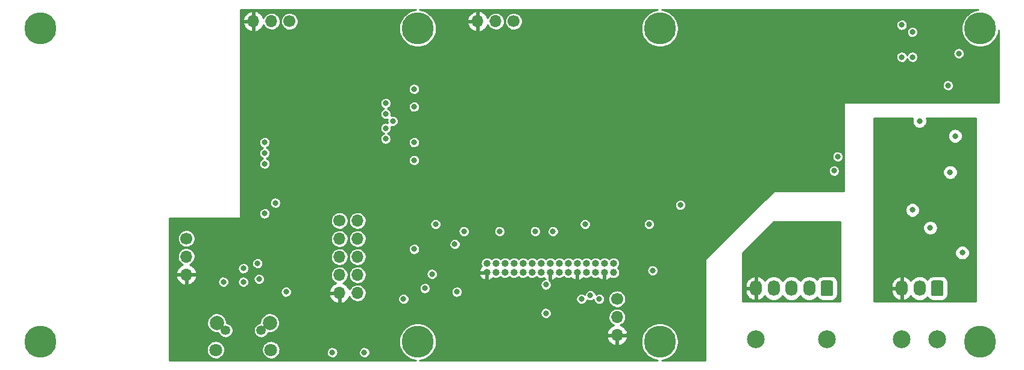
<source format=gbr>
G04 #@! TF.GenerationSoftware,KiCad,Pcbnew,6.0.0-unknown-772dff7~100~ubuntu18.04.1*
G04 #@! TF.CreationDate,2019-07-09T14:46:37+08:00*
G04 #@! TF.ProjectId,backpack,6261636b-7061-4636-9b2e-6b696361645f,rev?*
G04 #@! TF.SameCoordinates,Original*
G04 #@! TF.FileFunction,Copper,L2,Inr*
G04 #@! TF.FilePolarity,Positive*
%FSLAX46Y46*%
G04 Gerber Fmt 4.6, Leading zero omitted, Abs format (unit mm)*
G04 Created by KiCad (PCBNEW 6.0.0-unknown-772dff7~100~ubuntu18.04.1) date 2019-07-09 14:46:37*
%MOMM*%
%LPD*%
G04 APERTURE LIST*
%ADD10O,1.000000X1.000000*%
%ADD11C,1.000000*%
%ADD12O,1.700000X1.700000*%
%ADD13C,1.700000*%
%ADD14C,1.350000*%
%ADD15C,1.800000*%
%ADD16C,2.000000*%
%ADD17C,2.500000*%
%ADD18O,1.700000X2.200000*%
%ADD19C,0.100000*%
%ADD20C,4.500000*%
%ADD21C,0.800000*%
%ADD22C,0.254000*%
G04 APERTURE END LIST*
D10*
X145720000Y-106000000D03*
X145720000Y-107270000D03*
X146990000Y-106000000D03*
X146990000Y-107270000D03*
X148260000Y-106000000D03*
X148260000Y-107270000D03*
X149530000Y-106000000D03*
X149530000Y-107270000D03*
X150800000Y-106000000D03*
X150800000Y-107270000D03*
X152070000Y-106000000D03*
X152070000Y-107270000D03*
X153340000Y-106000000D03*
X153340000Y-107270000D03*
X154610000Y-106000000D03*
X154610000Y-107270000D03*
X155880000Y-106000000D03*
X155880000Y-107270000D03*
X157150000Y-106000000D03*
X157150000Y-107270000D03*
X158420000Y-106000000D03*
X158420000Y-107270000D03*
X159690000Y-106000000D03*
X159690000Y-107270000D03*
X160960000Y-106000000D03*
X160960000Y-107270000D03*
X162230000Y-106000000D03*
X162230000Y-107270000D03*
X163500000Y-106000000D03*
D11*
X163500000Y-107270000D03*
D12*
X164000000Y-116080000D03*
X164000000Y-113540000D03*
D13*
X164000000Y-111000000D03*
D12*
X127540000Y-110160000D03*
X125000000Y-110160000D03*
X127540000Y-107620000D03*
X125000000Y-107620000D03*
X127540000Y-105080000D03*
X125000000Y-105080000D03*
X127540000Y-102540000D03*
X125000000Y-102540000D03*
X127540000Y-100000000D03*
D13*
X125000000Y-100000000D03*
D12*
X112920000Y-72000000D03*
X115460000Y-72000000D03*
D13*
X118000000Y-72000000D03*
D12*
X144420000Y-72000000D03*
X146960000Y-72000000D03*
D13*
X149500000Y-72000000D03*
D14*
X114000000Y-115400000D03*
X109000000Y-115400000D03*
D15*
X115375000Y-118150000D03*
X107625000Y-118150000D03*
D16*
X115225000Y-114350000D03*
X107775000Y-114350000D03*
D12*
X103500000Y-107580000D03*
X103500000Y-105040000D03*
D13*
X103500000Y-102500000D03*
D17*
X204000000Y-116680000D03*
X209000000Y-116680000D03*
D18*
X204000000Y-109500000D03*
X206500000Y-109500000D03*
D19*
G36*
X209695671Y-108419030D02*
G01*
X209776777Y-108473223D01*
X209830970Y-108554329D01*
X209850000Y-108650000D01*
X209850000Y-110350000D01*
X209830970Y-110445671D01*
X209776777Y-110526777D01*
X209695671Y-110580970D01*
X209600000Y-110600000D01*
X208400000Y-110600000D01*
X208304329Y-110580970D01*
X208223223Y-110526777D01*
X208169030Y-110445671D01*
X208150000Y-110350000D01*
X208150000Y-108650000D01*
X208169030Y-108554329D01*
X208223223Y-108473223D01*
X208304329Y-108419030D01*
X208400000Y-108400000D01*
X209600000Y-108400000D01*
X209695671Y-108419030D01*
X209695671Y-108419030D01*
G37*
D13*
X209000000Y-109500000D03*
D20*
X170000000Y-117000000D03*
X136000000Y-117000000D03*
X170000000Y-73000000D03*
X136000000Y-73000000D03*
D17*
X183500000Y-116680000D03*
X193500000Y-116680000D03*
D18*
X183500000Y-109500000D03*
X186000000Y-109500000D03*
X188500000Y-109500000D03*
X191000000Y-109500000D03*
D19*
G36*
X194195671Y-108419030D02*
G01*
X194276777Y-108473223D01*
X194330970Y-108554329D01*
X194350000Y-108650000D01*
X194350000Y-110350000D01*
X194330970Y-110445671D01*
X194276777Y-110526777D01*
X194195671Y-110580970D01*
X194100000Y-110600000D01*
X192900000Y-110600000D01*
X192804329Y-110580970D01*
X192723223Y-110526777D01*
X192669030Y-110445671D01*
X192650000Y-110350000D01*
X192650000Y-108650000D01*
X192669030Y-108554329D01*
X192723223Y-108473223D01*
X192804329Y-108419030D01*
X192900000Y-108400000D01*
X194100000Y-108400000D01*
X194195671Y-108419030D01*
X194195671Y-108419030D01*
G37*
D13*
X193500000Y-109500000D03*
D20*
X215000000Y-117000000D03*
X215000000Y-73000000D03*
X83000000Y-117000000D03*
X83000000Y-73000000D03*
D21*
X186000000Y-104500000D03*
X184500000Y-104500000D03*
X206500000Y-86000000D03*
X208000000Y-101000000D03*
X205500000Y-98500000D03*
X208000000Y-91000000D03*
X212500000Y-104500000D03*
X210000000Y-103000000D03*
X210800000Y-93200000D03*
X211500000Y-88100000D03*
X209200000Y-93200000D03*
X212300000Y-98500000D03*
X212600000Y-96500000D03*
X205000000Y-94500000D03*
X210000000Y-86000000D03*
X208500000Y-86000000D03*
X193000000Y-100500000D03*
X191500000Y-100500000D03*
X203000000Y-90000000D03*
X201500000Y-90000000D03*
X195000000Y-91000000D03*
X212000000Y-76500000D03*
X210500000Y-81000000D03*
X209000000Y-81000000D03*
X208000000Y-74500000D03*
X201500000Y-77000000D03*
X204000000Y-72500000D03*
X204000000Y-77000000D03*
X205500000Y-73500000D03*
X205500000Y-77000000D03*
X169100000Y-98600000D03*
X194500000Y-93000000D03*
X192000000Y-88000000D03*
X192000000Y-95000000D03*
X183500000Y-93500000D03*
X175700000Y-99500000D03*
X168500000Y-100500000D03*
X169000000Y-107000000D03*
X167500000Y-107000000D03*
X113250000Y-93250000D03*
X135500000Y-81500000D03*
X114500000Y-92000000D03*
X114500000Y-99000000D03*
X116000000Y-97500000D03*
X114500000Y-90500000D03*
X114500000Y-89000000D03*
X131000000Y-81500000D03*
X131500000Y-83500000D03*
X131500000Y-88500000D03*
X131500000Y-85000000D03*
X132500000Y-86000000D03*
X131500000Y-87000000D03*
X137000000Y-111500000D03*
X141200000Y-103300000D03*
X137000000Y-109500000D03*
X138000000Y-107500000D03*
X138500000Y-100500000D03*
X135500000Y-104000000D03*
X135500000Y-109100000D03*
X160250000Y-110500000D03*
X161500000Y-111000000D03*
X159000000Y-111000000D03*
X159500000Y-100500000D03*
X155000000Y-101500000D03*
X152500000Y-101500000D03*
X147500000Y-101500000D03*
X142500000Y-101500000D03*
X135500000Y-91500000D03*
X135500000Y-89000000D03*
X135500000Y-84000000D03*
X150500000Y-76500000D03*
X153000000Y-76500000D03*
X155500000Y-76500000D03*
X158000000Y-76500000D03*
X162500000Y-81500000D03*
X162500000Y-86500000D03*
X145000000Y-101500000D03*
X156300000Y-111000000D03*
X171600000Y-100200000D03*
X172900000Y-97800000D03*
X134100000Y-102000000D03*
X131300000Y-109200000D03*
X134000000Y-111000000D03*
X151000000Y-110000000D03*
X140000000Y-102000000D03*
X141500000Y-110000000D03*
X173000000Y-107000000D03*
X154000000Y-113000000D03*
X154000000Y-109000000D03*
X106200000Y-106700000D03*
X105712500Y-109712500D03*
X108300000Y-106100000D03*
X113500000Y-104700000D03*
X113500000Y-106000000D03*
X108700000Y-108600000D03*
X113700000Y-108200000D03*
X111500000Y-108600000D03*
X118800000Y-104200000D03*
X118800000Y-108200000D03*
X115700000Y-109700000D03*
X110000000Y-108600000D03*
X111500000Y-106700000D03*
X117500000Y-110000000D03*
X124000000Y-118500000D03*
X128500000Y-118500000D03*
X112800000Y-112900000D03*
D22*
G36*
X135677571Y-70384085D02*
G01*
X135661748Y-70386083D01*
X135352253Y-70445122D01*
X135336805Y-70449089D01*
X135037149Y-70546453D01*
X135022320Y-70552324D01*
X134737230Y-70686477D01*
X134723254Y-70694160D01*
X134457226Y-70862987D01*
X134444323Y-70872362D01*
X134201553Y-71073199D01*
X134189927Y-71084116D01*
X133974242Y-71313797D01*
X133964076Y-71326086D01*
X133778878Y-71580988D01*
X133770332Y-71594454D01*
X133618543Y-71870558D01*
X133611752Y-71884989D01*
X133495765Y-72177940D01*
X133490837Y-72193108D01*
X133412480Y-72498286D01*
X133409491Y-72513953D01*
X133370002Y-72826545D01*
X133369001Y-72842462D01*
X133369001Y-73157538D01*
X133370002Y-73173455D01*
X133409491Y-73486047D01*
X133412480Y-73501714D01*
X133490837Y-73806892D01*
X133495765Y-73822060D01*
X133611752Y-74115011D01*
X133618543Y-74129442D01*
X133770332Y-74405546D01*
X133778878Y-74419012D01*
X133964076Y-74673914D01*
X133974242Y-74686203D01*
X134189927Y-74915884D01*
X134201553Y-74926801D01*
X134444323Y-75127638D01*
X134457226Y-75137013D01*
X134723254Y-75305840D01*
X134737230Y-75313523D01*
X135022320Y-75447676D01*
X135037149Y-75453547D01*
X135336805Y-75550911D01*
X135352253Y-75554878D01*
X135661748Y-75613917D01*
X135677571Y-75615915D01*
X135992026Y-75635699D01*
X136007974Y-75635699D01*
X136322429Y-75615915D01*
X136338252Y-75613917D01*
X136647747Y-75554878D01*
X136663195Y-75550911D01*
X136962851Y-75453547D01*
X136977680Y-75447676D01*
X137262770Y-75313523D01*
X137276746Y-75305840D01*
X137542774Y-75137013D01*
X137555677Y-75127638D01*
X137798447Y-74926801D01*
X137810073Y-74915884D01*
X138025758Y-74686203D01*
X138035924Y-74673914D01*
X138221122Y-74419012D01*
X138229668Y-74405546D01*
X138381457Y-74129442D01*
X138388248Y-74115011D01*
X138504235Y-73822060D01*
X138509163Y-73806892D01*
X138587520Y-73501714D01*
X138590509Y-73486047D01*
X138629998Y-73173455D01*
X138630999Y-73157538D01*
X138630999Y-72842462D01*
X138629998Y-72826545D01*
X138590509Y-72513953D01*
X138587520Y-72498286D01*
X138531494Y-72280079D01*
X142961401Y-72280079D01*
X142990282Y-72417725D01*
X142996453Y-72438295D01*
X143081104Y-72652646D01*
X143090652Y-72671881D01*
X143210209Y-72868905D01*
X143222862Y-72886257D01*
X143373906Y-73060320D01*
X143389302Y-73075292D01*
X143567515Y-73221417D01*
X143585213Y-73233580D01*
X143785498Y-73347589D01*
X143804993Y-73356597D01*
X144021624Y-73435230D01*
X144048269Y-73441750D01*
X144149313Y-73455143D01*
X144220028Y-73444179D01*
X144273589Y-73396724D01*
X144293000Y-73329244D01*
X144293000Y-72254000D01*
X144272839Y-72185339D01*
X144218758Y-72138477D01*
X144166000Y-72127000D01*
X143085694Y-72127000D01*
X143017033Y-72147161D01*
X142970171Y-72201242D01*
X142961401Y-72280079D01*
X138531494Y-72280079D01*
X138509163Y-72193108D01*
X138504235Y-72177940D01*
X138388248Y-71884989D01*
X138381457Y-71870558D01*
X138303807Y-71729312D01*
X142957861Y-71729312D01*
X142968825Y-71800027D01*
X143016280Y-71853589D01*
X143083760Y-71873000D01*
X144166000Y-71873000D01*
X144234661Y-71852839D01*
X144281523Y-71798758D01*
X144293000Y-71746000D01*
X144293000Y-70670756D01*
X144547000Y-70670756D01*
X144547000Y-73337100D01*
X144567161Y-73405761D01*
X144621242Y-73452623D01*
X144705905Y-73460027D01*
X144904610Y-73408454D01*
X144924866Y-73401321D01*
X145134992Y-73306666D01*
X145153757Y-73296222D01*
X145344930Y-73167517D01*
X145361666Y-73154060D01*
X145528420Y-72994984D01*
X145542650Y-72978901D01*
X145680218Y-72794003D01*
X145691534Y-72775751D01*
X145795982Y-72570317D01*
X145804062Y-72550420D01*
X145825944Y-72479949D01*
X145882982Y-72605398D01*
X145895008Y-72626312D01*
X146016892Y-72798136D01*
X146032655Y-72816397D01*
X146184830Y-72962073D01*
X146203762Y-72977025D01*
X146380739Y-73091298D01*
X146402157Y-73102400D01*
X146597549Y-73181145D01*
X146626797Y-73189037D01*
X146907147Y-73229686D01*
X146925371Y-73231000D01*
X147012627Y-73231000D01*
X147024689Y-73230426D01*
X147181773Y-73215439D01*
X147205462Y-73210877D01*
X147407606Y-73151574D01*
X147430005Y-73142615D01*
X147617288Y-73046158D01*
X147637589Y-73033125D01*
X147803254Y-72902994D01*
X147820724Y-72886358D01*
X147958792Y-72727248D01*
X147972801Y-72707608D01*
X148078292Y-72525260D01*
X148088334Y-72503325D01*
X148157440Y-72304319D01*
X148163154Y-72280882D01*
X148193383Y-72072399D01*
X148194561Y-72048303D01*
X148192685Y-72007750D01*
X148264519Y-72007750D01*
X148283795Y-72217529D01*
X148288274Y-72241233D01*
X148346870Y-72443583D01*
X148355751Y-72466014D01*
X148451554Y-72653633D01*
X148464516Y-72673979D01*
X148594068Y-72840096D01*
X148610643Y-72857624D01*
X148769271Y-72996248D01*
X148788862Y-73010325D01*
X148970840Y-73116451D01*
X148992739Y-73126570D01*
X149191502Y-73196371D01*
X149214920Y-73202166D01*
X149423296Y-73233122D01*
X149447387Y-73234385D01*
X149657858Y-73225380D01*
X149681753Y-73222064D01*
X149886723Y-73173422D01*
X149909560Y-73165648D01*
X150101635Y-73079125D01*
X150122590Y-73067172D01*
X150294838Y-72945889D01*
X150313155Y-72930190D01*
X150459362Y-72778524D01*
X150474380Y-72759644D01*
X150589269Y-72583067D01*
X150600445Y-72561688D01*
X150679872Y-72366572D01*
X150686805Y-72343466D01*
X150727904Y-72136851D01*
X150730343Y-72112517D01*
X150731098Y-71896075D01*
X150728829Y-71871726D01*
X150689174Y-71664829D01*
X150682403Y-71641674D01*
X150604340Y-71446008D01*
X150593313Y-71424552D01*
X150479659Y-71247177D01*
X150464773Y-71228193D01*
X150319629Y-71075510D01*
X150301422Y-71059683D01*
X150130025Y-70937201D01*
X150109154Y-70925102D01*
X149917688Y-70837240D01*
X149894906Y-70829307D01*
X149690280Y-70779235D01*
X149666408Y-70775752D01*
X149456005Y-70765278D01*
X149431907Y-70766372D01*
X149223320Y-70795872D01*
X149199861Y-70801504D01*
X149000616Y-70869916D01*
X148978647Y-70879882D01*
X148795932Y-70984735D01*
X148776243Y-70998675D01*
X148616652Y-71136188D01*
X148599955Y-71153600D01*
X148469246Y-71318809D01*
X148456142Y-71339064D01*
X148359032Y-71526009D01*
X148349995Y-71548377D01*
X148289987Y-71750313D01*
X148285343Y-71773986D01*
X148264603Y-71983626D01*
X148264519Y-72007750D01*
X148192685Y-72007750D01*
X148184821Y-71837866D01*
X148181422Y-71813983D01*
X148132065Y-71609183D01*
X148124211Y-71586373D01*
X148037018Y-71394602D01*
X148024992Y-71373688D01*
X147903108Y-71201864D01*
X147887345Y-71183603D01*
X147735170Y-71037927D01*
X147716238Y-71022975D01*
X147539261Y-70908702D01*
X147517843Y-70897600D01*
X147322451Y-70818855D01*
X147293203Y-70810963D01*
X147012853Y-70770314D01*
X146994629Y-70769000D01*
X146907373Y-70769000D01*
X146895311Y-70769574D01*
X146738227Y-70784561D01*
X146714538Y-70789123D01*
X146512394Y-70848426D01*
X146489995Y-70857385D01*
X146302712Y-70953842D01*
X146282411Y-70966875D01*
X146116746Y-71097006D01*
X146099276Y-71113642D01*
X145961208Y-71272752D01*
X145947199Y-71292392D01*
X145841708Y-71474740D01*
X145831666Y-71496675D01*
X145825209Y-71515270D01*
X145758896Y-71347354D01*
X145749348Y-71328119D01*
X145629791Y-71131095D01*
X145617138Y-71113743D01*
X145466094Y-70939680D01*
X145450698Y-70924708D01*
X145272485Y-70778583D01*
X145254787Y-70766420D01*
X145054502Y-70652411D01*
X145035007Y-70643403D01*
X144818376Y-70564770D01*
X144791731Y-70558250D01*
X144690687Y-70544857D01*
X144619972Y-70555821D01*
X144566411Y-70603276D01*
X144547000Y-70670756D01*
X144293000Y-70670756D01*
X144293000Y-70662900D01*
X144272839Y-70594239D01*
X144218758Y-70547377D01*
X144134095Y-70539973D01*
X143935390Y-70591546D01*
X143915134Y-70598679D01*
X143705008Y-70693334D01*
X143686243Y-70703778D01*
X143495070Y-70832483D01*
X143478334Y-70845940D01*
X143311580Y-71005016D01*
X143297350Y-71021099D01*
X143159782Y-71205997D01*
X143148466Y-71224249D01*
X143044018Y-71429683D01*
X143035938Y-71449580D01*
X142967597Y-71669674D01*
X142962986Y-71690647D01*
X142957861Y-71729312D01*
X138303807Y-71729312D01*
X138229668Y-71594454D01*
X138221122Y-71580988D01*
X138035924Y-71326086D01*
X138025758Y-71313797D01*
X137810073Y-71084116D01*
X137798447Y-71073199D01*
X137555677Y-70872362D01*
X137542774Y-70862987D01*
X137276746Y-70694160D01*
X137262770Y-70686477D01*
X136977680Y-70552324D01*
X136962851Y-70546453D01*
X136663195Y-70449089D01*
X136647747Y-70445122D01*
X136338252Y-70386083D01*
X136322429Y-70384085D01*
X136273395Y-70381000D01*
X169726605Y-70381000D01*
X169677571Y-70384085D01*
X169661748Y-70386083D01*
X169352253Y-70445122D01*
X169336805Y-70449089D01*
X169037149Y-70546453D01*
X169022320Y-70552324D01*
X168737230Y-70686477D01*
X168723254Y-70694160D01*
X168457226Y-70862987D01*
X168444323Y-70872362D01*
X168201553Y-71073199D01*
X168189927Y-71084116D01*
X167974242Y-71313797D01*
X167964076Y-71326086D01*
X167778878Y-71580988D01*
X167770332Y-71594454D01*
X167618543Y-71870558D01*
X167611752Y-71884989D01*
X167495765Y-72177940D01*
X167490837Y-72193108D01*
X167412480Y-72498286D01*
X167409491Y-72513953D01*
X167370002Y-72826545D01*
X167369001Y-72842462D01*
X167369001Y-73157538D01*
X167370002Y-73173455D01*
X167409491Y-73486047D01*
X167412480Y-73501714D01*
X167490837Y-73806892D01*
X167495765Y-73822060D01*
X167611752Y-74115011D01*
X167618543Y-74129442D01*
X167770332Y-74405546D01*
X167778878Y-74419012D01*
X167964076Y-74673914D01*
X167974242Y-74686203D01*
X168189927Y-74915884D01*
X168201553Y-74926801D01*
X168444323Y-75127638D01*
X168457226Y-75137013D01*
X168723254Y-75305840D01*
X168737230Y-75313523D01*
X169022320Y-75447676D01*
X169037149Y-75453547D01*
X169336805Y-75550911D01*
X169352253Y-75554878D01*
X169661748Y-75613917D01*
X169677571Y-75615915D01*
X169992026Y-75635699D01*
X170007974Y-75635699D01*
X170322429Y-75615915D01*
X170338252Y-75613917D01*
X170647747Y-75554878D01*
X170663195Y-75550911D01*
X170962851Y-75453547D01*
X170977680Y-75447676D01*
X171262770Y-75313523D01*
X171276746Y-75305840D01*
X171542774Y-75137013D01*
X171555677Y-75127638D01*
X171798447Y-74926801D01*
X171810073Y-74915884D01*
X172025758Y-74686203D01*
X172035924Y-74673914D01*
X172221122Y-74419012D01*
X172229668Y-74405546D01*
X172381457Y-74129442D01*
X172388248Y-74115011D01*
X172504235Y-73822060D01*
X172509163Y-73806892D01*
X172584875Y-73512013D01*
X204712889Y-73512013D01*
X204740429Y-73706736D01*
X204751218Y-73742925D01*
X204834796Y-73920941D01*
X204855748Y-73952358D01*
X204987976Y-74097929D01*
X205017240Y-74121796D01*
X205186426Y-74222052D01*
X205221415Y-74236259D01*
X205412601Y-74282335D01*
X205450220Y-74285626D01*
X205646503Y-74273449D01*
X205683427Y-74265533D01*
X205867452Y-74196179D01*
X205900415Y-74177757D01*
X206055912Y-74057359D01*
X206082002Y-74030057D01*
X206195223Y-73869258D01*
X206212132Y-73835492D01*
X206273066Y-73648510D01*
X206279311Y-73610268D01*
X206281117Y-73403349D01*
X206275540Y-73365004D01*
X206217878Y-73176987D01*
X206201562Y-73142931D01*
X206091165Y-72980181D01*
X206065555Y-72952429D01*
X205912183Y-72829335D01*
X205879546Y-72810339D01*
X205696759Y-72737784D01*
X205659979Y-72729225D01*
X205463939Y-72713624D01*
X205426268Y-72716259D01*
X205234307Y-72758992D01*
X205199076Y-72772586D01*
X205028166Y-72869873D01*
X204998490Y-72893226D01*
X204863742Y-73036468D01*
X204842244Y-73067514D01*
X204755571Y-73244044D01*
X204744153Y-73280039D01*
X204713219Y-73474251D01*
X204712889Y-73512013D01*
X172584875Y-73512013D01*
X172587520Y-73501714D01*
X172590509Y-73486047D01*
X172629998Y-73173455D01*
X172630999Y-73157538D01*
X172630999Y-72842462D01*
X172629998Y-72826545D01*
X172590509Y-72513953D01*
X172590139Y-72512013D01*
X203212889Y-72512013D01*
X203240429Y-72706736D01*
X203251218Y-72742925D01*
X203334796Y-72920941D01*
X203355748Y-72952358D01*
X203487976Y-73097929D01*
X203517240Y-73121796D01*
X203686426Y-73222052D01*
X203721415Y-73236259D01*
X203912601Y-73282335D01*
X203950220Y-73285626D01*
X204146503Y-73273449D01*
X204183427Y-73265533D01*
X204367452Y-73196179D01*
X204400415Y-73177757D01*
X204555912Y-73057359D01*
X204582002Y-73030057D01*
X204695223Y-72869258D01*
X204712132Y-72835492D01*
X204773066Y-72648510D01*
X204779311Y-72610268D01*
X204781117Y-72403349D01*
X204775540Y-72365004D01*
X204717878Y-72176987D01*
X204701562Y-72142931D01*
X204591165Y-71980181D01*
X204565555Y-71952429D01*
X204412183Y-71829335D01*
X204379546Y-71810339D01*
X204196759Y-71737784D01*
X204159979Y-71729225D01*
X203963939Y-71713624D01*
X203926268Y-71716259D01*
X203734307Y-71758992D01*
X203699076Y-71772586D01*
X203528166Y-71869873D01*
X203498490Y-71893226D01*
X203363742Y-72036468D01*
X203342244Y-72067514D01*
X203255571Y-72244044D01*
X203244153Y-72280039D01*
X203213219Y-72474251D01*
X203212889Y-72512013D01*
X172590139Y-72512013D01*
X172587520Y-72498286D01*
X172509163Y-72193108D01*
X172504235Y-72177940D01*
X172388248Y-71884989D01*
X172381457Y-71870558D01*
X172229668Y-71594454D01*
X172221122Y-71580988D01*
X172035924Y-71326086D01*
X172025758Y-71313797D01*
X171810073Y-71084116D01*
X171798447Y-71073199D01*
X171555677Y-70872362D01*
X171542774Y-70862987D01*
X171276746Y-70694160D01*
X171262770Y-70686477D01*
X170977680Y-70552324D01*
X170962851Y-70546453D01*
X170663195Y-70449089D01*
X170647747Y-70445122D01*
X170338252Y-70386083D01*
X170322429Y-70384085D01*
X170273395Y-70381000D01*
X214726605Y-70381000D01*
X214677571Y-70384085D01*
X214661748Y-70386083D01*
X214352253Y-70445122D01*
X214336805Y-70449089D01*
X214037149Y-70546453D01*
X214022320Y-70552324D01*
X213737230Y-70686477D01*
X213723254Y-70694160D01*
X213457226Y-70862987D01*
X213444323Y-70872362D01*
X213201553Y-71073199D01*
X213189927Y-71084116D01*
X212974242Y-71313797D01*
X212964076Y-71326086D01*
X212778878Y-71580988D01*
X212770332Y-71594454D01*
X212618543Y-71870558D01*
X212611752Y-71884989D01*
X212495765Y-72177940D01*
X212490837Y-72193108D01*
X212412480Y-72498286D01*
X212409491Y-72513953D01*
X212370002Y-72826545D01*
X212369001Y-72842462D01*
X212369001Y-73157538D01*
X212370002Y-73173455D01*
X212409491Y-73486047D01*
X212412480Y-73501714D01*
X212490837Y-73806892D01*
X212495765Y-73822060D01*
X212611752Y-74115011D01*
X212618543Y-74129442D01*
X212770332Y-74405546D01*
X212778878Y-74419012D01*
X212964076Y-74673914D01*
X212974242Y-74686203D01*
X213189927Y-74915884D01*
X213201553Y-74926801D01*
X213444323Y-75127638D01*
X213457226Y-75137013D01*
X213723254Y-75305840D01*
X213737230Y-75313523D01*
X214022320Y-75447676D01*
X214037149Y-75453547D01*
X214336805Y-75550911D01*
X214352253Y-75554878D01*
X214661748Y-75613917D01*
X214677571Y-75615915D01*
X214992026Y-75635699D01*
X215007974Y-75635699D01*
X215322429Y-75615915D01*
X215338252Y-75613917D01*
X215647747Y-75554878D01*
X215663195Y-75550911D01*
X215962851Y-75453547D01*
X215977680Y-75447676D01*
X216262770Y-75313523D01*
X216276746Y-75305840D01*
X216542774Y-75137013D01*
X216555677Y-75127638D01*
X216798447Y-74926801D01*
X216810073Y-74915884D01*
X217025758Y-74686203D01*
X217035924Y-74673914D01*
X217221122Y-74419012D01*
X217229668Y-74405546D01*
X217381457Y-74129442D01*
X217388248Y-74115011D01*
X217504235Y-73822060D01*
X217509163Y-73806892D01*
X217587520Y-73501714D01*
X217590509Y-73486047D01*
X217619000Y-73260514D01*
X217619000Y-83373000D01*
X196000000Y-83373000D01*
X195931339Y-83393161D01*
X195884477Y-83447242D01*
X195873000Y-83500000D01*
X195873000Y-95873000D01*
X186000000Y-95873000D01*
X185910197Y-95910197D01*
X176410197Y-105410197D01*
X176373000Y-105500000D01*
X176373000Y-119619000D01*
X170273395Y-119619000D01*
X170322429Y-119615915D01*
X170338252Y-119613917D01*
X170647747Y-119554878D01*
X170663195Y-119550911D01*
X170962851Y-119453547D01*
X170977680Y-119447676D01*
X171262770Y-119313523D01*
X171276746Y-119305840D01*
X171542774Y-119137013D01*
X171555677Y-119127638D01*
X171798447Y-118926801D01*
X171810073Y-118915884D01*
X172025758Y-118686203D01*
X172035924Y-118673914D01*
X172221122Y-118419012D01*
X172229668Y-118405546D01*
X172381457Y-118129442D01*
X172388248Y-118115011D01*
X172504235Y-117822060D01*
X172509163Y-117806892D01*
X172587520Y-117501714D01*
X172590509Y-117486047D01*
X172629998Y-117173455D01*
X172630999Y-117157538D01*
X172630999Y-116842462D01*
X172629998Y-116826545D01*
X172590509Y-116513953D01*
X172587520Y-116498286D01*
X172509163Y-116193108D01*
X172504235Y-116177940D01*
X172388248Y-115884989D01*
X172381457Y-115870558D01*
X172229668Y-115594454D01*
X172221122Y-115580988D01*
X172035924Y-115326086D01*
X172025758Y-115313797D01*
X171810073Y-115084116D01*
X171798447Y-115073199D01*
X171555677Y-114872362D01*
X171542774Y-114862987D01*
X171276746Y-114694160D01*
X171262770Y-114686477D01*
X170977680Y-114552324D01*
X170962851Y-114546453D01*
X170663195Y-114449089D01*
X170647747Y-114445122D01*
X170338252Y-114386083D01*
X170322429Y-114384085D01*
X170007974Y-114364301D01*
X169992026Y-114364301D01*
X169677571Y-114384085D01*
X169661748Y-114386083D01*
X169352253Y-114445122D01*
X169336805Y-114449089D01*
X169037149Y-114546453D01*
X169022320Y-114552324D01*
X168737230Y-114686477D01*
X168723254Y-114694160D01*
X168457226Y-114862987D01*
X168444323Y-114872362D01*
X168201553Y-115073199D01*
X168189927Y-115084116D01*
X167974242Y-115313797D01*
X167964076Y-115326086D01*
X167778878Y-115580988D01*
X167770332Y-115594454D01*
X167618543Y-115870558D01*
X167611752Y-115884989D01*
X167495765Y-116177940D01*
X167490837Y-116193108D01*
X167412480Y-116498286D01*
X167409491Y-116513953D01*
X167370002Y-116826545D01*
X167369001Y-116842462D01*
X167369001Y-117157538D01*
X167370002Y-117173455D01*
X167409491Y-117486047D01*
X167412480Y-117501714D01*
X167490837Y-117806892D01*
X167495765Y-117822060D01*
X167611752Y-118115011D01*
X167618543Y-118129442D01*
X167770332Y-118405546D01*
X167778878Y-118419012D01*
X167964076Y-118673914D01*
X167974242Y-118686203D01*
X168189927Y-118915884D01*
X168201553Y-118926801D01*
X168444323Y-119127638D01*
X168457226Y-119137013D01*
X168723254Y-119305840D01*
X168737230Y-119313523D01*
X169022320Y-119447676D01*
X169037149Y-119453547D01*
X169336805Y-119550911D01*
X169352253Y-119554878D01*
X169661748Y-119613917D01*
X169677571Y-119615915D01*
X169726605Y-119619000D01*
X136273395Y-119619000D01*
X136322429Y-119615915D01*
X136338252Y-119613917D01*
X136647747Y-119554878D01*
X136663195Y-119550911D01*
X136962851Y-119453547D01*
X136977680Y-119447676D01*
X137262770Y-119313523D01*
X137276746Y-119305840D01*
X137542774Y-119137013D01*
X137555677Y-119127638D01*
X137798447Y-118926801D01*
X137810073Y-118915884D01*
X138025758Y-118686203D01*
X138035924Y-118673914D01*
X138221122Y-118419012D01*
X138229668Y-118405546D01*
X138381457Y-118129442D01*
X138388248Y-118115011D01*
X138504235Y-117822060D01*
X138509163Y-117806892D01*
X138587520Y-117501714D01*
X138590509Y-117486047D01*
X138629998Y-117173455D01*
X138630999Y-117157538D01*
X138630999Y-116842462D01*
X138629998Y-116826545D01*
X138590509Y-116513953D01*
X138587520Y-116498286D01*
X138552035Y-116360079D01*
X162541401Y-116360079D01*
X162570282Y-116497725D01*
X162576453Y-116518295D01*
X162661104Y-116732646D01*
X162670652Y-116751881D01*
X162790209Y-116948905D01*
X162802862Y-116966257D01*
X162953906Y-117140320D01*
X162969302Y-117155292D01*
X163147515Y-117301417D01*
X163165213Y-117313580D01*
X163365498Y-117427589D01*
X163384993Y-117436597D01*
X163601624Y-117515230D01*
X163628269Y-117521750D01*
X163729313Y-117535143D01*
X163800028Y-117524179D01*
X163853589Y-117476724D01*
X163873000Y-117409244D01*
X163873000Y-116334000D01*
X164127000Y-116334000D01*
X164127000Y-117417100D01*
X164147161Y-117485761D01*
X164201242Y-117532623D01*
X164285905Y-117540027D01*
X164484610Y-117488454D01*
X164504866Y-117481321D01*
X164714992Y-117386666D01*
X164733757Y-117376222D01*
X164924930Y-117247517D01*
X164941666Y-117234060D01*
X165108420Y-117074984D01*
X165122650Y-117058901D01*
X165260218Y-116874003D01*
X165271534Y-116855751D01*
X165375982Y-116650317D01*
X165384062Y-116630420D01*
X165452403Y-116410326D01*
X165457014Y-116389353D01*
X165462139Y-116350688D01*
X165451175Y-116279973D01*
X165403720Y-116226411D01*
X165336240Y-116207000D01*
X164254000Y-116207000D01*
X164185339Y-116227161D01*
X164138477Y-116281242D01*
X164127000Y-116334000D01*
X163873000Y-116334000D01*
X163852839Y-116265339D01*
X163798758Y-116218477D01*
X163746000Y-116207000D01*
X162665694Y-116207000D01*
X162597033Y-116227161D01*
X162550171Y-116281242D01*
X162541401Y-116360079D01*
X138552035Y-116360079D01*
X138509163Y-116193108D01*
X138504235Y-116177940D01*
X138388248Y-115884989D01*
X138381457Y-115870558D01*
X138347787Y-115809312D01*
X162537861Y-115809312D01*
X162548825Y-115880027D01*
X162596280Y-115933589D01*
X162663760Y-115953000D01*
X165334306Y-115953000D01*
X165402967Y-115932839D01*
X165449829Y-115878758D01*
X165458599Y-115799921D01*
X165429718Y-115662275D01*
X165423547Y-115641705D01*
X165338896Y-115427354D01*
X165329348Y-115408119D01*
X165209791Y-115211095D01*
X165197138Y-115193743D01*
X165046094Y-115019680D01*
X165030698Y-115004708D01*
X164852485Y-114858583D01*
X164834787Y-114846420D01*
X164634502Y-114732411D01*
X164615007Y-114723403D01*
X164483496Y-114675667D01*
X164657288Y-114586158D01*
X164677589Y-114573125D01*
X164843254Y-114442994D01*
X164860724Y-114426358D01*
X164998792Y-114267248D01*
X165012801Y-114247608D01*
X165118292Y-114065260D01*
X165128334Y-114043325D01*
X165197440Y-113844319D01*
X165203154Y-113820882D01*
X165233383Y-113612399D01*
X165234561Y-113588303D01*
X165224821Y-113377866D01*
X165221422Y-113353983D01*
X165172065Y-113149183D01*
X165164211Y-113126373D01*
X165077018Y-112934602D01*
X165064992Y-112913688D01*
X164943108Y-112741864D01*
X164927345Y-112723603D01*
X164775170Y-112577927D01*
X164756238Y-112562975D01*
X164579261Y-112448702D01*
X164557843Y-112437600D01*
X164362451Y-112358855D01*
X164333203Y-112350963D01*
X164052853Y-112310314D01*
X164034629Y-112309000D01*
X163947373Y-112309000D01*
X163935311Y-112309574D01*
X163778227Y-112324561D01*
X163754538Y-112329123D01*
X163552394Y-112388426D01*
X163529995Y-112397385D01*
X163342712Y-112493842D01*
X163322411Y-112506875D01*
X163156746Y-112637006D01*
X163139276Y-112653642D01*
X163001208Y-112812752D01*
X162987199Y-112832392D01*
X162881708Y-113014740D01*
X162871666Y-113036675D01*
X162802560Y-113235681D01*
X162796846Y-113259118D01*
X162766617Y-113467601D01*
X162765439Y-113491697D01*
X162775179Y-113702134D01*
X162778578Y-113726017D01*
X162827935Y-113930817D01*
X162835789Y-113953627D01*
X162922982Y-114145398D01*
X162935008Y-114166312D01*
X163056892Y-114338136D01*
X163072655Y-114356397D01*
X163224830Y-114502073D01*
X163243762Y-114517025D01*
X163420739Y-114631298D01*
X163442157Y-114642400D01*
X163514903Y-114671717D01*
X163495134Y-114678679D01*
X163285008Y-114773334D01*
X163266243Y-114783778D01*
X163075070Y-114912483D01*
X163058334Y-114925940D01*
X162891580Y-115085016D01*
X162877350Y-115101099D01*
X162739782Y-115285997D01*
X162728466Y-115304249D01*
X162624018Y-115509683D01*
X162615938Y-115529580D01*
X162547597Y-115749674D01*
X162542986Y-115770647D01*
X162537861Y-115809312D01*
X138347787Y-115809312D01*
X138229668Y-115594454D01*
X138221122Y-115580988D01*
X138035924Y-115326086D01*
X138025758Y-115313797D01*
X137810073Y-115084116D01*
X137798447Y-115073199D01*
X137555677Y-114872362D01*
X137542774Y-114862987D01*
X137276746Y-114694160D01*
X137262770Y-114686477D01*
X136977680Y-114552324D01*
X136962851Y-114546453D01*
X136663195Y-114449089D01*
X136647747Y-114445122D01*
X136338252Y-114386083D01*
X136322429Y-114384085D01*
X136007974Y-114364301D01*
X135992026Y-114364301D01*
X135677571Y-114384085D01*
X135661748Y-114386083D01*
X135352253Y-114445122D01*
X135336805Y-114449089D01*
X135037149Y-114546453D01*
X135022320Y-114552324D01*
X134737230Y-114686477D01*
X134723254Y-114694160D01*
X134457226Y-114862987D01*
X134444323Y-114872362D01*
X134201553Y-115073199D01*
X134189927Y-115084116D01*
X133974242Y-115313797D01*
X133964076Y-115326086D01*
X133778878Y-115580988D01*
X133770332Y-115594454D01*
X133618543Y-115870558D01*
X133611752Y-115884989D01*
X133495765Y-116177940D01*
X133490837Y-116193108D01*
X133412480Y-116498286D01*
X133409491Y-116513953D01*
X133370002Y-116826545D01*
X133369001Y-116842462D01*
X133369001Y-117157538D01*
X133370002Y-117173455D01*
X133409491Y-117486047D01*
X133412480Y-117501714D01*
X133490837Y-117806892D01*
X133495765Y-117822060D01*
X133611752Y-118115011D01*
X133618543Y-118129442D01*
X133770332Y-118405546D01*
X133778878Y-118419012D01*
X133964076Y-118673914D01*
X133974242Y-118686203D01*
X134189927Y-118915884D01*
X134201553Y-118926801D01*
X134444323Y-119127638D01*
X134457226Y-119137013D01*
X134723254Y-119305840D01*
X134737230Y-119313523D01*
X135022320Y-119447676D01*
X135037149Y-119453547D01*
X135336805Y-119550911D01*
X135352253Y-119554878D01*
X135661748Y-119613917D01*
X135677571Y-119615915D01*
X135726605Y-119619000D01*
X101127000Y-119619000D01*
X101127000Y-118221354D01*
X106341519Y-118221354D01*
X106343019Y-118244546D01*
X106376014Y-118454054D01*
X106381716Y-118476586D01*
X106452339Y-118676573D01*
X106462050Y-118697688D01*
X106567935Y-118881456D01*
X106581332Y-118900447D01*
X106718932Y-119061842D01*
X106735566Y-119078075D01*
X106900275Y-119211692D01*
X106919589Y-119224621D01*
X107105889Y-119325984D01*
X107127234Y-119335177D01*
X107328887Y-119400893D01*
X107351552Y-119406042D01*
X107561804Y-119433908D01*
X107585026Y-119434841D01*
X107796835Y-119423926D01*
X107819839Y-119420611D01*
X108026112Y-119371280D01*
X108048126Y-119363828D01*
X108241956Y-119277732D01*
X108262245Y-119266393D01*
X108437138Y-119146416D01*
X108455019Y-119131571D01*
X108605121Y-118981732D01*
X108619998Y-118963876D01*
X108740280Y-118789191D01*
X108751654Y-118768923D01*
X108838088Y-118575245D01*
X108845578Y-118553243D01*
X108895269Y-118347056D01*
X108898758Y-118320736D01*
X108901447Y-118221354D01*
X114091519Y-118221354D01*
X114093019Y-118244546D01*
X114126014Y-118454054D01*
X114131716Y-118476586D01*
X114202339Y-118676573D01*
X114212050Y-118697688D01*
X114317935Y-118881456D01*
X114331332Y-118900447D01*
X114468932Y-119061842D01*
X114485566Y-119078075D01*
X114650275Y-119211692D01*
X114669589Y-119224621D01*
X114855889Y-119325984D01*
X114877234Y-119335177D01*
X115078887Y-119400893D01*
X115101552Y-119406042D01*
X115311804Y-119433908D01*
X115335026Y-119434841D01*
X115546835Y-119423926D01*
X115569839Y-119420611D01*
X115776112Y-119371280D01*
X115798126Y-119363828D01*
X115991956Y-119277732D01*
X116012245Y-119266393D01*
X116187138Y-119146416D01*
X116205019Y-119131571D01*
X116355121Y-118981732D01*
X116369998Y-118963876D01*
X116490280Y-118789191D01*
X116501654Y-118768923D01*
X116588088Y-118575245D01*
X116595578Y-118553243D01*
X116605514Y-118512013D01*
X123212889Y-118512013D01*
X123240429Y-118706736D01*
X123251218Y-118742925D01*
X123334796Y-118920941D01*
X123355748Y-118952358D01*
X123487976Y-119097929D01*
X123517240Y-119121796D01*
X123686426Y-119222052D01*
X123721415Y-119236259D01*
X123912601Y-119282335D01*
X123950220Y-119285626D01*
X124146503Y-119273449D01*
X124183427Y-119265533D01*
X124367452Y-119196179D01*
X124400415Y-119177757D01*
X124555912Y-119057359D01*
X124582002Y-119030057D01*
X124695223Y-118869258D01*
X124712132Y-118835492D01*
X124773066Y-118648510D01*
X124779311Y-118610268D01*
X124780168Y-118512013D01*
X127712889Y-118512013D01*
X127740429Y-118706736D01*
X127751218Y-118742925D01*
X127834796Y-118920941D01*
X127855748Y-118952358D01*
X127987976Y-119097929D01*
X128017240Y-119121796D01*
X128186426Y-119222052D01*
X128221415Y-119236259D01*
X128412601Y-119282335D01*
X128450220Y-119285626D01*
X128646503Y-119273449D01*
X128683427Y-119265533D01*
X128867452Y-119196179D01*
X128900415Y-119177757D01*
X129055912Y-119057359D01*
X129082002Y-119030057D01*
X129195223Y-118869258D01*
X129212132Y-118835492D01*
X129273066Y-118648510D01*
X129279311Y-118610268D01*
X129281117Y-118403349D01*
X129275540Y-118365004D01*
X129217878Y-118176987D01*
X129201562Y-118142931D01*
X129091165Y-117980181D01*
X129065555Y-117952429D01*
X128912183Y-117829335D01*
X128879546Y-117810339D01*
X128696759Y-117737784D01*
X128659979Y-117729225D01*
X128463939Y-117713624D01*
X128426268Y-117716259D01*
X128234307Y-117758992D01*
X128199076Y-117772586D01*
X128028166Y-117869873D01*
X127998490Y-117893226D01*
X127863742Y-118036468D01*
X127842244Y-118067514D01*
X127755571Y-118244044D01*
X127744153Y-118280039D01*
X127713219Y-118474251D01*
X127712889Y-118512013D01*
X124780168Y-118512013D01*
X124781117Y-118403349D01*
X124775540Y-118365004D01*
X124717878Y-118176987D01*
X124701562Y-118142931D01*
X124591165Y-117980181D01*
X124565555Y-117952429D01*
X124412183Y-117829335D01*
X124379546Y-117810339D01*
X124196759Y-117737784D01*
X124159979Y-117729225D01*
X123963939Y-117713624D01*
X123926268Y-117716259D01*
X123734307Y-117758992D01*
X123699076Y-117772586D01*
X123528166Y-117869873D01*
X123498490Y-117893226D01*
X123363742Y-118036468D01*
X123342244Y-118067514D01*
X123255571Y-118244044D01*
X123244153Y-118280039D01*
X123213219Y-118474251D01*
X123212889Y-118512013D01*
X116605514Y-118512013D01*
X116645269Y-118347056D01*
X116648758Y-118320736D01*
X116656127Y-118048397D01*
X116654067Y-118021927D01*
X116615599Y-117813355D01*
X116609309Y-117790981D01*
X116533475Y-117592911D01*
X116523214Y-117572057D01*
X116412555Y-117391124D01*
X116398666Y-117372490D01*
X116256888Y-117214752D01*
X116239834Y-117198961D01*
X116071684Y-117069702D01*
X116052040Y-117057283D01*
X115863150Y-116960831D01*
X115841570Y-116952199D01*
X115638266Y-116891785D01*
X115615476Y-116887231D01*
X115404567Y-116864877D01*
X115381327Y-116864553D01*
X115169876Y-116881009D01*
X115146967Y-116884925D01*
X114942056Y-116939639D01*
X114920244Y-116947664D01*
X114728735Y-117038804D01*
X114708751Y-117050670D01*
X114537057Y-117175184D01*
X114519570Y-117190493D01*
X114373443Y-117344210D01*
X114359038Y-117362449D01*
X114243370Y-117540222D01*
X114232531Y-117560781D01*
X114151197Y-117756656D01*
X114144285Y-117778846D01*
X114100008Y-117986264D01*
X114097256Y-118009342D01*
X114091519Y-118221354D01*
X108901447Y-118221354D01*
X108906127Y-118048397D01*
X108904067Y-118021927D01*
X108865599Y-117813355D01*
X108859309Y-117790981D01*
X108783475Y-117592911D01*
X108773214Y-117572057D01*
X108662555Y-117391124D01*
X108648666Y-117372490D01*
X108506888Y-117214752D01*
X108489834Y-117198961D01*
X108321684Y-117069702D01*
X108302040Y-117057283D01*
X108113150Y-116960831D01*
X108091570Y-116952199D01*
X107888266Y-116891785D01*
X107865476Y-116887231D01*
X107654567Y-116864877D01*
X107631327Y-116864553D01*
X107419876Y-116881009D01*
X107396967Y-116884925D01*
X107192056Y-116939639D01*
X107170244Y-116947664D01*
X106978735Y-117038804D01*
X106958751Y-117050670D01*
X106787057Y-117175184D01*
X106769570Y-117190493D01*
X106623443Y-117344210D01*
X106609038Y-117362449D01*
X106493370Y-117540222D01*
X106482531Y-117560781D01*
X106401197Y-117756656D01*
X106394285Y-117778846D01*
X106350008Y-117986264D01*
X106347256Y-118009342D01*
X106341519Y-118221354D01*
X101127000Y-118221354D01*
X101127000Y-114325016D01*
X106389614Y-114325016D01*
X106403670Y-114548423D01*
X106407085Y-114570742D01*
X106460480Y-114788128D01*
X106467794Y-114809490D01*
X106558841Y-115013985D01*
X106569822Y-115033714D01*
X106695644Y-115218855D01*
X106709945Y-115236327D01*
X106866563Y-115396260D01*
X106883732Y-115410924D01*
X107066196Y-115540595D01*
X107085691Y-115551987D01*
X107288235Y-115647297D01*
X107309439Y-115655057D01*
X107525660Y-115712993D01*
X107547903Y-115716875D01*
X107770965Y-115735606D01*
X107793544Y-115735487D01*
X107988039Y-115717102D01*
X107995582Y-115740314D01*
X108075011Y-115918714D01*
X108088286Y-115941707D01*
X108203071Y-116099695D01*
X108220836Y-116119425D01*
X108365960Y-116250096D01*
X108387440Y-116265702D01*
X108556560Y-116363343D01*
X108580815Y-116374142D01*
X108766541Y-116434488D01*
X108792511Y-116440008D01*
X108986725Y-116460421D01*
X109013275Y-116460421D01*
X109207489Y-116440008D01*
X109233459Y-116434488D01*
X109419185Y-116374142D01*
X109443440Y-116363343D01*
X109612560Y-116265702D01*
X109634040Y-116250096D01*
X109779164Y-116119425D01*
X109796929Y-116099695D01*
X109911714Y-115941707D01*
X109924989Y-115918714D01*
X110004418Y-115740314D01*
X110012623Y-115715063D01*
X110053225Y-115524047D01*
X110056000Y-115497642D01*
X110056000Y-115302358D01*
X112944000Y-115302358D01*
X112944000Y-115497642D01*
X112946775Y-115524047D01*
X112987377Y-115715063D01*
X112995582Y-115740314D01*
X113075011Y-115918714D01*
X113088286Y-115941707D01*
X113203071Y-116099695D01*
X113220836Y-116119425D01*
X113365960Y-116250096D01*
X113387440Y-116265702D01*
X113556560Y-116363343D01*
X113580815Y-116374142D01*
X113766541Y-116434488D01*
X113792511Y-116440008D01*
X113986725Y-116460421D01*
X114013275Y-116460421D01*
X114207489Y-116440008D01*
X114233459Y-116434488D01*
X114419185Y-116374142D01*
X114443440Y-116363343D01*
X114612560Y-116265702D01*
X114634040Y-116250096D01*
X114779164Y-116119425D01*
X114796929Y-116099695D01*
X114911714Y-115941707D01*
X114924989Y-115918714D01*
X115004418Y-115740314D01*
X115011659Y-115718030D01*
X115220965Y-115735606D01*
X115243544Y-115735487D01*
X115466399Y-115714421D01*
X115488600Y-115710307D01*
X115704202Y-115650110D01*
X115725324Y-115642128D01*
X115926858Y-115544702D01*
X115946231Y-115533107D01*
X116127328Y-115401533D01*
X116144344Y-115386690D01*
X116299279Y-115225125D01*
X116313396Y-115207504D01*
X116437272Y-115021056D01*
X116448046Y-115001213D01*
X116536946Y-114795776D01*
X116544036Y-114774339D01*
X116595152Y-114556405D01*
X116598463Y-114530728D01*
X116606039Y-114241400D01*
X116604076Y-114215586D01*
X116564436Y-113995276D01*
X116558478Y-113973497D01*
X116480451Y-113763688D01*
X116470730Y-113743309D01*
X116356782Y-113550634D01*
X116343607Y-113532298D01*
X116197341Y-113362846D01*
X116181126Y-113347132D01*
X116007163Y-113206260D01*
X115988422Y-113193667D01*
X115792263Y-113085828D01*
X115771588Y-113076753D01*
X115579219Y-113012013D01*
X153212889Y-113012013D01*
X153240429Y-113206736D01*
X153251218Y-113242925D01*
X153334796Y-113420941D01*
X153355748Y-113452358D01*
X153487976Y-113597929D01*
X153517240Y-113621796D01*
X153686426Y-113722052D01*
X153721415Y-113736259D01*
X153912601Y-113782335D01*
X153950220Y-113785626D01*
X154146503Y-113773449D01*
X154183427Y-113765533D01*
X154367452Y-113696179D01*
X154400415Y-113677757D01*
X154555912Y-113557359D01*
X154582002Y-113530057D01*
X154695223Y-113369258D01*
X154712132Y-113335492D01*
X154773066Y-113148510D01*
X154779311Y-113110268D01*
X154781117Y-112903349D01*
X154775540Y-112865004D01*
X154717878Y-112676987D01*
X154701562Y-112642931D01*
X154591165Y-112480181D01*
X154565555Y-112452429D01*
X154412183Y-112329335D01*
X154379546Y-112310339D01*
X154196759Y-112237784D01*
X154159979Y-112229225D01*
X153963939Y-112213624D01*
X153926268Y-112216259D01*
X153734307Y-112258992D01*
X153699076Y-112272586D01*
X153528166Y-112369873D01*
X153498490Y-112393226D01*
X153363742Y-112536468D01*
X153342244Y-112567514D01*
X153255571Y-112744044D01*
X153244153Y-112780039D01*
X153213219Y-112974251D01*
X153212889Y-113012013D01*
X115579219Y-113012013D01*
X115559432Y-113005354D01*
X115537476Y-113000082D01*
X115316029Y-112967382D01*
X115293488Y-112966083D01*
X115069751Y-112973114D01*
X115047335Y-112975826D01*
X114828378Y-113022367D01*
X114806798Y-113029006D01*
X114599544Y-113113584D01*
X114579479Y-113123940D01*
X114390478Y-113243884D01*
X114372565Y-113257630D01*
X114207791Y-113409147D01*
X114192595Y-113425847D01*
X114057257Y-113604149D01*
X114045258Y-113623276D01*
X113943633Y-113822726D01*
X113935211Y-113843676D01*
X113870512Y-114057970D01*
X113865934Y-114080080D01*
X113840205Y-114302444D01*
X113839614Y-114325016D01*
X113841491Y-114354844D01*
X113792510Y-114359992D01*
X113766541Y-114365512D01*
X113580815Y-114425858D01*
X113556560Y-114436657D01*
X113387440Y-114534298D01*
X113365960Y-114549904D01*
X113220836Y-114680575D01*
X113203071Y-114700305D01*
X113088286Y-114858293D01*
X113075011Y-114881286D01*
X112995582Y-115059686D01*
X112987377Y-115084937D01*
X112946775Y-115275953D01*
X112944000Y-115302358D01*
X110056000Y-115302358D01*
X110053225Y-115275953D01*
X110012623Y-115084937D01*
X110004418Y-115059686D01*
X109924989Y-114881286D01*
X109911714Y-114858293D01*
X109796929Y-114700305D01*
X109779164Y-114680575D01*
X109634040Y-114549904D01*
X109612560Y-114534298D01*
X109443440Y-114436657D01*
X109419185Y-114425858D01*
X109233459Y-114365512D01*
X109207489Y-114359992D01*
X109153083Y-114354274D01*
X109156039Y-114241401D01*
X109154076Y-114215586D01*
X109114436Y-113995276D01*
X109108478Y-113973497D01*
X109030451Y-113763688D01*
X109020730Y-113743309D01*
X108906782Y-113550634D01*
X108893607Y-113532298D01*
X108747341Y-113362846D01*
X108731126Y-113347132D01*
X108557163Y-113206260D01*
X108538422Y-113193667D01*
X108342263Y-113085828D01*
X108321588Y-113076753D01*
X108109432Y-113005354D01*
X108087476Y-113000082D01*
X107866029Y-112967382D01*
X107843488Y-112966083D01*
X107619751Y-112973114D01*
X107597335Y-112975826D01*
X107378378Y-113022367D01*
X107356798Y-113029006D01*
X107149544Y-113113584D01*
X107129479Y-113123940D01*
X106940478Y-113243884D01*
X106922565Y-113257630D01*
X106757791Y-113409147D01*
X106742595Y-113425847D01*
X106607257Y-113604149D01*
X106595258Y-113623276D01*
X106493633Y-113822726D01*
X106485211Y-113843676D01*
X106420512Y-114057970D01*
X106415934Y-114080080D01*
X106390205Y-114302444D01*
X106389614Y-114325016D01*
X101127000Y-114325016D01*
X101127000Y-110012013D01*
X116712889Y-110012013D01*
X116740429Y-110206736D01*
X116751218Y-110242925D01*
X116834796Y-110420941D01*
X116855748Y-110452358D01*
X116987976Y-110597929D01*
X117017240Y-110621796D01*
X117186426Y-110722052D01*
X117221415Y-110736259D01*
X117412601Y-110782335D01*
X117450220Y-110785626D01*
X117646503Y-110773449D01*
X117683427Y-110765533D01*
X117867452Y-110696179D01*
X117900415Y-110677757D01*
X118055912Y-110557359D01*
X118082002Y-110530057D01*
X118145356Y-110440079D01*
X123541401Y-110440079D01*
X123570282Y-110577725D01*
X123576453Y-110598295D01*
X123661104Y-110812646D01*
X123670652Y-110831881D01*
X123790209Y-111028905D01*
X123802862Y-111046257D01*
X123953906Y-111220320D01*
X123969302Y-111235292D01*
X124147515Y-111381417D01*
X124165213Y-111393580D01*
X124365498Y-111507589D01*
X124384993Y-111516597D01*
X124601624Y-111595230D01*
X124628269Y-111601750D01*
X124729313Y-111615143D01*
X124800028Y-111604179D01*
X124853589Y-111556724D01*
X124873000Y-111489244D01*
X124873000Y-110414000D01*
X124852839Y-110345339D01*
X124798758Y-110298477D01*
X124746000Y-110287000D01*
X123665694Y-110287000D01*
X123597033Y-110307161D01*
X123550171Y-110361242D01*
X123541401Y-110440079D01*
X118145356Y-110440079D01*
X118195223Y-110369258D01*
X118212132Y-110335492D01*
X118273066Y-110148510D01*
X118279311Y-110110268D01*
X118281117Y-109903349D01*
X118279076Y-109889312D01*
X123537861Y-109889312D01*
X123548825Y-109960027D01*
X123596280Y-110013589D01*
X123663760Y-110033000D01*
X125127000Y-110033000D01*
X125127000Y-111497100D01*
X125147161Y-111565761D01*
X125201242Y-111612623D01*
X125285905Y-111620027D01*
X125484610Y-111568454D01*
X125504866Y-111561321D01*
X125714992Y-111466666D01*
X125733757Y-111456222D01*
X125924930Y-111327517D01*
X125941666Y-111314060D01*
X126108420Y-111154984D01*
X126122650Y-111138901D01*
X126260218Y-110954003D01*
X126271534Y-110935751D01*
X126375982Y-110730317D01*
X126384062Y-110710420D01*
X126405944Y-110639949D01*
X126462982Y-110765398D01*
X126475008Y-110786312D01*
X126596892Y-110958136D01*
X126612655Y-110976397D01*
X126764830Y-111122073D01*
X126783762Y-111137025D01*
X126960739Y-111251298D01*
X126982157Y-111262400D01*
X127177549Y-111341145D01*
X127206797Y-111349037D01*
X127487147Y-111389686D01*
X127505371Y-111391000D01*
X127592627Y-111391000D01*
X127604689Y-111390426D01*
X127761773Y-111375439D01*
X127785462Y-111370877D01*
X127987606Y-111311574D01*
X128010005Y-111302615D01*
X128197288Y-111206158D01*
X128217589Y-111193125D01*
X128383254Y-111062994D01*
X128400724Y-111046358D01*
X128430526Y-111012013D01*
X133212889Y-111012013D01*
X133240429Y-111206736D01*
X133251218Y-111242925D01*
X133334796Y-111420941D01*
X133355748Y-111452358D01*
X133487976Y-111597929D01*
X133517240Y-111621796D01*
X133686426Y-111722052D01*
X133721415Y-111736259D01*
X133912601Y-111782335D01*
X133950220Y-111785626D01*
X134146503Y-111773449D01*
X134183427Y-111765533D01*
X134367452Y-111696179D01*
X134400415Y-111677757D01*
X134555912Y-111557359D01*
X134582002Y-111530057D01*
X134695223Y-111369258D01*
X134712132Y-111335492D01*
X134773066Y-111148510D01*
X134779311Y-111110268D01*
X134780168Y-111012013D01*
X158212889Y-111012013D01*
X158240429Y-111206736D01*
X158251218Y-111242925D01*
X158334796Y-111420941D01*
X158355748Y-111452358D01*
X158487976Y-111597929D01*
X158517240Y-111621796D01*
X158686426Y-111722052D01*
X158721415Y-111736259D01*
X158912601Y-111782335D01*
X158950220Y-111785626D01*
X159146503Y-111773449D01*
X159183427Y-111765533D01*
X159367452Y-111696179D01*
X159400415Y-111677757D01*
X159555912Y-111557359D01*
X159582002Y-111530057D01*
X159695223Y-111369258D01*
X159712132Y-111335492D01*
X159773066Y-111148510D01*
X159776530Y-111127301D01*
X159936426Y-111222052D01*
X159971415Y-111236259D01*
X160162601Y-111282335D01*
X160200220Y-111285626D01*
X160396503Y-111273449D01*
X160433427Y-111265533D01*
X160617452Y-111196179D01*
X160650415Y-111177757D01*
X160727851Y-111117800D01*
X160740429Y-111206736D01*
X160751218Y-111242925D01*
X160834796Y-111420941D01*
X160855748Y-111452358D01*
X160987976Y-111597929D01*
X161017240Y-111621796D01*
X161186426Y-111722052D01*
X161221415Y-111736259D01*
X161412601Y-111782335D01*
X161450220Y-111785626D01*
X161646503Y-111773449D01*
X161683427Y-111765533D01*
X161867452Y-111696179D01*
X161900415Y-111677757D01*
X162055912Y-111557359D01*
X162082002Y-111530057D01*
X162195223Y-111369258D01*
X162212132Y-111335492D01*
X162273066Y-111148510D01*
X162279311Y-111110268D01*
X162280205Y-111007750D01*
X162764519Y-111007750D01*
X162783795Y-111217529D01*
X162788274Y-111241233D01*
X162846870Y-111443583D01*
X162855751Y-111466014D01*
X162951554Y-111653633D01*
X162964516Y-111673979D01*
X163094068Y-111840096D01*
X163110643Y-111857624D01*
X163269271Y-111996248D01*
X163288862Y-112010325D01*
X163470840Y-112116451D01*
X163492739Y-112126570D01*
X163691502Y-112196371D01*
X163714920Y-112202166D01*
X163923296Y-112233122D01*
X163947387Y-112234385D01*
X164157858Y-112225380D01*
X164181753Y-112222064D01*
X164386723Y-112173422D01*
X164409560Y-112165648D01*
X164601635Y-112079125D01*
X164622590Y-112067172D01*
X164794838Y-111945889D01*
X164813155Y-111930190D01*
X164959362Y-111778524D01*
X164974380Y-111759644D01*
X165089269Y-111583067D01*
X165100445Y-111561688D01*
X165179872Y-111366572D01*
X165186805Y-111343466D01*
X165227904Y-111136851D01*
X165230343Y-111112517D01*
X165231098Y-110896075D01*
X165228829Y-110871726D01*
X165189174Y-110664829D01*
X165182403Y-110641674D01*
X165104340Y-110446008D01*
X165093313Y-110424552D01*
X164979659Y-110247177D01*
X164964773Y-110228193D01*
X164819629Y-110075510D01*
X164801422Y-110059683D01*
X164630025Y-109937201D01*
X164609154Y-109925102D01*
X164417688Y-109837240D01*
X164394906Y-109829307D01*
X164190280Y-109779235D01*
X164166408Y-109775752D01*
X163956005Y-109765278D01*
X163931907Y-109766372D01*
X163723320Y-109795872D01*
X163699861Y-109801504D01*
X163500616Y-109869916D01*
X163478647Y-109879882D01*
X163295932Y-109984735D01*
X163276243Y-109998675D01*
X163116652Y-110136188D01*
X163099955Y-110153600D01*
X162969246Y-110318809D01*
X162956142Y-110339064D01*
X162859032Y-110526009D01*
X162849995Y-110548377D01*
X162789987Y-110750313D01*
X162785343Y-110773986D01*
X162764603Y-110983626D01*
X162764519Y-111007750D01*
X162280205Y-111007750D01*
X162281117Y-110903349D01*
X162275540Y-110865004D01*
X162217878Y-110676987D01*
X162201562Y-110642931D01*
X162091165Y-110480181D01*
X162065555Y-110452429D01*
X161912183Y-110329335D01*
X161879546Y-110310339D01*
X161696759Y-110237784D01*
X161659979Y-110229225D01*
X161463939Y-110213624D01*
X161426268Y-110216259D01*
X161234307Y-110258992D01*
X161199076Y-110272586D01*
X161028166Y-110369873D01*
X161026445Y-110371227D01*
X161025540Y-110365004D01*
X160967878Y-110176987D01*
X160951562Y-110142931D01*
X160841165Y-109980181D01*
X160815555Y-109952429D01*
X160662183Y-109829335D01*
X160629546Y-109810339D01*
X160446759Y-109737784D01*
X160409979Y-109729225D01*
X160213939Y-109713624D01*
X160176268Y-109716259D01*
X159984307Y-109758992D01*
X159949076Y-109772586D01*
X159778166Y-109869873D01*
X159748490Y-109893226D01*
X159613742Y-110036468D01*
X159592244Y-110067514D01*
X159505571Y-110244044D01*
X159494153Y-110280039D01*
X159477900Y-110382079D01*
X159412183Y-110329335D01*
X159379546Y-110310339D01*
X159196759Y-110237784D01*
X159159979Y-110229225D01*
X158963939Y-110213624D01*
X158926268Y-110216259D01*
X158734307Y-110258992D01*
X158699076Y-110272586D01*
X158528166Y-110369873D01*
X158498490Y-110393226D01*
X158363742Y-110536468D01*
X158342244Y-110567514D01*
X158255571Y-110744044D01*
X158244153Y-110780039D01*
X158213219Y-110974251D01*
X158212889Y-111012013D01*
X134780168Y-111012013D01*
X134781117Y-110903349D01*
X134775540Y-110865004D01*
X134717878Y-110676987D01*
X134701562Y-110642931D01*
X134591165Y-110480181D01*
X134565555Y-110452429D01*
X134412183Y-110329335D01*
X134379546Y-110310339D01*
X134196759Y-110237784D01*
X134159979Y-110229225D01*
X133963939Y-110213624D01*
X133926268Y-110216259D01*
X133734307Y-110258992D01*
X133699076Y-110272586D01*
X133528166Y-110369873D01*
X133498490Y-110393226D01*
X133363742Y-110536468D01*
X133342244Y-110567514D01*
X133255571Y-110744044D01*
X133244153Y-110780039D01*
X133213219Y-110974251D01*
X133212889Y-111012013D01*
X128430526Y-111012013D01*
X128538792Y-110887248D01*
X128552801Y-110867608D01*
X128658292Y-110685260D01*
X128668334Y-110663325D01*
X128737440Y-110464319D01*
X128743154Y-110440882D01*
X128773383Y-110232399D01*
X128774561Y-110208303D01*
X128764821Y-109997866D01*
X128761422Y-109973983D01*
X128712065Y-109769183D01*
X128704211Y-109746373D01*
X128617018Y-109554602D01*
X128604992Y-109533688D01*
X128589617Y-109512013D01*
X136212889Y-109512013D01*
X136240429Y-109706736D01*
X136251218Y-109742925D01*
X136334796Y-109920941D01*
X136355748Y-109952358D01*
X136487976Y-110097929D01*
X136517240Y-110121796D01*
X136686426Y-110222052D01*
X136721415Y-110236259D01*
X136912601Y-110282335D01*
X136950220Y-110285626D01*
X137146503Y-110273449D01*
X137183427Y-110265533D01*
X137367452Y-110196179D01*
X137400415Y-110177757D01*
X137555912Y-110057359D01*
X137582002Y-110030057D01*
X137594707Y-110012013D01*
X140712889Y-110012013D01*
X140740429Y-110206736D01*
X140751218Y-110242925D01*
X140834796Y-110420941D01*
X140855748Y-110452358D01*
X140987976Y-110597929D01*
X141017240Y-110621796D01*
X141186426Y-110722052D01*
X141221415Y-110736259D01*
X141412601Y-110782335D01*
X141450220Y-110785626D01*
X141646503Y-110773449D01*
X141683427Y-110765533D01*
X141867452Y-110696179D01*
X141900415Y-110677757D01*
X142055912Y-110557359D01*
X142082002Y-110530057D01*
X142195223Y-110369258D01*
X142212132Y-110335492D01*
X142273066Y-110148510D01*
X142279311Y-110110268D01*
X142281117Y-109903349D01*
X142275540Y-109865004D01*
X142217878Y-109676987D01*
X142201562Y-109642931D01*
X142091165Y-109480181D01*
X142065555Y-109452429D01*
X141912183Y-109329335D01*
X141879546Y-109310339D01*
X141696759Y-109237784D01*
X141659979Y-109229225D01*
X141463939Y-109213624D01*
X141426268Y-109216259D01*
X141234307Y-109258992D01*
X141199076Y-109272586D01*
X141028166Y-109369873D01*
X140998490Y-109393226D01*
X140863742Y-109536468D01*
X140842244Y-109567514D01*
X140755571Y-109744044D01*
X140744153Y-109780039D01*
X140713219Y-109974251D01*
X140712889Y-110012013D01*
X137594707Y-110012013D01*
X137695223Y-109869258D01*
X137712132Y-109835492D01*
X137773066Y-109648510D01*
X137779311Y-109610268D01*
X137781117Y-109403349D01*
X137775540Y-109365004D01*
X137717878Y-109176987D01*
X137701562Y-109142931D01*
X137591165Y-108980181D01*
X137565555Y-108952429D01*
X137412183Y-108829335D01*
X137379546Y-108810339D01*
X137196759Y-108737784D01*
X137159979Y-108729225D01*
X136963939Y-108713624D01*
X136926268Y-108716259D01*
X136734307Y-108758992D01*
X136699076Y-108772586D01*
X136528166Y-108869873D01*
X136498490Y-108893226D01*
X136363742Y-109036468D01*
X136342244Y-109067514D01*
X136255571Y-109244044D01*
X136244153Y-109280039D01*
X136213219Y-109474251D01*
X136212889Y-109512013D01*
X128589617Y-109512013D01*
X128483108Y-109361864D01*
X128467345Y-109343603D01*
X128315170Y-109197927D01*
X128296238Y-109182975D01*
X128119261Y-109068702D01*
X128097843Y-109057600D01*
X127902451Y-108978855D01*
X127873203Y-108970963D01*
X127592853Y-108930314D01*
X127574629Y-108929000D01*
X127487373Y-108929000D01*
X127475311Y-108929574D01*
X127318227Y-108944561D01*
X127294538Y-108949123D01*
X127092394Y-109008426D01*
X127069995Y-109017385D01*
X126882712Y-109113842D01*
X126862411Y-109126875D01*
X126696746Y-109257006D01*
X126679276Y-109273642D01*
X126541208Y-109432752D01*
X126527199Y-109452392D01*
X126421708Y-109634740D01*
X126411666Y-109656675D01*
X126405209Y-109675270D01*
X126338896Y-109507354D01*
X126329348Y-109488119D01*
X126209791Y-109291095D01*
X126197138Y-109273743D01*
X126046094Y-109099680D01*
X126030698Y-109084708D01*
X125852485Y-108938583D01*
X125834787Y-108926420D01*
X125634502Y-108812411D01*
X125615007Y-108803403D01*
X125483496Y-108755667D01*
X125657288Y-108666158D01*
X125677589Y-108653125D01*
X125843254Y-108522994D01*
X125860724Y-108506358D01*
X125998792Y-108347248D01*
X126012801Y-108327608D01*
X126118292Y-108145260D01*
X126128334Y-108123325D01*
X126197440Y-107924319D01*
X126203154Y-107900882D01*
X126233383Y-107692399D01*
X126234561Y-107668303D01*
X126230090Y-107571697D01*
X126305439Y-107571697D01*
X126315179Y-107782134D01*
X126318578Y-107806017D01*
X126367935Y-108010817D01*
X126375789Y-108033627D01*
X126462982Y-108225398D01*
X126475008Y-108246312D01*
X126596892Y-108418136D01*
X126612655Y-108436397D01*
X126764830Y-108582073D01*
X126783762Y-108597025D01*
X126960739Y-108711298D01*
X126982157Y-108722400D01*
X127177549Y-108801145D01*
X127206797Y-108809037D01*
X127487147Y-108849686D01*
X127505371Y-108851000D01*
X127592627Y-108851000D01*
X127604689Y-108850426D01*
X127761773Y-108835439D01*
X127785462Y-108830877D01*
X127987606Y-108771574D01*
X128010005Y-108762615D01*
X128197288Y-108666158D01*
X128217589Y-108653125D01*
X128383254Y-108522994D01*
X128400724Y-108506358D01*
X128538792Y-108347248D01*
X128552801Y-108327608D01*
X128658292Y-108145260D01*
X128668334Y-108123325D01*
X128737440Y-107924319D01*
X128743154Y-107900882D01*
X128773383Y-107692399D01*
X128774561Y-107668303D01*
X128767328Y-107512013D01*
X137212889Y-107512013D01*
X137240429Y-107706736D01*
X137251218Y-107742925D01*
X137334796Y-107920941D01*
X137355748Y-107952358D01*
X137487976Y-108097929D01*
X137517240Y-108121796D01*
X137686426Y-108222052D01*
X137721415Y-108236259D01*
X137912601Y-108282335D01*
X137950220Y-108285626D01*
X138146503Y-108273449D01*
X138183427Y-108265533D01*
X138367452Y-108196179D01*
X138400415Y-108177757D01*
X138555912Y-108057359D01*
X138582002Y-108030057D01*
X138695223Y-107869258D01*
X138712132Y-107835492D01*
X138773066Y-107648510D01*
X138779311Y-107610268D01*
X138779750Y-107559857D01*
X144622128Y-107559857D01*
X144659044Y-107685287D01*
X144668329Y-107708269D01*
X144759913Y-107883453D01*
X144773485Y-107904192D01*
X144897351Y-108058251D01*
X144914693Y-108075961D01*
X145066124Y-108203026D01*
X145086575Y-108217029D01*
X145259802Y-108312262D01*
X145282584Y-108322026D01*
X145427599Y-108368027D01*
X145499143Y-108369571D01*
X145560164Y-108332191D01*
X145593000Y-108246972D01*
X145593000Y-107524000D01*
X145572839Y-107455339D01*
X145518758Y-107408477D01*
X145466000Y-107397000D01*
X144743961Y-107397000D01*
X144675300Y-107417161D01*
X144628438Y-107471242D01*
X144622128Y-107559857D01*
X138779750Y-107559857D01*
X138781117Y-107403349D01*
X138775540Y-107365004D01*
X138717878Y-107176987D01*
X138701562Y-107142931D01*
X138638524Y-107049998D01*
X144621027Y-107049998D01*
X144658833Y-107110756D01*
X144743392Y-107143000D01*
X145847000Y-107143000D01*
X145847000Y-108246298D01*
X145867161Y-108314959D01*
X145921242Y-108361821D01*
X146010708Y-108367877D01*
X146142685Y-108328030D01*
X146165599Y-108318586D01*
X146340140Y-108225782D01*
X146360786Y-108212065D01*
X146513976Y-108087126D01*
X146531563Y-108069661D01*
X146557452Y-108038367D01*
X146667632Y-108094628D01*
X146702898Y-108106514D01*
X146938987Y-108148993D01*
X146961477Y-108151000D01*
X147034018Y-108151000D01*
X147048725Y-108150146D01*
X147179345Y-108134917D01*
X147207970Y-108128150D01*
X147373240Y-108068160D01*
X147399541Y-108054990D01*
X147546578Y-107958589D01*
X147569144Y-107939721D01*
X147622015Y-107883909D01*
X147622579Y-107884514D01*
X147756573Y-107998350D01*
X147781044Y-108014670D01*
X147937632Y-108094628D01*
X147972898Y-108106514D01*
X148208987Y-108148993D01*
X148231477Y-108151000D01*
X148304018Y-108151000D01*
X148318725Y-108150146D01*
X148449345Y-108134917D01*
X148477970Y-108128150D01*
X148643240Y-108068160D01*
X148669541Y-108054990D01*
X148816578Y-107958589D01*
X148839144Y-107939721D01*
X148892015Y-107883909D01*
X148892579Y-107884514D01*
X149026573Y-107998350D01*
X149051044Y-108014670D01*
X149207632Y-108094628D01*
X149242898Y-108106514D01*
X149478987Y-108148993D01*
X149501477Y-108151000D01*
X149574018Y-108151000D01*
X149588725Y-108150146D01*
X149719345Y-108134917D01*
X149747970Y-108128150D01*
X149913240Y-108068160D01*
X149939541Y-108054990D01*
X150086578Y-107958589D01*
X150109144Y-107939721D01*
X150162015Y-107883909D01*
X150162579Y-107884514D01*
X150296573Y-107998350D01*
X150321044Y-108014670D01*
X150477632Y-108094628D01*
X150512898Y-108106514D01*
X150748987Y-108148993D01*
X150771477Y-108151000D01*
X150844018Y-108151000D01*
X150858725Y-108150146D01*
X150989345Y-108134917D01*
X151017970Y-108128150D01*
X151183240Y-108068160D01*
X151209541Y-108054990D01*
X151356578Y-107958589D01*
X151379144Y-107939721D01*
X151432015Y-107883909D01*
X151432579Y-107884514D01*
X151566573Y-107998350D01*
X151591044Y-108014670D01*
X151747632Y-108094628D01*
X151782898Y-108106514D01*
X152018987Y-108148993D01*
X152041477Y-108151000D01*
X152114018Y-108151000D01*
X152128725Y-108150146D01*
X152259345Y-108134917D01*
X152287970Y-108128150D01*
X152453240Y-108068160D01*
X152479541Y-108054990D01*
X152626578Y-107958589D01*
X152649144Y-107939721D01*
X152702015Y-107883909D01*
X152702579Y-107884514D01*
X152836573Y-107998350D01*
X152861044Y-108014670D01*
X153017632Y-108094628D01*
X153052898Y-108106514D01*
X153288987Y-108148993D01*
X153311477Y-108151000D01*
X153384018Y-108151000D01*
X153398725Y-108150146D01*
X153529345Y-108134917D01*
X153557970Y-108128150D01*
X153723240Y-108068160D01*
X153749541Y-108054990D01*
X153772583Y-108039883D01*
X153787351Y-108058251D01*
X153804693Y-108075961D01*
X153956124Y-108203026D01*
X153972610Y-108214314D01*
X153963939Y-108213624D01*
X153926268Y-108216259D01*
X153734307Y-108258992D01*
X153699076Y-108272586D01*
X153528166Y-108369873D01*
X153498490Y-108393226D01*
X153363742Y-108536468D01*
X153342244Y-108567514D01*
X153255571Y-108744044D01*
X153244153Y-108780039D01*
X153213219Y-108974251D01*
X153212889Y-109012013D01*
X153240429Y-109206736D01*
X153251218Y-109242925D01*
X153334796Y-109420941D01*
X153355748Y-109452358D01*
X153487976Y-109597929D01*
X153517240Y-109621796D01*
X153686426Y-109722052D01*
X153721415Y-109736259D01*
X153912601Y-109782335D01*
X153950220Y-109785626D01*
X154146503Y-109773449D01*
X154183427Y-109765533D01*
X154367452Y-109696179D01*
X154400415Y-109677757D01*
X154555912Y-109557359D01*
X154582002Y-109530057D01*
X154695223Y-109369258D01*
X154712132Y-109335492D01*
X154773066Y-109148510D01*
X154779311Y-109110268D01*
X154781117Y-108903349D01*
X154775540Y-108865004D01*
X154717878Y-108676987D01*
X154701562Y-108642931D01*
X154591165Y-108480181D01*
X154565555Y-108452429D01*
X154430642Y-108344150D01*
X154450164Y-108332191D01*
X154483000Y-108246972D01*
X154483000Y-107143000D01*
X154737000Y-107143000D01*
X154737000Y-108246298D01*
X154757161Y-108314959D01*
X154811242Y-108361821D01*
X154900708Y-108367877D01*
X155032685Y-108328030D01*
X155055599Y-108318586D01*
X155230140Y-108225782D01*
X155250786Y-108212065D01*
X155403976Y-108087126D01*
X155421563Y-108069661D01*
X155447452Y-108038367D01*
X155557632Y-108094628D01*
X155592898Y-108106514D01*
X155828987Y-108148993D01*
X155851477Y-108151000D01*
X155924018Y-108151000D01*
X155938725Y-108150146D01*
X156069345Y-108134917D01*
X156097970Y-108128150D01*
X156263240Y-108068160D01*
X156289541Y-108054990D01*
X156436578Y-107958589D01*
X156459144Y-107939721D01*
X156512015Y-107883909D01*
X156512579Y-107884514D01*
X156646573Y-107998350D01*
X156671044Y-108014670D01*
X156827632Y-108094628D01*
X156862898Y-108106514D01*
X157098987Y-108148993D01*
X157121477Y-108151000D01*
X157194018Y-108151000D01*
X157208725Y-108150146D01*
X157339345Y-108134917D01*
X157367970Y-108128150D01*
X157533240Y-108068160D01*
X157559541Y-108054990D01*
X157582583Y-108039883D01*
X157597351Y-108058251D01*
X157614693Y-108075961D01*
X157766124Y-108203026D01*
X157786575Y-108217029D01*
X157959802Y-108312262D01*
X157982584Y-108322026D01*
X158127599Y-108368027D01*
X158199143Y-108369571D01*
X158260164Y-108332191D01*
X158293000Y-108246972D01*
X158293000Y-107143000D01*
X158547000Y-107143000D01*
X158547000Y-108246298D01*
X158567161Y-108314959D01*
X158621242Y-108361821D01*
X158710708Y-108367877D01*
X158842685Y-108328030D01*
X158865599Y-108318586D01*
X159040140Y-108225782D01*
X159060786Y-108212065D01*
X159213976Y-108087126D01*
X159231563Y-108069661D01*
X159257452Y-108038367D01*
X159367632Y-108094628D01*
X159402898Y-108106514D01*
X159638987Y-108148993D01*
X159661477Y-108151000D01*
X159734018Y-108151000D01*
X159748725Y-108150146D01*
X159879345Y-108134917D01*
X159907970Y-108128150D01*
X160073240Y-108068160D01*
X160099541Y-108054990D01*
X160246578Y-107958589D01*
X160269144Y-107939721D01*
X160322015Y-107883909D01*
X160322579Y-107884514D01*
X160456573Y-107998350D01*
X160481044Y-108014670D01*
X160637632Y-108094628D01*
X160672898Y-108106514D01*
X160908987Y-108148993D01*
X160931477Y-108151000D01*
X161004018Y-108151000D01*
X161018725Y-108150146D01*
X161149345Y-108134917D01*
X161177970Y-108128150D01*
X161343240Y-108068160D01*
X161369541Y-108054990D01*
X161392583Y-108039883D01*
X161407351Y-108058251D01*
X161424693Y-108075961D01*
X161576124Y-108203026D01*
X161596575Y-108217029D01*
X161769802Y-108312262D01*
X161792584Y-108322026D01*
X161937599Y-108368027D01*
X162009143Y-108369571D01*
X162070164Y-108332191D01*
X162103000Y-108246972D01*
X162103000Y-107143000D01*
X162357000Y-107143000D01*
X162357000Y-108246298D01*
X162377161Y-108314959D01*
X162431242Y-108361821D01*
X162520708Y-108367877D01*
X162652685Y-108328030D01*
X162675599Y-108318586D01*
X162850140Y-108225782D01*
X162870786Y-108212065D01*
X163023976Y-108087126D01*
X163041563Y-108069661D01*
X163067781Y-108037969D01*
X163126489Y-108072759D01*
X163153361Y-108084724D01*
X163321183Y-108137155D01*
X163350085Y-108142616D01*
X163525466Y-108155034D01*
X163554850Y-108153700D01*
X163728385Y-108125438D01*
X163756674Y-108117379D01*
X163919053Y-108049953D01*
X163944729Y-108035603D01*
X164087241Y-107932631D01*
X164108928Y-107912759D01*
X164223929Y-107779763D01*
X164240462Y-107755436D01*
X164321784Y-107599552D01*
X164332277Y-107572072D01*
X164375555Y-107401661D01*
X164379458Y-107371509D01*
X164381096Y-107183857D01*
X164377720Y-107153640D01*
X164344372Y-107012013D01*
X168212889Y-107012013D01*
X168240429Y-107206736D01*
X168251218Y-107242925D01*
X168334796Y-107420941D01*
X168355748Y-107452358D01*
X168487976Y-107597929D01*
X168517240Y-107621796D01*
X168686426Y-107722052D01*
X168721415Y-107736259D01*
X168912601Y-107782335D01*
X168950220Y-107785626D01*
X169146503Y-107773449D01*
X169183427Y-107765533D01*
X169367452Y-107696179D01*
X169400415Y-107677757D01*
X169555912Y-107557359D01*
X169582002Y-107530057D01*
X169695223Y-107369258D01*
X169712132Y-107335492D01*
X169773066Y-107148510D01*
X169779311Y-107110268D01*
X169781117Y-106903349D01*
X169775540Y-106865004D01*
X169717878Y-106676987D01*
X169701562Y-106642931D01*
X169591165Y-106480181D01*
X169565555Y-106452429D01*
X169412183Y-106329335D01*
X169379546Y-106310339D01*
X169196759Y-106237784D01*
X169159979Y-106229225D01*
X168963939Y-106213624D01*
X168926268Y-106216259D01*
X168734307Y-106258992D01*
X168699076Y-106272586D01*
X168528166Y-106369873D01*
X168498490Y-106393226D01*
X168363742Y-106536468D01*
X168342244Y-106567514D01*
X168255571Y-106744044D01*
X168244153Y-106780039D01*
X168213219Y-106974251D01*
X168212889Y-107012013D01*
X164344372Y-107012013D01*
X164337422Y-106982499D01*
X164327410Y-106954841D01*
X164248822Y-106797561D01*
X164232716Y-106772948D01*
X164120053Y-106637966D01*
X164114351Y-106632555D01*
X164200060Y-106542079D01*
X164217680Y-106518526D01*
X164305989Y-106366491D01*
X164317718Y-106339516D01*
X164368682Y-106171244D01*
X164373890Y-106142295D01*
X164384777Y-105966811D01*
X164383187Y-105937440D01*
X164353412Y-105764159D01*
X164345107Y-105735941D01*
X164276267Y-105574156D01*
X164261693Y-105548606D01*
X164157481Y-105406998D01*
X164137421Y-105385486D01*
X164003427Y-105271650D01*
X163978956Y-105255330D01*
X163822368Y-105175372D01*
X163787102Y-105163486D01*
X163551013Y-105121007D01*
X163528523Y-105119000D01*
X163455982Y-105119000D01*
X163441275Y-105119854D01*
X163310655Y-105135083D01*
X163282030Y-105141850D01*
X163116760Y-105201840D01*
X163090459Y-105215010D01*
X162943422Y-105311411D01*
X162920856Y-105330279D01*
X162867985Y-105386091D01*
X162867421Y-105385486D01*
X162733427Y-105271650D01*
X162708956Y-105255330D01*
X162552368Y-105175372D01*
X162517102Y-105163486D01*
X162281013Y-105121007D01*
X162258523Y-105119000D01*
X162185982Y-105119000D01*
X162171275Y-105119854D01*
X162040655Y-105135083D01*
X162012030Y-105141850D01*
X161846760Y-105201840D01*
X161820459Y-105215010D01*
X161673422Y-105311411D01*
X161650856Y-105330279D01*
X161597985Y-105386091D01*
X161597421Y-105385486D01*
X161463427Y-105271650D01*
X161438956Y-105255330D01*
X161282368Y-105175372D01*
X161247102Y-105163486D01*
X161011013Y-105121007D01*
X160988523Y-105119000D01*
X160915982Y-105119000D01*
X160901275Y-105119854D01*
X160770655Y-105135083D01*
X160742030Y-105141850D01*
X160576760Y-105201840D01*
X160550459Y-105215010D01*
X160403422Y-105311411D01*
X160380856Y-105330279D01*
X160327985Y-105386091D01*
X160327421Y-105385486D01*
X160193427Y-105271650D01*
X160168956Y-105255330D01*
X160012368Y-105175372D01*
X159977102Y-105163486D01*
X159741013Y-105121007D01*
X159718523Y-105119000D01*
X159645982Y-105119000D01*
X159631275Y-105119854D01*
X159500655Y-105135083D01*
X159472030Y-105141850D01*
X159306760Y-105201840D01*
X159280459Y-105215010D01*
X159133422Y-105311411D01*
X159110856Y-105330279D01*
X159057985Y-105386091D01*
X159057421Y-105385486D01*
X158923427Y-105271650D01*
X158898956Y-105255330D01*
X158742368Y-105175372D01*
X158707102Y-105163486D01*
X158471013Y-105121007D01*
X158448523Y-105119000D01*
X158375982Y-105119000D01*
X158361275Y-105119854D01*
X158230655Y-105135083D01*
X158202030Y-105141850D01*
X158036760Y-105201840D01*
X158010459Y-105215010D01*
X157863422Y-105311411D01*
X157840856Y-105330279D01*
X157787985Y-105386091D01*
X157787421Y-105385486D01*
X157653427Y-105271650D01*
X157628956Y-105255330D01*
X157472368Y-105175372D01*
X157437102Y-105163486D01*
X157201013Y-105121007D01*
X157178523Y-105119000D01*
X157105982Y-105119000D01*
X157091275Y-105119854D01*
X156960655Y-105135083D01*
X156932030Y-105141850D01*
X156766760Y-105201840D01*
X156740459Y-105215010D01*
X156593422Y-105311411D01*
X156570856Y-105330279D01*
X156517985Y-105386091D01*
X156517421Y-105385486D01*
X156383427Y-105271650D01*
X156358956Y-105255330D01*
X156202368Y-105175372D01*
X156167102Y-105163486D01*
X155931013Y-105121007D01*
X155908523Y-105119000D01*
X155835982Y-105119000D01*
X155821275Y-105119854D01*
X155690655Y-105135083D01*
X155662030Y-105141850D01*
X155496760Y-105201840D01*
X155470459Y-105215010D01*
X155323422Y-105311411D01*
X155300856Y-105330279D01*
X155247985Y-105386091D01*
X155247421Y-105385486D01*
X155113427Y-105271650D01*
X155088956Y-105255330D01*
X154932368Y-105175372D01*
X154897102Y-105163486D01*
X154661013Y-105121007D01*
X154638523Y-105119000D01*
X154565982Y-105119000D01*
X154551275Y-105119854D01*
X154420655Y-105135083D01*
X154392030Y-105141850D01*
X154226760Y-105201840D01*
X154200459Y-105215010D01*
X154053422Y-105311411D01*
X154030856Y-105330279D01*
X153977985Y-105386091D01*
X153977421Y-105385486D01*
X153843427Y-105271650D01*
X153818956Y-105255330D01*
X153662368Y-105175372D01*
X153627102Y-105163486D01*
X153391013Y-105121007D01*
X153368523Y-105119000D01*
X153295982Y-105119000D01*
X153281275Y-105119854D01*
X153150655Y-105135083D01*
X153122030Y-105141850D01*
X152956760Y-105201840D01*
X152930459Y-105215010D01*
X152783422Y-105311411D01*
X152760856Y-105330279D01*
X152707985Y-105386091D01*
X152707421Y-105385486D01*
X152573427Y-105271650D01*
X152548956Y-105255330D01*
X152392368Y-105175372D01*
X152357102Y-105163486D01*
X152121013Y-105121007D01*
X152098523Y-105119000D01*
X152025982Y-105119000D01*
X152011275Y-105119854D01*
X151880655Y-105135083D01*
X151852030Y-105141850D01*
X151686760Y-105201840D01*
X151660459Y-105215010D01*
X151513422Y-105311411D01*
X151490856Y-105330279D01*
X151437985Y-105386091D01*
X151437421Y-105385486D01*
X151303427Y-105271650D01*
X151278956Y-105255330D01*
X151122368Y-105175372D01*
X151087102Y-105163486D01*
X150851013Y-105121007D01*
X150828523Y-105119000D01*
X150755982Y-105119000D01*
X150741275Y-105119854D01*
X150610655Y-105135083D01*
X150582030Y-105141850D01*
X150416760Y-105201840D01*
X150390459Y-105215010D01*
X150243422Y-105311411D01*
X150220856Y-105330279D01*
X150167985Y-105386091D01*
X150167421Y-105385486D01*
X150033427Y-105271650D01*
X150008956Y-105255330D01*
X149852368Y-105175372D01*
X149817102Y-105163486D01*
X149581013Y-105121007D01*
X149558523Y-105119000D01*
X149485982Y-105119000D01*
X149471275Y-105119854D01*
X149340655Y-105135083D01*
X149312030Y-105141850D01*
X149146760Y-105201840D01*
X149120459Y-105215010D01*
X148973422Y-105311411D01*
X148950856Y-105330279D01*
X148897985Y-105386091D01*
X148897421Y-105385486D01*
X148763427Y-105271650D01*
X148738956Y-105255330D01*
X148582368Y-105175372D01*
X148547102Y-105163486D01*
X148311013Y-105121007D01*
X148288523Y-105119000D01*
X148215982Y-105119000D01*
X148201275Y-105119854D01*
X148070655Y-105135083D01*
X148042030Y-105141850D01*
X147876760Y-105201840D01*
X147850459Y-105215010D01*
X147703422Y-105311411D01*
X147680856Y-105330279D01*
X147627985Y-105386091D01*
X147627421Y-105385486D01*
X147493427Y-105271650D01*
X147468956Y-105255330D01*
X147312368Y-105175372D01*
X147277102Y-105163486D01*
X147041013Y-105121007D01*
X147018523Y-105119000D01*
X146945982Y-105119000D01*
X146931275Y-105119854D01*
X146800655Y-105135083D01*
X146772030Y-105141850D01*
X146606760Y-105201840D01*
X146580459Y-105215010D01*
X146433422Y-105311411D01*
X146410856Y-105330279D01*
X146357985Y-105386091D01*
X146357421Y-105385486D01*
X146223427Y-105271650D01*
X146198956Y-105255330D01*
X146042368Y-105175372D01*
X146007102Y-105163486D01*
X145771013Y-105121007D01*
X145748523Y-105119000D01*
X145675982Y-105119000D01*
X145661275Y-105119854D01*
X145530655Y-105135083D01*
X145502030Y-105141850D01*
X145336760Y-105201840D01*
X145310459Y-105215010D01*
X145163422Y-105311411D01*
X145140856Y-105330279D01*
X145019940Y-105457921D01*
X145002320Y-105481474D01*
X144914011Y-105633509D01*
X144902282Y-105660484D01*
X144851318Y-105828756D01*
X144846110Y-105857705D01*
X144835223Y-106033189D01*
X144836813Y-106062560D01*
X144866588Y-106235841D01*
X144874893Y-106264059D01*
X144943733Y-106425844D01*
X144948633Y-106434434D01*
X144926024Y-106452874D01*
X144908437Y-106470339D01*
X144782432Y-106622653D01*
X144768572Y-106643202D01*
X144674551Y-106817090D01*
X144664945Y-106839940D01*
X144622071Y-106978446D01*
X144621027Y-107049998D01*
X138638524Y-107049998D01*
X138591165Y-106980181D01*
X138565555Y-106952429D01*
X138412183Y-106829335D01*
X138379546Y-106810339D01*
X138196759Y-106737784D01*
X138159979Y-106729225D01*
X137963939Y-106713624D01*
X137926268Y-106716259D01*
X137734307Y-106758992D01*
X137699076Y-106772586D01*
X137528166Y-106869873D01*
X137498490Y-106893226D01*
X137363742Y-107036468D01*
X137342244Y-107067514D01*
X137255571Y-107244044D01*
X137244153Y-107280039D01*
X137213219Y-107474251D01*
X137212889Y-107512013D01*
X128767328Y-107512013D01*
X128764821Y-107457866D01*
X128761422Y-107433983D01*
X128712065Y-107229183D01*
X128704211Y-107206373D01*
X128617018Y-107014602D01*
X128604992Y-106993688D01*
X128483108Y-106821864D01*
X128467345Y-106803603D01*
X128315170Y-106657927D01*
X128296238Y-106642975D01*
X128119261Y-106528702D01*
X128097843Y-106517600D01*
X127902451Y-106438855D01*
X127873203Y-106430963D01*
X127592853Y-106390314D01*
X127574629Y-106389000D01*
X127487373Y-106389000D01*
X127475311Y-106389574D01*
X127318227Y-106404561D01*
X127294538Y-106409123D01*
X127092394Y-106468426D01*
X127069995Y-106477385D01*
X126882712Y-106573842D01*
X126862411Y-106586875D01*
X126696746Y-106717006D01*
X126679276Y-106733642D01*
X126541208Y-106892752D01*
X126527199Y-106912392D01*
X126421708Y-107094740D01*
X126411666Y-107116675D01*
X126342560Y-107315681D01*
X126336846Y-107339118D01*
X126306617Y-107547601D01*
X126305439Y-107571697D01*
X126230090Y-107571697D01*
X126224821Y-107457866D01*
X126221422Y-107433983D01*
X126172065Y-107229183D01*
X126164211Y-107206373D01*
X126077018Y-107014602D01*
X126064992Y-106993688D01*
X125943108Y-106821864D01*
X125927345Y-106803603D01*
X125775170Y-106657927D01*
X125756238Y-106642975D01*
X125579261Y-106528702D01*
X125557843Y-106517600D01*
X125362451Y-106438855D01*
X125333203Y-106430963D01*
X125052853Y-106390314D01*
X125034629Y-106389000D01*
X124947373Y-106389000D01*
X124935311Y-106389574D01*
X124778227Y-106404561D01*
X124754538Y-106409123D01*
X124552394Y-106468426D01*
X124529995Y-106477385D01*
X124342712Y-106573842D01*
X124322411Y-106586875D01*
X124156746Y-106717006D01*
X124139276Y-106733642D01*
X124001208Y-106892752D01*
X123987199Y-106912392D01*
X123881708Y-107094740D01*
X123871666Y-107116675D01*
X123802560Y-107315681D01*
X123796846Y-107339118D01*
X123766617Y-107547601D01*
X123765439Y-107571697D01*
X123775179Y-107782134D01*
X123778578Y-107806017D01*
X123827935Y-108010817D01*
X123835789Y-108033627D01*
X123922982Y-108225398D01*
X123935008Y-108246312D01*
X124056892Y-108418136D01*
X124072655Y-108436397D01*
X124224830Y-108582073D01*
X124243762Y-108597025D01*
X124420739Y-108711298D01*
X124442157Y-108722400D01*
X124514903Y-108751717D01*
X124495134Y-108758679D01*
X124285008Y-108853334D01*
X124266243Y-108863778D01*
X124075070Y-108992483D01*
X124058334Y-109005940D01*
X123891580Y-109165016D01*
X123877350Y-109181099D01*
X123739782Y-109365997D01*
X123728466Y-109384249D01*
X123624018Y-109589683D01*
X123615938Y-109609580D01*
X123547597Y-109829674D01*
X123542986Y-109850647D01*
X123537861Y-109889312D01*
X118279076Y-109889312D01*
X118275540Y-109865004D01*
X118217878Y-109676987D01*
X118201562Y-109642931D01*
X118091165Y-109480181D01*
X118065555Y-109452429D01*
X117912183Y-109329335D01*
X117879546Y-109310339D01*
X117696759Y-109237784D01*
X117659979Y-109229225D01*
X117463939Y-109213624D01*
X117426268Y-109216259D01*
X117234307Y-109258992D01*
X117199076Y-109272586D01*
X117028166Y-109369873D01*
X116998490Y-109393226D01*
X116863742Y-109536468D01*
X116842244Y-109567514D01*
X116755571Y-109744044D01*
X116744153Y-109780039D01*
X116713219Y-109974251D01*
X116712889Y-110012013D01*
X101127000Y-110012013D01*
X101127000Y-107860079D01*
X102041401Y-107860079D01*
X102070282Y-107997725D01*
X102076453Y-108018295D01*
X102161104Y-108232646D01*
X102170652Y-108251881D01*
X102290209Y-108448905D01*
X102302862Y-108466257D01*
X102453906Y-108640320D01*
X102469302Y-108655292D01*
X102647515Y-108801417D01*
X102665213Y-108813580D01*
X102865498Y-108927589D01*
X102884993Y-108936597D01*
X103101624Y-109015230D01*
X103128269Y-109021750D01*
X103229313Y-109035143D01*
X103300028Y-109024179D01*
X103353589Y-108976724D01*
X103373000Y-108909244D01*
X103373000Y-107834000D01*
X103627000Y-107834000D01*
X103627000Y-108917100D01*
X103647161Y-108985761D01*
X103701242Y-109032623D01*
X103785905Y-109040027D01*
X103984610Y-108988454D01*
X104004866Y-108981321D01*
X104214992Y-108886666D01*
X104233757Y-108876222D01*
X104424930Y-108747517D01*
X104441666Y-108734060D01*
X104569603Y-108612013D01*
X107912889Y-108612013D01*
X107940429Y-108806736D01*
X107951218Y-108842925D01*
X108034796Y-109020941D01*
X108055748Y-109052358D01*
X108187976Y-109197929D01*
X108217240Y-109221796D01*
X108386426Y-109322052D01*
X108421415Y-109336259D01*
X108612601Y-109382335D01*
X108650220Y-109385626D01*
X108846503Y-109373449D01*
X108883427Y-109365533D01*
X109067452Y-109296179D01*
X109100415Y-109277757D01*
X109255912Y-109157359D01*
X109282002Y-109130057D01*
X109395223Y-108969258D01*
X109412132Y-108935492D01*
X109473066Y-108748510D01*
X109479311Y-108710268D01*
X109480168Y-108612013D01*
X110712889Y-108612013D01*
X110740429Y-108806736D01*
X110751218Y-108842925D01*
X110834796Y-109020941D01*
X110855748Y-109052358D01*
X110987976Y-109197929D01*
X111017240Y-109221796D01*
X111186426Y-109322052D01*
X111221415Y-109336259D01*
X111412601Y-109382335D01*
X111450220Y-109385626D01*
X111646503Y-109373449D01*
X111683427Y-109365533D01*
X111867452Y-109296179D01*
X111900415Y-109277757D01*
X112055912Y-109157359D01*
X112082002Y-109130057D01*
X112195223Y-108969258D01*
X112212132Y-108935492D01*
X112273066Y-108748510D01*
X112279311Y-108710268D01*
X112281117Y-108503349D01*
X112275540Y-108465004D01*
X112217878Y-108276987D01*
X112201562Y-108242931D01*
X112180590Y-108212013D01*
X112912889Y-108212013D01*
X112940429Y-108406736D01*
X112951218Y-108442925D01*
X113034796Y-108620941D01*
X113055748Y-108652358D01*
X113187976Y-108797929D01*
X113217240Y-108821796D01*
X113386426Y-108922052D01*
X113421415Y-108936259D01*
X113612601Y-108982335D01*
X113650220Y-108985626D01*
X113846503Y-108973449D01*
X113883427Y-108965533D01*
X114067452Y-108896179D01*
X114100415Y-108877757D01*
X114255912Y-108757359D01*
X114282002Y-108730057D01*
X114395223Y-108569258D01*
X114412132Y-108535492D01*
X114473066Y-108348510D01*
X114479311Y-108310268D01*
X114481117Y-108103349D01*
X114475540Y-108065004D01*
X114417878Y-107876987D01*
X114401562Y-107842931D01*
X114291165Y-107680181D01*
X114265555Y-107652429D01*
X114112183Y-107529335D01*
X114079546Y-107510339D01*
X113896759Y-107437784D01*
X113859979Y-107429225D01*
X113663939Y-107413624D01*
X113626268Y-107416259D01*
X113434307Y-107458992D01*
X113399076Y-107472586D01*
X113228166Y-107569873D01*
X113198490Y-107593226D01*
X113063742Y-107736468D01*
X113042244Y-107767514D01*
X112955571Y-107944044D01*
X112944153Y-107980039D01*
X112913219Y-108174251D01*
X112912889Y-108212013D01*
X112180590Y-108212013D01*
X112091165Y-108080181D01*
X112065555Y-108052429D01*
X111912183Y-107929335D01*
X111879546Y-107910339D01*
X111696759Y-107837784D01*
X111659979Y-107829225D01*
X111463939Y-107813624D01*
X111426268Y-107816259D01*
X111234307Y-107858992D01*
X111199076Y-107872586D01*
X111028166Y-107969873D01*
X110998490Y-107993226D01*
X110863742Y-108136468D01*
X110842244Y-108167514D01*
X110755571Y-108344044D01*
X110744153Y-108380039D01*
X110713219Y-108574251D01*
X110712889Y-108612013D01*
X109480168Y-108612013D01*
X109481117Y-108503349D01*
X109475540Y-108465004D01*
X109417878Y-108276987D01*
X109401562Y-108242931D01*
X109291165Y-108080181D01*
X109265555Y-108052429D01*
X109112183Y-107929335D01*
X109079546Y-107910339D01*
X108896759Y-107837784D01*
X108859979Y-107829225D01*
X108663939Y-107813624D01*
X108626268Y-107816259D01*
X108434307Y-107858992D01*
X108399076Y-107872586D01*
X108228166Y-107969873D01*
X108198490Y-107993226D01*
X108063742Y-108136468D01*
X108042244Y-108167514D01*
X107955571Y-108344044D01*
X107944153Y-108380039D01*
X107913219Y-108574251D01*
X107912889Y-108612013D01*
X104569603Y-108612013D01*
X104608420Y-108574984D01*
X104622650Y-108558901D01*
X104760218Y-108374003D01*
X104771534Y-108355751D01*
X104875982Y-108150317D01*
X104884062Y-108130420D01*
X104952403Y-107910326D01*
X104957014Y-107889353D01*
X104962139Y-107850688D01*
X104951175Y-107779973D01*
X104903720Y-107726411D01*
X104836240Y-107707000D01*
X103754000Y-107707000D01*
X103685339Y-107727161D01*
X103638477Y-107781242D01*
X103627000Y-107834000D01*
X103373000Y-107834000D01*
X103352839Y-107765339D01*
X103298758Y-107718477D01*
X103246000Y-107707000D01*
X102165694Y-107707000D01*
X102097033Y-107727161D01*
X102050171Y-107781242D01*
X102041401Y-107860079D01*
X101127000Y-107860079D01*
X101127000Y-107309312D01*
X102037861Y-107309312D01*
X102048825Y-107380027D01*
X102096280Y-107433589D01*
X102163760Y-107453000D01*
X104834306Y-107453000D01*
X104902967Y-107432839D01*
X104949829Y-107378758D01*
X104958599Y-107299921D01*
X104929718Y-107162275D01*
X104923547Y-107141705D01*
X104838896Y-106927354D01*
X104829348Y-106908119D01*
X104710349Y-106712013D01*
X110712889Y-106712013D01*
X110740429Y-106906736D01*
X110751218Y-106942925D01*
X110834796Y-107120941D01*
X110855748Y-107152358D01*
X110987976Y-107297929D01*
X111017240Y-107321796D01*
X111186426Y-107422052D01*
X111221415Y-107436259D01*
X111412601Y-107482335D01*
X111450220Y-107485626D01*
X111646503Y-107473449D01*
X111683427Y-107465533D01*
X111867452Y-107396179D01*
X111900415Y-107377757D01*
X112055912Y-107257359D01*
X112082002Y-107230057D01*
X112195223Y-107069258D01*
X112212132Y-107035492D01*
X112273066Y-106848510D01*
X112279311Y-106810268D01*
X112281117Y-106603349D01*
X112275540Y-106565004D01*
X112217878Y-106376987D01*
X112201562Y-106342931D01*
X112091165Y-106180181D01*
X112065555Y-106152429D01*
X111912183Y-106029335D01*
X111882423Y-106012013D01*
X112712889Y-106012013D01*
X112740429Y-106206736D01*
X112751218Y-106242925D01*
X112834796Y-106420941D01*
X112855748Y-106452358D01*
X112987976Y-106597929D01*
X113017240Y-106621796D01*
X113186426Y-106722052D01*
X113221415Y-106736259D01*
X113412601Y-106782335D01*
X113450220Y-106785626D01*
X113646503Y-106773449D01*
X113683427Y-106765533D01*
X113867452Y-106696179D01*
X113900415Y-106677757D01*
X114055912Y-106557359D01*
X114082002Y-106530057D01*
X114195223Y-106369258D01*
X114212132Y-106335492D01*
X114273066Y-106148510D01*
X114279311Y-106110268D01*
X114281117Y-105903349D01*
X114275540Y-105865004D01*
X114217878Y-105676987D01*
X114201562Y-105642931D01*
X114091165Y-105480181D01*
X114065555Y-105452429D01*
X113912183Y-105329335D01*
X113879546Y-105310339D01*
X113696759Y-105237784D01*
X113659979Y-105229225D01*
X113463939Y-105213624D01*
X113426268Y-105216259D01*
X113234307Y-105258992D01*
X113199076Y-105272586D01*
X113028166Y-105369873D01*
X112998490Y-105393226D01*
X112863742Y-105536468D01*
X112842244Y-105567514D01*
X112755571Y-105744044D01*
X112744153Y-105780039D01*
X112713219Y-105974251D01*
X112712889Y-106012013D01*
X111882423Y-106012013D01*
X111879546Y-106010339D01*
X111696759Y-105937784D01*
X111659979Y-105929225D01*
X111463939Y-105913624D01*
X111426268Y-105916259D01*
X111234307Y-105958992D01*
X111199076Y-105972586D01*
X111028166Y-106069873D01*
X110998490Y-106093226D01*
X110863742Y-106236468D01*
X110842244Y-106267514D01*
X110755571Y-106444044D01*
X110744153Y-106480039D01*
X110713219Y-106674251D01*
X110712889Y-106712013D01*
X104710349Y-106712013D01*
X104709791Y-106711095D01*
X104697138Y-106693743D01*
X104546094Y-106519680D01*
X104530698Y-106504708D01*
X104352485Y-106358583D01*
X104334787Y-106346420D01*
X104134502Y-106232411D01*
X104115007Y-106223403D01*
X103983496Y-106175667D01*
X104157288Y-106086158D01*
X104177589Y-106073125D01*
X104343254Y-105942994D01*
X104360724Y-105926358D01*
X104498792Y-105767248D01*
X104512801Y-105747608D01*
X104618292Y-105565260D01*
X104628334Y-105543325D01*
X104697440Y-105344319D01*
X104703154Y-105320882D01*
X104733383Y-105112399D01*
X104734561Y-105088303D01*
X104731942Y-105031697D01*
X123765439Y-105031697D01*
X123775179Y-105242134D01*
X123778578Y-105266017D01*
X123827935Y-105470817D01*
X123835789Y-105493627D01*
X123922982Y-105685398D01*
X123935008Y-105706312D01*
X124056892Y-105878136D01*
X124072655Y-105896397D01*
X124224830Y-106042073D01*
X124243762Y-106057025D01*
X124420739Y-106171298D01*
X124442157Y-106182400D01*
X124637549Y-106261145D01*
X124666797Y-106269037D01*
X124947147Y-106309686D01*
X124965371Y-106311000D01*
X125052627Y-106311000D01*
X125064689Y-106310426D01*
X125221773Y-106295439D01*
X125245462Y-106290877D01*
X125447606Y-106231574D01*
X125470005Y-106222615D01*
X125657288Y-106126158D01*
X125677589Y-106113125D01*
X125843254Y-105982994D01*
X125860724Y-105966358D01*
X125998792Y-105807248D01*
X126012801Y-105787608D01*
X126118292Y-105605260D01*
X126128334Y-105583325D01*
X126197440Y-105384319D01*
X126203154Y-105360882D01*
X126233383Y-105152399D01*
X126234561Y-105128303D01*
X126230090Y-105031697D01*
X126305439Y-105031697D01*
X126315179Y-105242134D01*
X126318578Y-105266017D01*
X126367935Y-105470817D01*
X126375789Y-105493627D01*
X126462982Y-105685398D01*
X126475008Y-105706312D01*
X126596892Y-105878136D01*
X126612655Y-105896397D01*
X126764830Y-106042073D01*
X126783762Y-106057025D01*
X126960739Y-106171298D01*
X126982157Y-106182400D01*
X127177549Y-106261145D01*
X127206797Y-106269037D01*
X127487147Y-106309686D01*
X127505371Y-106311000D01*
X127592627Y-106311000D01*
X127604689Y-106310426D01*
X127761773Y-106295439D01*
X127785462Y-106290877D01*
X127987606Y-106231574D01*
X128010005Y-106222615D01*
X128197288Y-106126158D01*
X128217589Y-106113125D01*
X128383254Y-105982994D01*
X128400724Y-105966358D01*
X128538792Y-105807248D01*
X128552801Y-105787608D01*
X128658292Y-105605260D01*
X128668334Y-105583325D01*
X128737440Y-105384319D01*
X128743154Y-105360882D01*
X128773383Y-105152399D01*
X128774561Y-105128303D01*
X128764821Y-104917866D01*
X128761422Y-104893983D01*
X128712065Y-104689183D01*
X128704211Y-104666373D01*
X128617018Y-104474602D01*
X128604992Y-104453688D01*
X128483108Y-104281864D01*
X128467345Y-104263603D01*
X128315170Y-104117927D01*
X128296238Y-104102975D01*
X128155364Y-104012013D01*
X134712889Y-104012013D01*
X134740429Y-104206736D01*
X134751218Y-104242925D01*
X134834796Y-104420941D01*
X134855748Y-104452358D01*
X134987976Y-104597929D01*
X135017240Y-104621796D01*
X135186426Y-104722052D01*
X135221415Y-104736259D01*
X135412601Y-104782335D01*
X135450220Y-104785626D01*
X135646503Y-104773449D01*
X135683427Y-104765533D01*
X135867452Y-104696179D01*
X135900415Y-104677757D01*
X136055912Y-104557359D01*
X136082002Y-104530057D01*
X136195223Y-104369258D01*
X136212132Y-104335492D01*
X136273066Y-104148510D01*
X136279311Y-104110268D01*
X136281117Y-103903349D01*
X136275540Y-103865004D01*
X136217878Y-103676987D01*
X136201562Y-103642931D01*
X136091165Y-103480181D01*
X136065555Y-103452429D01*
X135912183Y-103329335D01*
X135882423Y-103312013D01*
X140412889Y-103312013D01*
X140440429Y-103506736D01*
X140451218Y-103542925D01*
X140534796Y-103720941D01*
X140555748Y-103752358D01*
X140687976Y-103897929D01*
X140717240Y-103921796D01*
X140886426Y-104022052D01*
X140921415Y-104036259D01*
X141112601Y-104082335D01*
X141150220Y-104085626D01*
X141346503Y-104073449D01*
X141383427Y-104065533D01*
X141567452Y-103996179D01*
X141600415Y-103977757D01*
X141755912Y-103857359D01*
X141782002Y-103830057D01*
X141895223Y-103669258D01*
X141912132Y-103635492D01*
X141973066Y-103448510D01*
X141979311Y-103410268D01*
X141981117Y-103203349D01*
X141975540Y-103165004D01*
X141917878Y-102976987D01*
X141901562Y-102942931D01*
X141791165Y-102780181D01*
X141765555Y-102752429D01*
X141612183Y-102629335D01*
X141579546Y-102610339D01*
X141396759Y-102537784D01*
X141359979Y-102529225D01*
X141163939Y-102513624D01*
X141126268Y-102516259D01*
X140934307Y-102558992D01*
X140899076Y-102572586D01*
X140728166Y-102669873D01*
X140698490Y-102693226D01*
X140563742Y-102836468D01*
X140542244Y-102867514D01*
X140455571Y-103044044D01*
X140444153Y-103080039D01*
X140413219Y-103274251D01*
X140412889Y-103312013D01*
X135882423Y-103312013D01*
X135879546Y-103310339D01*
X135696759Y-103237784D01*
X135659979Y-103229225D01*
X135463939Y-103213624D01*
X135426268Y-103216259D01*
X135234307Y-103258992D01*
X135199076Y-103272586D01*
X135028166Y-103369873D01*
X134998490Y-103393226D01*
X134863742Y-103536468D01*
X134842244Y-103567514D01*
X134755571Y-103744044D01*
X134744153Y-103780039D01*
X134713219Y-103974251D01*
X134712889Y-104012013D01*
X128155364Y-104012013D01*
X128119261Y-103988702D01*
X128097843Y-103977600D01*
X127902451Y-103898855D01*
X127873203Y-103890963D01*
X127592853Y-103850314D01*
X127574629Y-103849000D01*
X127487373Y-103849000D01*
X127475311Y-103849574D01*
X127318227Y-103864561D01*
X127294538Y-103869123D01*
X127092394Y-103928426D01*
X127069995Y-103937385D01*
X126882712Y-104033842D01*
X126862411Y-104046875D01*
X126696746Y-104177006D01*
X126679276Y-104193642D01*
X126541208Y-104352752D01*
X126527199Y-104372392D01*
X126421708Y-104554740D01*
X126411666Y-104576675D01*
X126342560Y-104775681D01*
X126336846Y-104799118D01*
X126306617Y-105007601D01*
X126305439Y-105031697D01*
X126230090Y-105031697D01*
X126224821Y-104917866D01*
X126221422Y-104893983D01*
X126172065Y-104689183D01*
X126164211Y-104666373D01*
X126077018Y-104474602D01*
X126064992Y-104453688D01*
X125943108Y-104281864D01*
X125927345Y-104263603D01*
X125775170Y-104117927D01*
X125756238Y-104102975D01*
X125579261Y-103988702D01*
X125557843Y-103977600D01*
X125362451Y-103898855D01*
X125333203Y-103890963D01*
X125052853Y-103850314D01*
X125034629Y-103849000D01*
X124947373Y-103849000D01*
X124935311Y-103849574D01*
X124778227Y-103864561D01*
X124754538Y-103869123D01*
X124552394Y-103928426D01*
X124529995Y-103937385D01*
X124342712Y-104033842D01*
X124322411Y-104046875D01*
X124156746Y-104177006D01*
X124139276Y-104193642D01*
X124001208Y-104352752D01*
X123987199Y-104372392D01*
X123881708Y-104554740D01*
X123871666Y-104576675D01*
X123802560Y-104775681D01*
X123796846Y-104799118D01*
X123766617Y-105007601D01*
X123765439Y-105031697D01*
X104731942Y-105031697D01*
X104724821Y-104877866D01*
X104721422Y-104853983D01*
X104672065Y-104649183D01*
X104664211Y-104626373D01*
X104577018Y-104434602D01*
X104564992Y-104413688D01*
X104443108Y-104241864D01*
X104427345Y-104223603D01*
X104275170Y-104077927D01*
X104256238Y-104062975D01*
X104079261Y-103948702D01*
X104057843Y-103937600D01*
X103862451Y-103858855D01*
X103833203Y-103850963D01*
X103552853Y-103810314D01*
X103534629Y-103809000D01*
X103447373Y-103809000D01*
X103435311Y-103809574D01*
X103278227Y-103824561D01*
X103254538Y-103829123D01*
X103052394Y-103888426D01*
X103029995Y-103897385D01*
X102842712Y-103993842D01*
X102822411Y-104006875D01*
X102656746Y-104137006D01*
X102639276Y-104153642D01*
X102501208Y-104312752D01*
X102487199Y-104332392D01*
X102381708Y-104514740D01*
X102371666Y-104536675D01*
X102302560Y-104735681D01*
X102296846Y-104759118D01*
X102266617Y-104967601D01*
X102265439Y-104991697D01*
X102275179Y-105202134D01*
X102278578Y-105226017D01*
X102327935Y-105430817D01*
X102335789Y-105453627D01*
X102422982Y-105645398D01*
X102435008Y-105666312D01*
X102556892Y-105838136D01*
X102572655Y-105856397D01*
X102724830Y-106002073D01*
X102743762Y-106017025D01*
X102920739Y-106131298D01*
X102942157Y-106142400D01*
X103014903Y-106171717D01*
X102995134Y-106178679D01*
X102785008Y-106273334D01*
X102766243Y-106283778D01*
X102575070Y-106412483D01*
X102558334Y-106425940D01*
X102391580Y-106585016D01*
X102377350Y-106601099D01*
X102239782Y-106785997D01*
X102228466Y-106804249D01*
X102124018Y-107009683D01*
X102115938Y-107029580D01*
X102047597Y-107249674D01*
X102042986Y-107270647D01*
X102037861Y-107309312D01*
X101127000Y-107309312D01*
X101127000Y-102507750D01*
X102264519Y-102507750D01*
X102283795Y-102717529D01*
X102288274Y-102741233D01*
X102346870Y-102943583D01*
X102355751Y-102966014D01*
X102451554Y-103153633D01*
X102464516Y-103173979D01*
X102594068Y-103340096D01*
X102610643Y-103357624D01*
X102769271Y-103496248D01*
X102788862Y-103510325D01*
X102970840Y-103616451D01*
X102992739Y-103626570D01*
X103191502Y-103696371D01*
X103214920Y-103702166D01*
X103423296Y-103733122D01*
X103447387Y-103734385D01*
X103657858Y-103725380D01*
X103681753Y-103722064D01*
X103886723Y-103673422D01*
X103909560Y-103665648D01*
X104101635Y-103579125D01*
X104122590Y-103567172D01*
X104294838Y-103445889D01*
X104313155Y-103430190D01*
X104459362Y-103278524D01*
X104474380Y-103259644D01*
X104589269Y-103083067D01*
X104600445Y-103061688D01*
X104679872Y-102866572D01*
X104686805Y-102843466D01*
X104727904Y-102636851D01*
X104730343Y-102612517D01*
X104730764Y-102491697D01*
X123765439Y-102491697D01*
X123775179Y-102702134D01*
X123778578Y-102726017D01*
X123827935Y-102930817D01*
X123835789Y-102953627D01*
X123922982Y-103145398D01*
X123935008Y-103166312D01*
X124056892Y-103338136D01*
X124072655Y-103356397D01*
X124224830Y-103502073D01*
X124243762Y-103517025D01*
X124420739Y-103631298D01*
X124442157Y-103642400D01*
X124637549Y-103721145D01*
X124666797Y-103729037D01*
X124947147Y-103769686D01*
X124965371Y-103771000D01*
X125052627Y-103771000D01*
X125064689Y-103770426D01*
X125221773Y-103755439D01*
X125245462Y-103750877D01*
X125447606Y-103691574D01*
X125470005Y-103682615D01*
X125657288Y-103586158D01*
X125677589Y-103573125D01*
X125843254Y-103442994D01*
X125860724Y-103426358D01*
X125998792Y-103267248D01*
X126012801Y-103247608D01*
X126118292Y-103065260D01*
X126128334Y-103043325D01*
X126197440Y-102844319D01*
X126203154Y-102820882D01*
X126233383Y-102612399D01*
X126234561Y-102588303D01*
X126230090Y-102491697D01*
X126305439Y-102491697D01*
X126315179Y-102702134D01*
X126318578Y-102726017D01*
X126367935Y-102930817D01*
X126375789Y-102953627D01*
X126462982Y-103145398D01*
X126475008Y-103166312D01*
X126596892Y-103338136D01*
X126612655Y-103356397D01*
X126764830Y-103502073D01*
X126783762Y-103517025D01*
X126960739Y-103631298D01*
X126982157Y-103642400D01*
X127177549Y-103721145D01*
X127206797Y-103729037D01*
X127487147Y-103769686D01*
X127505371Y-103771000D01*
X127592627Y-103771000D01*
X127604689Y-103770426D01*
X127761773Y-103755439D01*
X127785462Y-103750877D01*
X127987606Y-103691574D01*
X128010005Y-103682615D01*
X128197288Y-103586158D01*
X128217589Y-103573125D01*
X128383254Y-103442994D01*
X128400724Y-103426358D01*
X128538792Y-103267248D01*
X128552801Y-103247608D01*
X128658292Y-103065260D01*
X128668334Y-103043325D01*
X128737440Y-102844319D01*
X128743154Y-102820882D01*
X128773383Y-102612399D01*
X128774561Y-102588303D01*
X128764821Y-102377866D01*
X128761422Y-102353983D01*
X128712065Y-102149183D01*
X128704211Y-102126373D01*
X128617018Y-101934602D01*
X128604992Y-101913688D01*
X128483108Y-101741864D01*
X128467345Y-101723603D01*
X128315170Y-101577927D01*
X128296238Y-101562975D01*
X128217313Y-101512013D01*
X141712889Y-101512013D01*
X141740429Y-101706736D01*
X141751218Y-101742925D01*
X141834796Y-101920941D01*
X141855748Y-101952358D01*
X141987976Y-102097929D01*
X142017240Y-102121796D01*
X142186426Y-102222052D01*
X142221415Y-102236259D01*
X142412601Y-102282335D01*
X142450220Y-102285626D01*
X142646503Y-102273449D01*
X142683427Y-102265533D01*
X142867452Y-102196179D01*
X142900415Y-102177757D01*
X143055912Y-102057359D01*
X143082002Y-102030057D01*
X143195223Y-101869258D01*
X143212132Y-101835492D01*
X143273066Y-101648510D01*
X143279311Y-101610268D01*
X143280168Y-101512013D01*
X146712889Y-101512013D01*
X146740429Y-101706736D01*
X146751218Y-101742925D01*
X146834796Y-101920941D01*
X146855748Y-101952358D01*
X146987976Y-102097929D01*
X147017240Y-102121796D01*
X147186426Y-102222052D01*
X147221415Y-102236259D01*
X147412601Y-102282335D01*
X147450220Y-102285626D01*
X147646503Y-102273449D01*
X147683427Y-102265533D01*
X147867452Y-102196179D01*
X147900415Y-102177757D01*
X148055912Y-102057359D01*
X148082002Y-102030057D01*
X148195223Y-101869258D01*
X148212132Y-101835492D01*
X148273066Y-101648510D01*
X148279311Y-101610268D01*
X148280168Y-101512013D01*
X151712889Y-101512013D01*
X151740429Y-101706736D01*
X151751218Y-101742925D01*
X151834796Y-101920941D01*
X151855748Y-101952358D01*
X151987976Y-102097929D01*
X152017240Y-102121796D01*
X152186426Y-102222052D01*
X152221415Y-102236259D01*
X152412601Y-102282335D01*
X152450220Y-102285626D01*
X152646503Y-102273449D01*
X152683427Y-102265533D01*
X152867452Y-102196179D01*
X152900415Y-102177757D01*
X153055912Y-102057359D01*
X153082002Y-102030057D01*
X153195223Y-101869258D01*
X153212132Y-101835492D01*
X153273066Y-101648510D01*
X153279311Y-101610268D01*
X153280168Y-101512013D01*
X154212889Y-101512013D01*
X154240429Y-101706736D01*
X154251218Y-101742925D01*
X154334796Y-101920941D01*
X154355748Y-101952358D01*
X154487976Y-102097929D01*
X154517240Y-102121796D01*
X154686426Y-102222052D01*
X154721415Y-102236259D01*
X154912601Y-102282335D01*
X154950220Y-102285626D01*
X155146503Y-102273449D01*
X155183427Y-102265533D01*
X155367452Y-102196179D01*
X155400415Y-102177757D01*
X155555912Y-102057359D01*
X155582002Y-102030057D01*
X155695223Y-101869258D01*
X155712132Y-101835492D01*
X155773066Y-101648510D01*
X155779311Y-101610268D01*
X155781117Y-101403349D01*
X155775540Y-101365004D01*
X155717878Y-101176987D01*
X155701562Y-101142931D01*
X155591165Y-100980181D01*
X155565555Y-100952429D01*
X155412183Y-100829335D01*
X155379546Y-100810339D01*
X155196759Y-100737784D01*
X155159979Y-100729225D01*
X154963939Y-100713624D01*
X154926268Y-100716259D01*
X154734307Y-100758992D01*
X154699076Y-100772586D01*
X154528166Y-100869873D01*
X154498490Y-100893226D01*
X154363742Y-101036468D01*
X154342244Y-101067514D01*
X154255571Y-101244044D01*
X154244153Y-101280039D01*
X154213219Y-101474251D01*
X154212889Y-101512013D01*
X153280168Y-101512013D01*
X153281117Y-101403349D01*
X153275540Y-101365004D01*
X153217878Y-101176987D01*
X153201562Y-101142931D01*
X153091165Y-100980181D01*
X153065555Y-100952429D01*
X152912183Y-100829335D01*
X152879546Y-100810339D01*
X152696759Y-100737784D01*
X152659979Y-100729225D01*
X152463939Y-100713624D01*
X152426268Y-100716259D01*
X152234307Y-100758992D01*
X152199076Y-100772586D01*
X152028166Y-100869873D01*
X151998490Y-100893226D01*
X151863742Y-101036468D01*
X151842244Y-101067514D01*
X151755571Y-101244044D01*
X151744153Y-101280039D01*
X151713219Y-101474251D01*
X151712889Y-101512013D01*
X148280168Y-101512013D01*
X148281117Y-101403349D01*
X148275540Y-101365004D01*
X148217878Y-101176987D01*
X148201562Y-101142931D01*
X148091165Y-100980181D01*
X148065555Y-100952429D01*
X147912183Y-100829335D01*
X147879546Y-100810339D01*
X147696759Y-100737784D01*
X147659979Y-100729225D01*
X147463939Y-100713624D01*
X147426268Y-100716259D01*
X147234307Y-100758992D01*
X147199076Y-100772586D01*
X147028166Y-100869873D01*
X146998490Y-100893226D01*
X146863742Y-101036468D01*
X146842244Y-101067514D01*
X146755571Y-101244044D01*
X146744153Y-101280039D01*
X146713219Y-101474251D01*
X146712889Y-101512013D01*
X143280168Y-101512013D01*
X143281117Y-101403349D01*
X143275540Y-101365004D01*
X143217878Y-101176987D01*
X143201562Y-101142931D01*
X143091165Y-100980181D01*
X143065555Y-100952429D01*
X142912183Y-100829335D01*
X142879546Y-100810339D01*
X142696759Y-100737784D01*
X142659979Y-100729225D01*
X142463939Y-100713624D01*
X142426268Y-100716259D01*
X142234307Y-100758992D01*
X142199076Y-100772586D01*
X142028166Y-100869873D01*
X141998490Y-100893226D01*
X141863742Y-101036468D01*
X141842244Y-101067514D01*
X141755571Y-101244044D01*
X141744153Y-101280039D01*
X141713219Y-101474251D01*
X141712889Y-101512013D01*
X128217313Y-101512013D01*
X128119261Y-101448702D01*
X128097843Y-101437600D01*
X127902451Y-101358855D01*
X127873203Y-101350963D01*
X127592853Y-101310314D01*
X127574629Y-101309000D01*
X127487373Y-101309000D01*
X127475311Y-101309574D01*
X127318227Y-101324561D01*
X127294538Y-101329123D01*
X127092394Y-101388426D01*
X127069995Y-101397385D01*
X126882712Y-101493842D01*
X126862411Y-101506875D01*
X126696746Y-101637006D01*
X126679276Y-101653642D01*
X126541208Y-101812752D01*
X126527199Y-101832392D01*
X126421708Y-102014740D01*
X126411666Y-102036675D01*
X126342560Y-102235681D01*
X126336846Y-102259118D01*
X126306617Y-102467601D01*
X126305439Y-102491697D01*
X126230090Y-102491697D01*
X126224821Y-102377866D01*
X126221422Y-102353983D01*
X126172065Y-102149183D01*
X126164211Y-102126373D01*
X126077018Y-101934602D01*
X126064992Y-101913688D01*
X125943108Y-101741864D01*
X125927345Y-101723603D01*
X125775170Y-101577927D01*
X125756238Y-101562975D01*
X125579261Y-101448702D01*
X125557843Y-101437600D01*
X125362451Y-101358855D01*
X125333203Y-101350963D01*
X125052853Y-101310314D01*
X125034629Y-101309000D01*
X124947373Y-101309000D01*
X124935311Y-101309574D01*
X124778227Y-101324561D01*
X124754538Y-101329123D01*
X124552394Y-101388426D01*
X124529995Y-101397385D01*
X124342712Y-101493842D01*
X124322411Y-101506875D01*
X124156746Y-101637006D01*
X124139276Y-101653642D01*
X124001208Y-101812752D01*
X123987199Y-101832392D01*
X123881708Y-102014740D01*
X123871666Y-102036675D01*
X123802560Y-102235681D01*
X123796846Y-102259118D01*
X123766617Y-102467601D01*
X123765439Y-102491697D01*
X104730764Y-102491697D01*
X104731098Y-102396075D01*
X104728829Y-102371726D01*
X104689174Y-102164829D01*
X104682403Y-102141674D01*
X104604340Y-101946008D01*
X104593313Y-101924552D01*
X104479659Y-101747177D01*
X104464773Y-101728193D01*
X104319629Y-101575510D01*
X104301422Y-101559683D01*
X104130025Y-101437201D01*
X104109154Y-101425102D01*
X103917688Y-101337240D01*
X103894906Y-101329307D01*
X103690280Y-101279235D01*
X103666408Y-101275752D01*
X103456005Y-101265278D01*
X103431907Y-101266372D01*
X103223320Y-101295872D01*
X103199861Y-101301504D01*
X103000616Y-101369916D01*
X102978647Y-101379882D01*
X102795932Y-101484735D01*
X102776243Y-101498675D01*
X102616652Y-101636188D01*
X102599955Y-101653600D01*
X102469246Y-101818809D01*
X102456142Y-101839064D01*
X102359032Y-102026009D01*
X102349995Y-102048377D01*
X102289987Y-102250313D01*
X102285343Y-102273986D01*
X102264603Y-102483626D01*
X102264519Y-102507750D01*
X101127000Y-102507750D01*
X101127000Y-100007750D01*
X123764519Y-100007750D01*
X123783795Y-100217529D01*
X123788274Y-100241233D01*
X123846870Y-100443583D01*
X123855751Y-100466014D01*
X123951554Y-100653633D01*
X123964516Y-100673979D01*
X124094068Y-100840096D01*
X124110643Y-100857624D01*
X124269271Y-100996248D01*
X124288862Y-101010325D01*
X124470840Y-101116451D01*
X124492739Y-101126570D01*
X124691502Y-101196371D01*
X124714920Y-101202166D01*
X124923296Y-101233122D01*
X124947387Y-101234385D01*
X125157858Y-101225380D01*
X125181753Y-101222064D01*
X125386723Y-101173422D01*
X125409560Y-101165648D01*
X125601635Y-101079125D01*
X125622590Y-101067172D01*
X125794838Y-100945889D01*
X125813155Y-100930190D01*
X125959362Y-100778524D01*
X125974380Y-100759644D01*
X126089269Y-100583067D01*
X126100445Y-100561688D01*
X126179872Y-100366572D01*
X126186805Y-100343466D01*
X126227904Y-100136851D01*
X126230343Y-100112517D01*
X126230903Y-99951697D01*
X126305439Y-99951697D01*
X126315179Y-100162134D01*
X126318578Y-100186017D01*
X126367935Y-100390817D01*
X126375789Y-100413627D01*
X126462982Y-100605398D01*
X126475008Y-100626312D01*
X126596892Y-100798136D01*
X126612655Y-100816397D01*
X126764830Y-100962073D01*
X126783762Y-100977025D01*
X126960739Y-101091298D01*
X126982157Y-101102400D01*
X127177549Y-101181145D01*
X127206797Y-101189037D01*
X127487147Y-101229686D01*
X127505371Y-101231000D01*
X127592627Y-101231000D01*
X127604689Y-101230426D01*
X127761773Y-101215439D01*
X127785462Y-101210877D01*
X127987606Y-101151574D01*
X128010005Y-101142615D01*
X128197288Y-101046158D01*
X128217589Y-101033125D01*
X128383254Y-100902994D01*
X128400724Y-100886358D01*
X128538792Y-100727248D01*
X128552801Y-100707608D01*
X128658292Y-100525260D01*
X128664356Y-100512013D01*
X137712889Y-100512013D01*
X137740429Y-100706736D01*
X137751218Y-100742925D01*
X137834796Y-100920941D01*
X137855748Y-100952358D01*
X137987976Y-101097929D01*
X138017240Y-101121796D01*
X138186426Y-101222052D01*
X138221415Y-101236259D01*
X138412601Y-101282335D01*
X138450220Y-101285626D01*
X138646503Y-101273449D01*
X138683427Y-101265533D01*
X138867452Y-101196179D01*
X138900415Y-101177757D01*
X139055912Y-101057359D01*
X139082002Y-101030057D01*
X139195223Y-100869258D01*
X139212132Y-100835492D01*
X139273066Y-100648510D01*
X139279311Y-100610268D01*
X139280168Y-100512013D01*
X158712889Y-100512013D01*
X158740429Y-100706736D01*
X158751218Y-100742925D01*
X158834796Y-100920941D01*
X158855748Y-100952358D01*
X158987976Y-101097929D01*
X159017240Y-101121796D01*
X159186426Y-101222052D01*
X159221415Y-101236259D01*
X159412601Y-101282335D01*
X159450220Y-101285626D01*
X159646503Y-101273449D01*
X159683427Y-101265533D01*
X159867452Y-101196179D01*
X159900415Y-101177757D01*
X160055912Y-101057359D01*
X160082002Y-101030057D01*
X160195223Y-100869258D01*
X160212132Y-100835492D01*
X160273066Y-100648510D01*
X160279311Y-100610268D01*
X160280168Y-100512013D01*
X167712889Y-100512013D01*
X167740429Y-100706736D01*
X167751218Y-100742925D01*
X167834796Y-100920941D01*
X167855748Y-100952358D01*
X167987976Y-101097929D01*
X168017240Y-101121796D01*
X168186426Y-101222052D01*
X168221415Y-101236259D01*
X168412601Y-101282335D01*
X168450220Y-101285626D01*
X168646503Y-101273449D01*
X168683427Y-101265533D01*
X168867452Y-101196179D01*
X168900415Y-101177757D01*
X169055912Y-101057359D01*
X169082002Y-101030057D01*
X169195223Y-100869258D01*
X169212132Y-100835492D01*
X169273066Y-100648510D01*
X169279311Y-100610268D01*
X169281117Y-100403349D01*
X169275540Y-100365004D01*
X169217878Y-100176987D01*
X169201562Y-100142931D01*
X169091165Y-99980181D01*
X169065555Y-99952429D01*
X168912183Y-99829335D01*
X168879546Y-99810339D01*
X168696759Y-99737784D01*
X168659979Y-99729225D01*
X168463939Y-99713624D01*
X168426268Y-99716259D01*
X168234307Y-99758992D01*
X168199076Y-99772586D01*
X168028166Y-99869873D01*
X167998490Y-99893226D01*
X167863742Y-100036468D01*
X167842244Y-100067514D01*
X167755571Y-100244044D01*
X167744153Y-100280039D01*
X167713219Y-100474251D01*
X167712889Y-100512013D01*
X160280168Y-100512013D01*
X160281117Y-100403349D01*
X160275540Y-100365004D01*
X160217878Y-100176987D01*
X160201562Y-100142931D01*
X160091165Y-99980181D01*
X160065555Y-99952429D01*
X159912183Y-99829335D01*
X159879546Y-99810339D01*
X159696759Y-99737784D01*
X159659979Y-99729225D01*
X159463939Y-99713624D01*
X159426268Y-99716259D01*
X159234307Y-99758992D01*
X159199076Y-99772586D01*
X159028166Y-99869873D01*
X158998490Y-99893226D01*
X158863742Y-100036468D01*
X158842244Y-100067514D01*
X158755571Y-100244044D01*
X158744153Y-100280039D01*
X158713219Y-100474251D01*
X158712889Y-100512013D01*
X139280168Y-100512013D01*
X139281117Y-100403349D01*
X139275540Y-100365004D01*
X139217878Y-100176987D01*
X139201562Y-100142931D01*
X139091165Y-99980181D01*
X139065555Y-99952429D01*
X138912183Y-99829335D01*
X138879546Y-99810339D01*
X138696759Y-99737784D01*
X138659979Y-99729225D01*
X138463939Y-99713624D01*
X138426268Y-99716259D01*
X138234307Y-99758992D01*
X138199076Y-99772586D01*
X138028166Y-99869873D01*
X137998490Y-99893226D01*
X137863742Y-100036468D01*
X137842244Y-100067514D01*
X137755571Y-100244044D01*
X137744153Y-100280039D01*
X137713219Y-100474251D01*
X137712889Y-100512013D01*
X128664356Y-100512013D01*
X128668334Y-100503325D01*
X128737440Y-100304319D01*
X128743154Y-100280882D01*
X128773383Y-100072399D01*
X128774561Y-100048303D01*
X128764821Y-99837866D01*
X128761422Y-99813983D01*
X128712065Y-99609183D01*
X128704211Y-99586373D01*
X128617018Y-99394602D01*
X128604992Y-99373688D01*
X128483108Y-99201864D01*
X128467345Y-99183603D01*
X128315170Y-99037927D01*
X128296238Y-99022975D01*
X128119261Y-98908702D01*
X128097843Y-98897600D01*
X127902451Y-98818855D01*
X127873203Y-98810963D01*
X127592853Y-98770314D01*
X127574629Y-98769000D01*
X127487373Y-98769000D01*
X127475311Y-98769574D01*
X127318227Y-98784561D01*
X127294538Y-98789123D01*
X127092394Y-98848426D01*
X127069995Y-98857385D01*
X126882712Y-98953842D01*
X126862411Y-98966875D01*
X126696746Y-99097006D01*
X126679276Y-99113642D01*
X126541208Y-99272752D01*
X126527199Y-99292392D01*
X126421708Y-99474740D01*
X126411666Y-99496675D01*
X126342560Y-99695681D01*
X126336846Y-99719118D01*
X126306617Y-99927601D01*
X126305439Y-99951697D01*
X126230903Y-99951697D01*
X126231098Y-99896075D01*
X126228829Y-99871726D01*
X126189174Y-99664829D01*
X126182403Y-99641674D01*
X126104340Y-99446008D01*
X126093313Y-99424552D01*
X125979659Y-99247177D01*
X125964773Y-99228193D01*
X125819629Y-99075510D01*
X125801422Y-99059683D01*
X125630025Y-98937201D01*
X125609154Y-98925102D01*
X125417688Y-98837240D01*
X125394906Y-98829307D01*
X125190280Y-98779235D01*
X125166408Y-98775752D01*
X124956005Y-98765278D01*
X124931907Y-98766372D01*
X124723320Y-98795872D01*
X124699861Y-98801504D01*
X124500616Y-98869916D01*
X124478647Y-98879882D01*
X124295932Y-98984735D01*
X124276243Y-98998675D01*
X124116652Y-99136188D01*
X124099955Y-99153600D01*
X123969246Y-99318809D01*
X123956142Y-99339064D01*
X123859032Y-99526009D01*
X123849995Y-99548377D01*
X123789987Y-99750313D01*
X123785343Y-99773986D01*
X123764603Y-99983626D01*
X123764519Y-100007750D01*
X101127000Y-100007750D01*
X101127000Y-99627000D01*
X111000000Y-99627000D01*
X111068661Y-99606839D01*
X111115523Y-99552758D01*
X111127000Y-99500000D01*
X111127000Y-99012013D01*
X113712889Y-99012013D01*
X113740429Y-99206736D01*
X113751218Y-99242925D01*
X113834796Y-99420941D01*
X113855748Y-99452358D01*
X113987976Y-99597929D01*
X114017240Y-99621796D01*
X114186426Y-99722052D01*
X114221415Y-99736259D01*
X114412601Y-99782335D01*
X114450220Y-99785626D01*
X114646503Y-99773449D01*
X114683427Y-99765533D01*
X114867452Y-99696179D01*
X114900415Y-99677757D01*
X115055912Y-99557359D01*
X115082002Y-99530057D01*
X115195223Y-99369258D01*
X115212132Y-99335492D01*
X115273066Y-99148510D01*
X115279311Y-99110268D01*
X115281117Y-98903349D01*
X115275540Y-98865004D01*
X115217878Y-98676987D01*
X115201562Y-98642931D01*
X115091165Y-98480181D01*
X115065555Y-98452429D01*
X114912183Y-98329335D01*
X114879546Y-98310339D01*
X114696759Y-98237784D01*
X114659979Y-98229225D01*
X114463939Y-98213624D01*
X114426268Y-98216259D01*
X114234307Y-98258992D01*
X114199076Y-98272586D01*
X114028166Y-98369873D01*
X113998490Y-98393226D01*
X113863742Y-98536468D01*
X113842244Y-98567514D01*
X113755571Y-98744044D01*
X113744153Y-98780039D01*
X113713219Y-98974251D01*
X113712889Y-99012013D01*
X111127000Y-99012013D01*
X111127000Y-97512013D01*
X115212889Y-97512013D01*
X115240429Y-97706736D01*
X115251218Y-97742925D01*
X115334796Y-97920941D01*
X115355748Y-97952358D01*
X115487976Y-98097929D01*
X115517240Y-98121796D01*
X115686426Y-98222052D01*
X115721415Y-98236259D01*
X115912601Y-98282335D01*
X115950220Y-98285626D01*
X116146503Y-98273449D01*
X116183427Y-98265533D01*
X116367452Y-98196179D01*
X116400415Y-98177757D01*
X116555912Y-98057359D01*
X116582002Y-98030057D01*
X116695223Y-97869258D01*
X116712132Y-97835492D01*
X116719783Y-97812013D01*
X172112889Y-97812013D01*
X172140429Y-98006736D01*
X172151218Y-98042925D01*
X172234796Y-98220941D01*
X172255748Y-98252358D01*
X172387976Y-98397929D01*
X172417240Y-98421796D01*
X172586426Y-98522052D01*
X172621415Y-98536259D01*
X172812601Y-98582335D01*
X172850220Y-98585626D01*
X173046503Y-98573449D01*
X173083427Y-98565533D01*
X173267452Y-98496179D01*
X173300415Y-98477757D01*
X173455912Y-98357359D01*
X173482002Y-98330057D01*
X173595223Y-98169258D01*
X173612132Y-98135492D01*
X173673066Y-97948510D01*
X173679311Y-97910268D01*
X173681117Y-97703349D01*
X173675540Y-97665004D01*
X173617878Y-97476987D01*
X173601562Y-97442931D01*
X173491165Y-97280181D01*
X173465555Y-97252429D01*
X173312183Y-97129335D01*
X173279546Y-97110339D01*
X173096759Y-97037784D01*
X173059979Y-97029225D01*
X172863939Y-97013624D01*
X172826268Y-97016259D01*
X172634307Y-97058992D01*
X172599076Y-97072586D01*
X172428166Y-97169873D01*
X172398490Y-97193226D01*
X172263742Y-97336468D01*
X172242244Y-97367514D01*
X172155571Y-97544044D01*
X172144153Y-97580039D01*
X172113219Y-97774251D01*
X172112889Y-97812013D01*
X116719783Y-97812013D01*
X116773066Y-97648510D01*
X116779311Y-97610268D01*
X116781117Y-97403349D01*
X116775540Y-97365004D01*
X116717878Y-97176987D01*
X116701562Y-97142931D01*
X116591165Y-96980181D01*
X116565555Y-96952429D01*
X116412183Y-96829335D01*
X116379546Y-96810339D01*
X116196759Y-96737784D01*
X116159979Y-96729225D01*
X115963939Y-96713624D01*
X115926268Y-96716259D01*
X115734307Y-96758992D01*
X115699076Y-96772586D01*
X115528166Y-96869873D01*
X115498490Y-96893226D01*
X115363742Y-97036468D01*
X115342244Y-97067514D01*
X115255571Y-97244044D01*
X115244153Y-97280039D01*
X115213219Y-97474251D01*
X115212889Y-97512013D01*
X111127000Y-97512013D01*
X111127000Y-93012013D01*
X193712889Y-93012013D01*
X193740429Y-93206736D01*
X193751218Y-93242925D01*
X193834796Y-93420941D01*
X193855748Y-93452358D01*
X193987976Y-93597929D01*
X194017240Y-93621796D01*
X194186426Y-93722052D01*
X194221415Y-93736259D01*
X194412601Y-93782335D01*
X194450220Y-93785626D01*
X194646503Y-93773449D01*
X194683427Y-93765533D01*
X194867452Y-93696179D01*
X194900415Y-93677757D01*
X195055912Y-93557359D01*
X195082002Y-93530057D01*
X195195223Y-93369258D01*
X195212132Y-93335492D01*
X195273066Y-93148510D01*
X195279311Y-93110268D01*
X195281117Y-92903349D01*
X195275540Y-92865004D01*
X195217878Y-92676987D01*
X195201562Y-92642931D01*
X195091165Y-92480181D01*
X195065555Y-92452429D01*
X194912183Y-92329335D01*
X194879546Y-92310339D01*
X194696759Y-92237784D01*
X194659979Y-92229225D01*
X194463939Y-92213624D01*
X194426268Y-92216259D01*
X194234307Y-92258992D01*
X194199076Y-92272586D01*
X194028166Y-92369873D01*
X193998490Y-92393226D01*
X193863742Y-92536468D01*
X193842244Y-92567514D01*
X193755571Y-92744044D01*
X193744153Y-92780039D01*
X193713219Y-92974251D01*
X193712889Y-93012013D01*
X111127000Y-93012013D01*
X111127000Y-89012013D01*
X113712889Y-89012013D01*
X113740429Y-89206736D01*
X113751218Y-89242925D01*
X113834796Y-89420941D01*
X113855748Y-89452358D01*
X113987976Y-89597929D01*
X114017240Y-89621796D01*
X114186426Y-89722052D01*
X114221415Y-89736259D01*
X114276640Y-89749568D01*
X114234307Y-89758992D01*
X114199076Y-89772586D01*
X114028166Y-89869873D01*
X113998490Y-89893226D01*
X113863742Y-90036468D01*
X113842244Y-90067514D01*
X113755571Y-90244044D01*
X113744153Y-90280039D01*
X113713219Y-90474251D01*
X113712889Y-90512013D01*
X113740429Y-90706736D01*
X113751218Y-90742925D01*
X113834796Y-90920941D01*
X113855748Y-90952358D01*
X113987976Y-91097929D01*
X114017240Y-91121796D01*
X114186426Y-91222052D01*
X114221415Y-91236259D01*
X114276640Y-91249568D01*
X114234307Y-91258992D01*
X114199076Y-91272586D01*
X114028166Y-91369873D01*
X113998490Y-91393226D01*
X113863742Y-91536468D01*
X113842244Y-91567514D01*
X113755571Y-91744044D01*
X113744153Y-91780039D01*
X113713219Y-91974251D01*
X113712889Y-92012013D01*
X113740429Y-92206736D01*
X113751218Y-92242925D01*
X113834796Y-92420941D01*
X113855748Y-92452358D01*
X113987976Y-92597929D01*
X114017240Y-92621796D01*
X114186426Y-92722052D01*
X114221415Y-92736259D01*
X114412601Y-92782335D01*
X114450220Y-92785626D01*
X114646503Y-92773449D01*
X114683427Y-92765533D01*
X114867452Y-92696179D01*
X114900415Y-92677757D01*
X115055912Y-92557359D01*
X115082002Y-92530057D01*
X115195223Y-92369258D01*
X115212132Y-92335492D01*
X115273066Y-92148510D01*
X115279311Y-92110268D01*
X115281117Y-91903349D01*
X115275540Y-91865004D01*
X115217878Y-91676987D01*
X115201562Y-91642931D01*
X115112758Y-91512013D01*
X134712889Y-91512013D01*
X134740429Y-91706736D01*
X134751218Y-91742925D01*
X134834796Y-91920941D01*
X134855748Y-91952358D01*
X134987976Y-92097929D01*
X135017240Y-92121796D01*
X135186426Y-92222052D01*
X135221415Y-92236259D01*
X135412601Y-92282335D01*
X135450220Y-92285626D01*
X135646503Y-92273449D01*
X135683427Y-92265533D01*
X135867452Y-92196179D01*
X135900415Y-92177757D01*
X136055912Y-92057359D01*
X136082002Y-92030057D01*
X136195223Y-91869258D01*
X136212132Y-91835492D01*
X136273066Y-91648510D01*
X136279311Y-91610268D01*
X136281117Y-91403349D01*
X136275540Y-91365004D01*
X136217878Y-91176987D01*
X136201562Y-91142931D01*
X136112758Y-91012013D01*
X194212889Y-91012013D01*
X194240429Y-91206736D01*
X194251218Y-91242925D01*
X194334796Y-91420941D01*
X194355748Y-91452358D01*
X194487976Y-91597929D01*
X194517240Y-91621796D01*
X194686426Y-91722052D01*
X194721415Y-91736259D01*
X194912601Y-91782335D01*
X194950220Y-91785626D01*
X195146503Y-91773449D01*
X195183427Y-91765533D01*
X195367452Y-91696179D01*
X195400415Y-91677757D01*
X195555912Y-91557359D01*
X195582002Y-91530057D01*
X195695223Y-91369258D01*
X195712132Y-91335492D01*
X195773066Y-91148510D01*
X195779311Y-91110268D01*
X195781117Y-90903349D01*
X195775540Y-90865004D01*
X195717878Y-90676987D01*
X195701562Y-90642931D01*
X195591165Y-90480181D01*
X195565555Y-90452429D01*
X195412183Y-90329335D01*
X195379546Y-90310339D01*
X195196759Y-90237784D01*
X195159979Y-90229225D01*
X194963939Y-90213624D01*
X194926268Y-90216259D01*
X194734307Y-90258992D01*
X194699076Y-90272586D01*
X194528166Y-90369873D01*
X194498490Y-90393226D01*
X194363742Y-90536468D01*
X194342244Y-90567514D01*
X194255571Y-90744044D01*
X194244153Y-90780039D01*
X194213219Y-90974251D01*
X194212889Y-91012013D01*
X136112758Y-91012013D01*
X136091165Y-90980181D01*
X136065555Y-90952429D01*
X135912183Y-90829335D01*
X135879546Y-90810339D01*
X135696759Y-90737784D01*
X135659979Y-90729225D01*
X135463939Y-90713624D01*
X135426268Y-90716259D01*
X135234307Y-90758992D01*
X135199076Y-90772586D01*
X135028166Y-90869873D01*
X134998490Y-90893226D01*
X134863742Y-91036468D01*
X134842244Y-91067514D01*
X134755571Y-91244044D01*
X134744153Y-91280039D01*
X134713219Y-91474251D01*
X134712889Y-91512013D01*
X115112758Y-91512013D01*
X115091165Y-91480181D01*
X115065555Y-91452429D01*
X114912183Y-91329335D01*
X114879546Y-91310339D01*
X114726126Y-91249441D01*
X114867452Y-91196179D01*
X114900415Y-91177757D01*
X115055912Y-91057359D01*
X115082002Y-91030057D01*
X115195223Y-90869258D01*
X115212132Y-90835492D01*
X115273066Y-90648510D01*
X115279311Y-90610268D01*
X115281117Y-90403349D01*
X115275540Y-90365004D01*
X115217878Y-90176987D01*
X115201562Y-90142931D01*
X115091165Y-89980181D01*
X115065555Y-89952429D01*
X114912183Y-89829335D01*
X114879546Y-89810339D01*
X114726126Y-89749441D01*
X114867452Y-89696179D01*
X114900415Y-89677757D01*
X115055912Y-89557359D01*
X115082002Y-89530057D01*
X115195223Y-89369258D01*
X115212132Y-89335492D01*
X115273066Y-89148510D01*
X115279311Y-89110268D01*
X115281117Y-88903349D01*
X115275540Y-88865004D01*
X115217878Y-88676987D01*
X115201562Y-88642931D01*
X115091165Y-88480181D01*
X115065555Y-88452429D01*
X114912183Y-88329335D01*
X114879546Y-88310339D01*
X114696759Y-88237784D01*
X114659979Y-88229225D01*
X114463939Y-88213624D01*
X114426268Y-88216259D01*
X114234307Y-88258992D01*
X114199076Y-88272586D01*
X114028166Y-88369873D01*
X113998490Y-88393226D01*
X113863742Y-88536468D01*
X113842244Y-88567514D01*
X113755571Y-88744044D01*
X113744153Y-88780039D01*
X113713219Y-88974251D01*
X113712889Y-89012013D01*
X111127000Y-89012013D01*
X111127000Y-83512013D01*
X130712889Y-83512013D01*
X130740429Y-83706736D01*
X130751218Y-83742925D01*
X130834796Y-83920941D01*
X130855748Y-83952358D01*
X130987976Y-84097929D01*
X131017240Y-84121796D01*
X131186426Y-84222052D01*
X131221415Y-84236259D01*
X131276640Y-84249568D01*
X131234307Y-84258992D01*
X131199076Y-84272586D01*
X131028166Y-84369873D01*
X130998490Y-84393226D01*
X130863742Y-84536468D01*
X130842244Y-84567514D01*
X130755571Y-84744044D01*
X130744153Y-84780039D01*
X130713219Y-84974251D01*
X130712889Y-85012013D01*
X130740429Y-85206736D01*
X130751218Y-85242925D01*
X130834796Y-85420941D01*
X130855748Y-85452358D01*
X130987976Y-85597929D01*
X131017240Y-85621796D01*
X131186426Y-85722052D01*
X131221415Y-85736259D01*
X131412601Y-85782335D01*
X131450220Y-85785626D01*
X131646503Y-85773449D01*
X131683427Y-85765533D01*
X131759005Y-85737050D01*
X131755571Y-85744044D01*
X131744153Y-85780039D01*
X131713219Y-85974251D01*
X131712889Y-86012013D01*
X131740429Y-86206736D01*
X131751218Y-86242925D01*
X131760725Y-86263175D01*
X131696759Y-86237784D01*
X131659979Y-86229225D01*
X131463939Y-86213624D01*
X131426268Y-86216259D01*
X131234307Y-86258992D01*
X131199076Y-86272586D01*
X131028166Y-86369873D01*
X130998490Y-86393226D01*
X130863742Y-86536468D01*
X130842244Y-86567514D01*
X130755571Y-86744044D01*
X130744153Y-86780039D01*
X130713219Y-86974251D01*
X130712889Y-87012013D01*
X130740429Y-87206736D01*
X130751218Y-87242925D01*
X130834796Y-87420941D01*
X130855748Y-87452358D01*
X130987976Y-87597929D01*
X131017240Y-87621796D01*
X131186426Y-87722052D01*
X131221415Y-87736259D01*
X131276640Y-87749568D01*
X131234307Y-87758992D01*
X131199076Y-87772586D01*
X131028166Y-87869873D01*
X130998490Y-87893226D01*
X130863742Y-88036468D01*
X130842244Y-88067514D01*
X130755571Y-88244044D01*
X130744153Y-88280039D01*
X130713219Y-88474251D01*
X130712889Y-88512013D01*
X130740429Y-88706736D01*
X130751218Y-88742925D01*
X130834796Y-88920941D01*
X130855748Y-88952358D01*
X130987976Y-89097929D01*
X131017240Y-89121796D01*
X131186426Y-89222052D01*
X131221415Y-89236259D01*
X131412601Y-89282335D01*
X131450220Y-89285626D01*
X131646503Y-89273449D01*
X131683427Y-89265533D01*
X131867452Y-89196179D01*
X131900415Y-89177757D01*
X132055912Y-89057359D01*
X132082002Y-89030057D01*
X132094707Y-89012013D01*
X134712889Y-89012013D01*
X134740429Y-89206736D01*
X134751218Y-89242925D01*
X134834796Y-89420941D01*
X134855748Y-89452358D01*
X134987976Y-89597929D01*
X135017240Y-89621796D01*
X135186426Y-89722052D01*
X135221415Y-89736259D01*
X135412601Y-89782335D01*
X135450220Y-89785626D01*
X135646503Y-89773449D01*
X135683427Y-89765533D01*
X135867452Y-89696179D01*
X135900415Y-89677757D01*
X136055912Y-89557359D01*
X136082002Y-89530057D01*
X136195223Y-89369258D01*
X136212132Y-89335492D01*
X136273066Y-89148510D01*
X136279311Y-89110268D01*
X136281117Y-88903349D01*
X136275540Y-88865004D01*
X136217878Y-88676987D01*
X136201562Y-88642931D01*
X136091165Y-88480181D01*
X136065555Y-88452429D01*
X135912183Y-88329335D01*
X135879546Y-88310339D01*
X135696759Y-88237784D01*
X135659979Y-88229225D01*
X135463939Y-88213624D01*
X135426268Y-88216259D01*
X135234307Y-88258992D01*
X135199076Y-88272586D01*
X135028166Y-88369873D01*
X134998490Y-88393226D01*
X134863742Y-88536468D01*
X134842244Y-88567514D01*
X134755571Y-88744044D01*
X134744153Y-88780039D01*
X134713219Y-88974251D01*
X134712889Y-89012013D01*
X132094707Y-89012013D01*
X132195223Y-88869258D01*
X132212132Y-88835492D01*
X132273066Y-88648510D01*
X132279311Y-88610268D01*
X132281117Y-88403349D01*
X132275540Y-88365004D01*
X132217878Y-88176987D01*
X132201562Y-88142931D01*
X132091165Y-87980181D01*
X132065555Y-87952429D01*
X131912183Y-87829335D01*
X131879546Y-87810339D01*
X131726126Y-87749441D01*
X131867452Y-87696179D01*
X131900415Y-87677757D01*
X132055912Y-87557359D01*
X132082002Y-87530057D01*
X132195223Y-87369258D01*
X132212132Y-87335492D01*
X132273066Y-87148510D01*
X132279311Y-87110268D01*
X132281117Y-86903349D01*
X132275540Y-86865004D01*
X132237224Y-86740069D01*
X132412601Y-86782335D01*
X132450220Y-86785626D01*
X132646503Y-86773449D01*
X132683427Y-86765533D01*
X132867452Y-86696179D01*
X132900415Y-86677757D01*
X133055912Y-86557359D01*
X133082002Y-86530057D01*
X133195223Y-86369258D01*
X133212132Y-86335492D01*
X133273066Y-86148510D01*
X133279311Y-86110268D01*
X133281117Y-85903349D01*
X133275540Y-85865004D01*
X133217878Y-85676987D01*
X133201562Y-85642931D01*
X133091165Y-85480181D01*
X133065555Y-85452429D01*
X132912183Y-85329335D01*
X132879546Y-85310339D01*
X132696759Y-85237784D01*
X132659979Y-85229225D01*
X132463939Y-85213624D01*
X132426268Y-85216259D01*
X132237277Y-85258331D01*
X132273066Y-85148510D01*
X132279311Y-85110268D01*
X132281117Y-84903349D01*
X132275540Y-84865004D01*
X132217878Y-84676987D01*
X132201562Y-84642931D01*
X132091165Y-84480181D01*
X132065555Y-84452429D01*
X131912183Y-84329335D01*
X131879546Y-84310339D01*
X131726126Y-84249441D01*
X131867452Y-84196179D01*
X131900415Y-84177757D01*
X132055912Y-84057359D01*
X132082002Y-84030057D01*
X132094707Y-84012013D01*
X134712889Y-84012013D01*
X134740429Y-84206736D01*
X134751218Y-84242925D01*
X134834796Y-84420941D01*
X134855748Y-84452358D01*
X134987976Y-84597929D01*
X135017240Y-84621796D01*
X135186426Y-84722052D01*
X135221415Y-84736259D01*
X135412601Y-84782335D01*
X135450220Y-84785626D01*
X135646503Y-84773449D01*
X135683427Y-84765533D01*
X135867452Y-84696179D01*
X135900415Y-84677757D01*
X136055912Y-84557359D01*
X136082002Y-84530057D01*
X136195223Y-84369258D01*
X136212132Y-84335492D01*
X136273066Y-84148510D01*
X136279311Y-84110268D01*
X136281117Y-83903349D01*
X136275540Y-83865004D01*
X136217878Y-83676987D01*
X136201562Y-83642931D01*
X136091165Y-83480181D01*
X136065555Y-83452429D01*
X135912183Y-83329335D01*
X135879546Y-83310339D01*
X135696759Y-83237784D01*
X135659979Y-83229225D01*
X135463939Y-83213624D01*
X135426268Y-83216259D01*
X135234307Y-83258992D01*
X135199076Y-83272586D01*
X135028166Y-83369873D01*
X134998490Y-83393226D01*
X134863742Y-83536468D01*
X134842244Y-83567514D01*
X134755571Y-83744044D01*
X134744153Y-83780039D01*
X134713219Y-83974251D01*
X134712889Y-84012013D01*
X132094707Y-84012013D01*
X132195223Y-83869258D01*
X132212132Y-83835492D01*
X132273066Y-83648510D01*
X132279311Y-83610268D01*
X132281117Y-83403349D01*
X132275540Y-83365004D01*
X132217878Y-83176987D01*
X132201562Y-83142931D01*
X132091165Y-82980181D01*
X132065555Y-82952429D01*
X131912183Y-82829335D01*
X131879546Y-82810339D01*
X131696759Y-82737784D01*
X131659979Y-82729225D01*
X131463939Y-82713624D01*
X131426268Y-82716259D01*
X131234307Y-82758992D01*
X131199076Y-82772586D01*
X131028166Y-82869873D01*
X130998490Y-82893226D01*
X130863742Y-83036468D01*
X130842244Y-83067514D01*
X130755571Y-83244044D01*
X130744153Y-83280039D01*
X130713219Y-83474251D01*
X130712889Y-83512013D01*
X111127000Y-83512013D01*
X111127000Y-81512013D01*
X134712889Y-81512013D01*
X134740429Y-81706736D01*
X134751218Y-81742925D01*
X134834796Y-81920941D01*
X134855748Y-81952358D01*
X134987976Y-82097929D01*
X135017240Y-82121796D01*
X135186426Y-82222052D01*
X135221415Y-82236259D01*
X135412601Y-82282335D01*
X135450220Y-82285626D01*
X135646503Y-82273449D01*
X135683427Y-82265533D01*
X135867452Y-82196179D01*
X135900415Y-82177757D01*
X136055912Y-82057359D01*
X136082002Y-82030057D01*
X136195223Y-81869258D01*
X136212132Y-81835492D01*
X136273066Y-81648510D01*
X136279311Y-81610268D01*
X136281117Y-81403349D01*
X136275540Y-81365004D01*
X136217878Y-81176987D01*
X136201562Y-81142931D01*
X136112758Y-81012013D01*
X209712889Y-81012013D01*
X209740429Y-81206736D01*
X209751218Y-81242925D01*
X209834796Y-81420941D01*
X209855748Y-81452358D01*
X209987976Y-81597929D01*
X210017240Y-81621796D01*
X210186426Y-81722052D01*
X210221415Y-81736259D01*
X210412601Y-81782335D01*
X210450220Y-81785626D01*
X210646503Y-81773449D01*
X210683427Y-81765533D01*
X210867452Y-81696179D01*
X210900415Y-81677757D01*
X211055912Y-81557359D01*
X211082002Y-81530057D01*
X211195223Y-81369258D01*
X211212132Y-81335492D01*
X211273066Y-81148510D01*
X211279311Y-81110268D01*
X211281117Y-80903349D01*
X211275540Y-80865004D01*
X211217878Y-80676987D01*
X211201562Y-80642931D01*
X211091165Y-80480181D01*
X211065555Y-80452429D01*
X210912183Y-80329335D01*
X210879546Y-80310339D01*
X210696759Y-80237784D01*
X210659979Y-80229225D01*
X210463939Y-80213624D01*
X210426268Y-80216259D01*
X210234307Y-80258992D01*
X210199076Y-80272586D01*
X210028166Y-80369873D01*
X209998490Y-80393226D01*
X209863742Y-80536468D01*
X209842244Y-80567514D01*
X209755571Y-80744044D01*
X209744153Y-80780039D01*
X209713219Y-80974251D01*
X209712889Y-81012013D01*
X136112758Y-81012013D01*
X136091165Y-80980181D01*
X136065555Y-80952429D01*
X135912183Y-80829335D01*
X135879546Y-80810339D01*
X135696759Y-80737784D01*
X135659979Y-80729225D01*
X135463939Y-80713624D01*
X135426268Y-80716259D01*
X135234307Y-80758992D01*
X135199076Y-80772586D01*
X135028166Y-80869873D01*
X134998490Y-80893226D01*
X134863742Y-81036468D01*
X134842244Y-81067514D01*
X134755571Y-81244044D01*
X134744153Y-81280039D01*
X134713219Y-81474251D01*
X134712889Y-81512013D01*
X111127000Y-81512013D01*
X111127000Y-77012013D01*
X203212889Y-77012013D01*
X203240429Y-77206736D01*
X203251218Y-77242925D01*
X203334796Y-77420941D01*
X203355748Y-77452358D01*
X203487976Y-77597929D01*
X203517240Y-77621796D01*
X203686426Y-77722052D01*
X203721415Y-77736259D01*
X203912601Y-77782335D01*
X203950220Y-77785626D01*
X204146503Y-77773449D01*
X204183427Y-77765533D01*
X204367452Y-77696179D01*
X204400415Y-77677757D01*
X204555912Y-77557359D01*
X204582002Y-77530057D01*
X204695223Y-77369258D01*
X204712132Y-77335492D01*
X204746956Y-77228630D01*
X204751218Y-77242925D01*
X204834796Y-77420941D01*
X204855748Y-77452358D01*
X204987976Y-77597929D01*
X205017240Y-77621796D01*
X205186426Y-77722052D01*
X205221415Y-77736259D01*
X205412601Y-77782335D01*
X205450220Y-77785626D01*
X205646503Y-77773449D01*
X205683427Y-77765533D01*
X205867452Y-77696179D01*
X205900415Y-77677757D01*
X206055912Y-77557359D01*
X206082002Y-77530057D01*
X206195223Y-77369258D01*
X206212132Y-77335492D01*
X206273066Y-77148510D01*
X206279311Y-77110268D01*
X206281117Y-76903349D01*
X206275540Y-76865004D01*
X206217878Y-76676987D01*
X206201562Y-76642931D01*
X206112758Y-76512013D01*
X211212889Y-76512013D01*
X211240429Y-76706736D01*
X211251218Y-76742925D01*
X211334796Y-76920941D01*
X211355748Y-76952358D01*
X211487976Y-77097929D01*
X211517240Y-77121796D01*
X211686426Y-77222052D01*
X211721415Y-77236259D01*
X211912601Y-77282335D01*
X211950220Y-77285626D01*
X212146503Y-77273449D01*
X212183427Y-77265533D01*
X212367452Y-77196179D01*
X212400415Y-77177757D01*
X212555912Y-77057359D01*
X212582002Y-77030057D01*
X212695223Y-76869258D01*
X212712132Y-76835492D01*
X212773066Y-76648510D01*
X212779311Y-76610268D01*
X212781117Y-76403349D01*
X212775540Y-76365004D01*
X212717878Y-76176987D01*
X212701562Y-76142931D01*
X212591165Y-75980181D01*
X212565555Y-75952429D01*
X212412183Y-75829335D01*
X212379546Y-75810339D01*
X212196759Y-75737784D01*
X212159979Y-75729225D01*
X211963939Y-75713624D01*
X211926268Y-75716259D01*
X211734307Y-75758992D01*
X211699076Y-75772586D01*
X211528166Y-75869873D01*
X211498490Y-75893226D01*
X211363742Y-76036468D01*
X211342244Y-76067514D01*
X211255571Y-76244044D01*
X211244153Y-76280039D01*
X211213219Y-76474251D01*
X211212889Y-76512013D01*
X206112758Y-76512013D01*
X206091165Y-76480181D01*
X206065555Y-76452429D01*
X205912183Y-76329335D01*
X205879546Y-76310339D01*
X205696759Y-76237784D01*
X205659979Y-76229225D01*
X205463939Y-76213624D01*
X205426268Y-76216259D01*
X205234307Y-76258992D01*
X205199076Y-76272586D01*
X205028166Y-76369873D01*
X204998490Y-76393226D01*
X204863742Y-76536468D01*
X204842244Y-76567514D01*
X204755571Y-76744044D01*
X204746863Y-76771497D01*
X204717878Y-76676987D01*
X204701562Y-76642931D01*
X204591165Y-76480181D01*
X204565555Y-76452429D01*
X204412183Y-76329335D01*
X204379546Y-76310339D01*
X204196759Y-76237784D01*
X204159979Y-76229225D01*
X203963939Y-76213624D01*
X203926268Y-76216259D01*
X203734307Y-76258992D01*
X203699076Y-76272586D01*
X203528166Y-76369873D01*
X203498490Y-76393226D01*
X203363742Y-76536468D01*
X203342244Y-76567514D01*
X203255571Y-76744044D01*
X203244153Y-76780039D01*
X203213219Y-76974251D01*
X203212889Y-77012013D01*
X111127000Y-77012013D01*
X111127000Y-72280079D01*
X111461401Y-72280079D01*
X111490282Y-72417725D01*
X111496453Y-72438295D01*
X111581104Y-72652646D01*
X111590652Y-72671881D01*
X111710209Y-72868905D01*
X111722862Y-72886257D01*
X111873906Y-73060320D01*
X111889302Y-73075292D01*
X112067515Y-73221417D01*
X112085213Y-73233580D01*
X112285498Y-73347589D01*
X112304993Y-73356597D01*
X112521624Y-73435230D01*
X112548269Y-73441750D01*
X112649313Y-73455143D01*
X112720028Y-73444179D01*
X112773589Y-73396724D01*
X112793000Y-73329244D01*
X112793000Y-72254000D01*
X112772839Y-72185339D01*
X112718758Y-72138477D01*
X112666000Y-72127000D01*
X111585694Y-72127000D01*
X111517033Y-72147161D01*
X111470171Y-72201242D01*
X111461401Y-72280079D01*
X111127000Y-72280079D01*
X111127000Y-71729312D01*
X111457861Y-71729312D01*
X111468825Y-71800027D01*
X111516280Y-71853589D01*
X111583760Y-71873000D01*
X112666000Y-71873000D01*
X112734661Y-71852839D01*
X112781523Y-71798758D01*
X112793000Y-71746000D01*
X112793000Y-70670756D01*
X113047000Y-70670756D01*
X113047000Y-73337100D01*
X113067161Y-73405761D01*
X113121242Y-73452623D01*
X113205905Y-73460027D01*
X113404610Y-73408454D01*
X113424866Y-73401321D01*
X113634992Y-73306666D01*
X113653757Y-73296222D01*
X113844930Y-73167517D01*
X113861666Y-73154060D01*
X114028420Y-72994984D01*
X114042650Y-72978901D01*
X114180218Y-72794003D01*
X114191534Y-72775751D01*
X114295982Y-72570317D01*
X114304062Y-72550420D01*
X114325944Y-72479949D01*
X114382982Y-72605398D01*
X114395008Y-72626312D01*
X114516892Y-72798136D01*
X114532655Y-72816397D01*
X114684830Y-72962073D01*
X114703762Y-72977025D01*
X114880739Y-73091298D01*
X114902157Y-73102400D01*
X115097549Y-73181145D01*
X115126797Y-73189037D01*
X115407147Y-73229686D01*
X115425371Y-73231000D01*
X115512627Y-73231000D01*
X115524689Y-73230426D01*
X115681773Y-73215439D01*
X115705462Y-73210877D01*
X115907606Y-73151574D01*
X115930005Y-73142615D01*
X116117288Y-73046158D01*
X116137589Y-73033125D01*
X116303254Y-72902994D01*
X116320724Y-72886358D01*
X116458792Y-72727248D01*
X116472801Y-72707608D01*
X116578292Y-72525260D01*
X116588334Y-72503325D01*
X116657440Y-72304319D01*
X116663154Y-72280882D01*
X116693383Y-72072399D01*
X116694561Y-72048303D01*
X116692685Y-72007750D01*
X116764519Y-72007750D01*
X116783795Y-72217529D01*
X116788274Y-72241233D01*
X116846870Y-72443583D01*
X116855751Y-72466014D01*
X116951554Y-72653633D01*
X116964516Y-72673979D01*
X117094068Y-72840096D01*
X117110643Y-72857624D01*
X117269271Y-72996248D01*
X117288862Y-73010325D01*
X117470840Y-73116451D01*
X117492739Y-73126570D01*
X117691502Y-73196371D01*
X117714920Y-73202166D01*
X117923296Y-73233122D01*
X117947387Y-73234385D01*
X118157858Y-73225380D01*
X118181753Y-73222064D01*
X118386723Y-73173422D01*
X118409560Y-73165648D01*
X118601635Y-73079125D01*
X118622590Y-73067172D01*
X118794838Y-72945889D01*
X118813155Y-72930190D01*
X118959362Y-72778524D01*
X118974380Y-72759644D01*
X119089269Y-72583067D01*
X119100445Y-72561688D01*
X119179872Y-72366572D01*
X119186805Y-72343466D01*
X119227904Y-72136851D01*
X119230343Y-72112517D01*
X119231098Y-71896075D01*
X119228829Y-71871726D01*
X119189174Y-71664829D01*
X119182403Y-71641674D01*
X119104340Y-71446008D01*
X119093313Y-71424552D01*
X118979659Y-71247177D01*
X118964773Y-71228193D01*
X118819629Y-71075510D01*
X118801422Y-71059683D01*
X118630025Y-70937201D01*
X118609154Y-70925102D01*
X118417688Y-70837240D01*
X118394906Y-70829307D01*
X118190280Y-70779235D01*
X118166408Y-70775752D01*
X117956005Y-70765278D01*
X117931907Y-70766372D01*
X117723320Y-70795872D01*
X117699861Y-70801504D01*
X117500616Y-70869916D01*
X117478647Y-70879882D01*
X117295932Y-70984735D01*
X117276243Y-70998675D01*
X117116652Y-71136188D01*
X117099955Y-71153600D01*
X116969246Y-71318809D01*
X116956142Y-71339064D01*
X116859032Y-71526009D01*
X116849995Y-71548377D01*
X116789987Y-71750313D01*
X116785343Y-71773986D01*
X116764603Y-71983626D01*
X116764519Y-72007750D01*
X116692685Y-72007750D01*
X116684821Y-71837866D01*
X116681422Y-71813983D01*
X116632065Y-71609183D01*
X116624211Y-71586373D01*
X116537018Y-71394602D01*
X116524992Y-71373688D01*
X116403108Y-71201864D01*
X116387345Y-71183603D01*
X116235170Y-71037927D01*
X116216238Y-71022975D01*
X116039261Y-70908702D01*
X116017843Y-70897600D01*
X115822451Y-70818855D01*
X115793203Y-70810963D01*
X115512853Y-70770314D01*
X115494629Y-70769000D01*
X115407373Y-70769000D01*
X115395311Y-70769574D01*
X115238227Y-70784561D01*
X115214538Y-70789123D01*
X115012394Y-70848426D01*
X114989995Y-70857385D01*
X114802712Y-70953842D01*
X114782411Y-70966875D01*
X114616746Y-71097006D01*
X114599276Y-71113642D01*
X114461208Y-71272752D01*
X114447199Y-71292392D01*
X114341708Y-71474740D01*
X114331666Y-71496675D01*
X114325209Y-71515270D01*
X114258896Y-71347354D01*
X114249348Y-71328119D01*
X114129791Y-71131095D01*
X114117138Y-71113743D01*
X113966094Y-70939680D01*
X113950698Y-70924708D01*
X113772485Y-70778583D01*
X113754787Y-70766420D01*
X113554502Y-70652411D01*
X113535007Y-70643403D01*
X113318376Y-70564770D01*
X113291731Y-70558250D01*
X113190687Y-70544857D01*
X113119972Y-70555821D01*
X113066411Y-70603276D01*
X113047000Y-70670756D01*
X112793000Y-70670756D01*
X112793000Y-70662900D01*
X112772839Y-70594239D01*
X112718758Y-70547377D01*
X112634095Y-70539973D01*
X112435390Y-70591546D01*
X112415134Y-70598679D01*
X112205008Y-70693334D01*
X112186243Y-70703778D01*
X111995070Y-70832483D01*
X111978334Y-70845940D01*
X111811580Y-71005016D01*
X111797350Y-71021099D01*
X111659782Y-71205997D01*
X111648466Y-71224249D01*
X111544018Y-71429683D01*
X111535938Y-71449580D01*
X111467597Y-71669674D01*
X111462986Y-71690647D01*
X111457861Y-71729312D01*
X111127000Y-71729312D01*
X111127000Y-70381000D01*
X135726605Y-70381000D01*
X135677571Y-70384085D01*
X135677571Y-70384085D01*
G37*
X135677571Y-70384085D02*
X135661748Y-70386083D01*
X135352253Y-70445122D01*
X135336805Y-70449089D01*
X135037149Y-70546453D01*
X135022320Y-70552324D01*
X134737230Y-70686477D01*
X134723254Y-70694160D01*
X134457226Y-70862987D01*
X134444323Y-70872362D01*
X134201553Y-71073199D01*
X134189927Y-71084116D01*
X133974242Y-71313797D01*
X133964076Y-71326086D01*
X133778878Y-71580988D01*
X133770332Y-71594454D01*
X133618543Y-71870558D01*
X133611752Y-71884989D01*
X133495765Y-72177940D01*
X133490837Y-72193108D01*
X133412480Y-72498286D01*
X133409491Y-72513953D01*
X133370002Y-72826545D01*
X133369001Y-72842462D01*
X133369001Y-73157538D01*
X133370002Y-73173455D01*
X133409491Y-73486047D01*
X133412480Y-73501714D01*
X133490837Y-73806892D01*
X133495765Y-73822060D01*
X133611752Y-74115011D01*
X133618543Y-74129442D01*
X133770332Y-74405546D01*
X133778878Y-74419012D01*
X133964076Y-74673914D01*
X133974242Y-74686203D01*
X134189927Y-74915884D01*
X134201553Y-74926801D01*
X134444323Y-75127638D01*
X134457226Y-75137013D01*
X134723254Y-75305840D01*
X134737230Y-75313523D01*
X135022320Y-75447676D01*
X135037149Y-75453547D01*
X135336805Y-75550911D01*
X135352253Y-75554878D01*
X135661748Y-75613917D01*
X135677571Y-75615915D01*
X135992026Y-75635699D01*
X136007974Y-75635699D01*
X136322429Y-75615915D01*
X136338252Y-75613917D01*
X136647747Y-75554878D01*
X136663195Y-75550911D01*
X136962851Y-75453547D01*
X136977680Y-75447676D01*
X137262770Y-75313523D01*
X137276746Y-75305840D01*
X137542774Y-75137013D01*
X137555677Y-75127638D01*
X137798447Y-74926801D01*
X137810073Y-74915884D01*
X138025758Y-74686203D01*
X138035924Y-74673914D01*
X138221122Y-74419012D01*
X138229668Y-74405546D01*
X138381457Y-74129442D01*
X138388248Y-74115011D01*
X138504235Y-73822060D01*
X138509163Y-73806892D01*
X138587520Y-73501714D01*
X138590509Y-73486047D01*
X138629998Y-73173455D01*
X138630999Y-73157538D01*
X138630999Y-72842462D01*
X138629998Y-72826545D01*
X138590509Y-72513953D01*
X138587520Y-72498286D01*
X138531494Y-72280079D01*
X142961401Y-72280079D01*
X142990282Y-72417725D01*
X142996453Y-72438295D01*
X143081104Y-72652646D01*
X143090652Y-72671881D01*
X143210209Y-72868905D01*
X143222862Y-72886257D01*
X143373906Y-73060320D01*
X143389302Y-73075292D01*
X143567515Y-73221417D01*
X143585213Y-73233580D01*
X143785498Y-73347589D01*
X143804993Y-73356597D01*
X144021624Y-73435230D01*
X144048269Y-73441750D01*
X144149313Y-73455143D01*
X144220028Y-73444179D01*
X144273589Y-73396724D01*
X144293000Y-73329244D01*
X144293000Y-72254000D01*
X144272839Y-72185339D01*
X144218758Y-72138477D01*
X144166000Y-72127000D01*
X143085694Y-72127000D01*
X143017033Y-72147161D01*
X142970171Y-72201242D01*
X142961401Y-72280079D01*
X138531494Y-72280079D01*
X138509163Y-72193108D01*
X138504235Y-72177940D01*
X138388248Y-71884989D01*
X138381457Y-71870558D01*
X138303807Y-71729312D01*
X142957861Y-71729312D01*
X142968825Y-71800027D01*
X143016280Y-71853589D01*
X143083760Y-71873000D01*
X144166000Y-71873000D01*
X144234661Y-71852839D01*
X144281523Y-71798758D01*
X144293000Y-71746000D01*
X144293000Y-70670756D01*
X144547000Y-70670756D01*
X144547000Y-73337100D01*
X144567161Y-73405761D01*
X144621242Y-73452623D01*
X144705905Y-73460027D01*
X144904610Y-73408454D01*
X144924866Y-73401321D01*
X145134992Y-73306666D01*
X145153757Y-73296222D01*
X145344930Y-73167517D01*
X145361666Y-73154060D01*
X145528420Y-72994984D01*
X145542650Y-72978901D01*
X145680218Y-72794003D01*
X145691534Y-72775751D01*
X145795982Y-72570317D01*
X145804062Y-72550420D01*
X145825944Y-72479949D01*
X145882982Y-72605398D01*
X145895008Y-72626312D01*
X146016892Y-72798136D01*
X146032655Y-72816397D01*
X146184830Y-72962073D01*
X146203762Y-72977025D01*
X146380739Y-73091298D01*
X146402157Y-73102400D01*
X146597549Y-73181145D01*
X146626797Y-73189037D01*
X146907147Y-73229686D01*
X146925371Y-73231000D01*
X147012627Y-73231000D01*
X147024689Y-73230426D01*
X147181773Y-73215439D01*
X147205462Y-73210877D01*
X147407606Y-73151574D01*
X147430005Y-73142615D01*
X147617288Y-73046158D01*
X147637589Y-73033125D01*
X147803254Y-72902994D01*
X147820724Y-72886358D01*
X147958792Y-72727248D01*
X147972801Y-72707608D01*
X148078292Y-72525260D01*
X148088334Y-72503325D01*
X148157440Y-72304319D01*
X148163154Y-72280882D01*
X148193383Y-72072399D01*
X148194561Y-72048303D01*
X148192685Y-72007750D01*
X148264519Y-72007750D01*
X148283795Y-72217529D01*
X148288274Y-72241233D01*
X148346870Y-72443583D01*
X148355751Y-72466014D01*
X148451554Y-72653633D01*
X148464516Y-72673979D01*
X148594068Y-72840096D01*
X148610643Y-72857624D01*
X148769271Y-72996248D01*
X148788862Y-73010325D01*
X148970840Y-73116451D01*
X148992739Y-73126570D01*
X149191502Y-73196371D01*
X149214920Y-73202166D01*
X149423296Y-73233122D01*
X149447387Y-73234385D01*
X149657858Y-73225380D01*
X149681753Y-73222064D01*
X149886723Y-73173422D01*
X149909560Y-73165648D01*
X150101635Y-73079125D01*
X150122590Y-73067172D01*
X150294838Y-72945889D01*
X150313155Y-72930190D01*
X150459362Y-72778524D01*
X150474380Y-72759644D01*
X150589269Y-72583067D01*
X150600445Y-72561688D01*
X150679872Y-72366572D01*
X150686805Y-72343466D01*
X150727904Y-72136851D01*
X150730343Y-72112517D01*
X150731098Y-71896075D01*
X150728829Y-71871726D01*
X150689174Y-71664829D01*
X150682403Y-71641674D01*
X150604340Y-71446008D01*
X150593313Y-71424552D01*
X150479659Y-71247177D01*
X150464773Y-71228193D01*
X150319629Y-71075510D01*
X150301422Y-71059683D01*
X150130025Y-70937201D01*
X150109154Y-70925102D01*
X149917688Y-70837240D01*
X149894906Y-70829307D01*
X149690280Y-70779235D01*
X149666408Y-70775752D01*
X149456005Y-70765278D01*
X149431907Y-70766372D01*
X149223320Y-70795872D01*
X149199861Y-70801504D01*
X149000616Y-70869916D01*
X148978647Y-70879882D01*
X148795932Y-70984735D01*
X148776243Y-70998675D01*
X148616652Y-71136188D01*
X148599955Y-71153600D01*
X148469246Y-71318809D01*
X148456142Y-71339064D01*
X148359032Y-71526009D01*
X148349995Y-71548377D01*
X148289987Y-71750313D01*
X148285343Y-71773986D01*
X148264603Y-71983626D01*
X148264519Y-72007750D01*
X148192685Y-72007750D01*
X148184821Y-71837866D01*
X148181422Y-71813983D01*
X148132065Y-71609183D01*
X148124211Y-71586373D01*
X148037018Y-71394602D01*
X148024992Y-71373688D01*
X147903108Y-71201864D01*
X147887345Y-71183603D01*
X147735170Y-71037927D01*
X147716238Y-71022975D01*
X147539261Y-70908702D01*
X147517843Y-70897600D01*
X147322451Y-70818855D01*
X147293203Y-70810963D01*
X147012853Y-70770314D01*
X146994629Y-70769000D01*
X146907373Y-70769000D01*
X146895311Y-70769574D01*
X146738227Y-70784561D01*
X146714538Y-70789123D01*
X146512394Y-70848426D01*
X146489995Y-70857385D01*
X146302712Y-70953842D01*
X146282411Y-70966875D01*
X146116746Y-71097006D01*
X146099276Y-71113642D01*
X145961208Y-71272752D01*
X145947199Y-71292392D01*
X145841708Y-71474740D01*
X145831666Y-71496675D01*
X145825209Y-71515270D01*
X145758896Y-71347354D01*
X145749348Y-71328119D01*
X145629791Y-71131095D01*
X145617138Y-71113743D01*
X145466094Y-70939680D01*
X145450698Y-70924708D01*
X145272485Y-70778583D01*
X145254787Y-70766420D01*
X145054502Y-70652411D01*
X145035007Y-70643403D01*
X144818376Y-70564770D01*
X144791731Y-70558250D01*
X144690687Y-70544857D01*
X144619972Y-70555821D01*
X144566411Y-70603276D01*
X144547000Y-70670756D01*
X144293000Y-70670756D01*
X144293000Y-70662900D01*
X144272839Y-70594239D01*
X144218758Y-70547377D01*
X144134095Y-70539973D01*
X143935390Y-70591546D01*
X143915134Y-70598679D01*
X143705008Y-70693334D01*
X143686243Y-70703778D01*
X143495070Y-70832483D01*
X143478334Y-70845940D01*
X143311580Y-71005016D01*
X143297350Y-71021099D01*
X143159782Y-71205997D01*
X143148466Y-71224249D01*
X143044018Y-71429683D01*
X143035938Y-71449580D01*
X142967597Y-71669674D01*
X142962986Y-71690647D01*
X142957861Y-71729312D01*
X138303807Y-71729312D01*
X138229668Y-71594454D01*
X138221122Y-71580988D01*
X138035924Y-71326086D01*
X138025758Y-71313797D01*
X137810073Y-71084116D01*
X137798447Y-71073199D01*
X137555677Y-70872362D01*
X137542774Y-70862987D01*
X137276746Y-70694160D01*
X137262770Y-70686477D01*
X136977680Y-70552324D01*
X136962851Y-70546453D01*
X136663195Y-70449089D01*
X136647747Y-70445122D01*
X136338252Y-70386083D01*
X136322429Y-70384085D01*
X136273395Y-70381000D01*
X169726605Y-70381000D01*
X169677571Y-70384085D01*
X169661748Y-70386083D01*
X169352253Y-70445122D01*
X169336805Y-70449089D01*
X169037149Y-70546453D01*
X169022320Y-70552324D01*
X168737230Y-70686477D01*
X168723254Y-70694160D01*
X168457226Y-70862987D01*
X168444323Y-70872362D01*
X168201553Y-71073199D01*
X168189927Y-71084116D01*
X167974242Y-71313797D01*
X167964076Y-71326086D01*
X167778878Y-71580988D01*
X167770332Y-71594454D01*
X167618543Y-71870558D01*
X167611752Y-71884989D01*
X167495765Y-72177940D01*
X167490837Y-72193108D01*
X167412480Y-72498286D01*
X167409491Y-72513953D01*
X167370002Y-72826545D01*
X167369001Y-72842462D01*
X167369001Y-73157538D01*
X167370002Y-73173455D01*
X167409491Y-73486047D01*
X167412480Y-73501714D01*
X167490837Y-73806892D01*
X167495765Y-73822060D01*
X167611752Y-74115011D01*
X167618543Y-74129442D01*
X167770332Y-74405546D01*
X167778878Y-74419012D01*
X167964076Y-74673914D01*
X167974242Y-74686203D01*
X168189927Y-74915884D01*
X168201553Y-74926801D01*
X168444323Y-75127638D01*
X168457226Y-75137013D01*
X168723254Y-75305840D01*
X168737230Y-75313523D01*
X169022320Y-75447676D01*
X169037149Y-75453547D01*
X169336805Y-75550911D01*
X169352253Y-75554878D01*
X169661748Y-75613917D01*
X169677571Y-75615915D01*
X169992026Y-75635699D01*
X170007974Y-75635699D01*
X170322429Y-75615915D01*
X170338252Y-75613917D01*
X170647747Y-75554878D01*
X170663195Y-75550911D01*
X170962851Y-75453547D01*
X170977680Y-75447676D01*
X171262770Y-75313523D01*
X171276746Y-75305840D01*
X171542774Y-75137013D01*
X171555677Y-75127638D01*
X171798447Y-74926801D01*
X171810073Y-74915884D01*
X172025758Y-74686203D01*
X172035924Y-74673914D01*
X172221122Y-74419012D01*
X172229668Y-74405546D01*
X172381457Y-74129442D01*
X172388248Y-74115011D01*
X172504235Y-73822060D01*
X172509163Y-73806892D01*
X172584875Y-73512013D01*
X204712889Y-73512013D01*
X204740429Y-73706736D01*
X204751218Y-73742925D01*
X204834796Y-73920941D01*
X204855748Y-73952358D01*
X204987976Y-74097929D01*
X205017240Y-74121796D01*
X205186426Y-74222052D01*
X205221415Y-74236259D01*
X205412601Y-74282335D01*
X205450220Y-74285626D01*
X205646503Y-74273449D01*
X205683427Y-74265533D01*
X205867452Y-74196179D01*
X205900415Y-74177757D01*
X206055912Y-74057359D01*
X206082002Y-74030057D01*
X206195223Y-73869258D01*
X206212132Y-73835492D01*
X206273066Y-73648510D01*
X206279311Y-73610268D01*
X206281117Y-73403349D01*
X206275540Y-73365004D01*
X206217878Y-73176987D01*
X206201562Y-73142931D01*
X206091165Y-72980181D01*
X206065555Y-72952429D01*
X205912183Y-72829335D01*
X205879546Y-72810339D01*
X205696759Y-72737784D01*
X205659979Y-72729225D01*
X205463939Y-72713624D01*
X205426268Y-72716259D01*
X205234307Y-72758992D01*
X205199076Y-72772586D01*
X205028166Y-72869873D01*
X204998490Y-72893226D01*
X204863742Y-73036468D01*
X204842244Y-73067514D01*
X204755571Y-73244044D01*
X204744153Y-73280039D01*
X204713219Y-73474251D01*
X204712889Y-73512013D01*
X172584875Y-73512013D01*
X172587520Y-73501714D01*
X172590509Y-73486047D01*
X172629998Y-73173455D01*
X172630999Y-73157538D01*
X172630999Y-72842462D01*
X172629998Y-72826545D01*
X172590509Y-72513953D01*
X172590139Y-72512013D01*
X203212889Y-72512013D01*
X203240429Y-72706736D01*
X203251218Y-72742925D01*
X203334796Y-72920941D01*
X203355748Y-72952358D01*
X203487976Y-73097929D01*
X203517240Y-73121796D01*
X203686426Y-73222052D01*
X203721415Y-73236259D01*
X203912601Y-73282335D01*
X203950220Y-73285626D01*
X204146503Y-73273449D01*
X204183427Y-73265533D01*
X204367452Y-73196179D01*
X204400415Y-73177757D01*
X204555912Y-73057359D01*
X204582002Y-73030057D01*
X204695223Y-72869258D01*
X204712132Y-72835492D01*
X204773066Y-72648510D01*
X204779311Y-72610268D01*
X204781117Y-72403349D01*
X204775540Y-72365004D01*
X204717878Y-72176987D01*
X204701562Y-72142931D01*
X204591165Y-71980181D01*
X204565555Y-71952429D01*
X204412183Y-71829335D01*
X204379546Y-71810339D01*
X204196759Y-71737784D01*
X204159979Y-71729225D01*
X203963939Y-71713624D01*
X203926268Y-71716259D01*
X203734307Y-71758992D01*
X203699076Y-71772586D01*
X203528166Y-71869873D01*
X203498490Y-71893226D01*
X203363742Y-72036468D01*
X203342244Y-72067514D01*
X203255571Y-72244044D01*
X203244153Y-72280039D01*
X203213219Y-72474251D01*
X203212889Y-72512013D01*
X172590139Y-72512013D01*
X172587520Y-72498286D01*
X172509163Y-72193108D01*
X172504235Y-72177940D01*
X172388248Y-71884989D01*
X172381457Y-71870558D01*
X172229668Y-71594454D01*
X172221122Y-71580988D01*
X172035924Y-71326086D01*
X172025758Y-71313797D01*
X171810073Y-71084116D01*
X171798447Y-71073199D01*
X171555677Y-70872362D01*
X171542774Y-70862987D01*
X171276746Y-70694160D01*
X171262770Y-70686477D01*
X170977680Y-70552324D01*
X170962851Y-70546453D01*
X170663195Y-70449089D01*
X170647747Y-70445122D01*
X170338252Y-70386083D01*
X170322429Y-70384085D01*
X170273395Y-70381000D01*
X214726605Y-70381000D01*
X214677571Y-70384085D01*
X214661748Y-70386083D01*
X214352253Y-70445122D01*
X214336805Y-70449089D01*
X214037149Y-70546453D01*
X214022320Y-70552324D01*
X213737230Y-70686477D01*
X213723254Y-70694160D01*
X213457226Y-70862987D01*
X213444323Y-70872362D01*
X213201553Y-71073199D01*
X213189927Y-71084116D01*
X212974242Y-71313797D01*
X212964076Y-71326086D01*
X212778878Y-71580988D01*
X212770332Y-71594454D01*
X212618543Y-71870558D01*
X212611752Y-71884989D01*
X212495765Y-72177940D01*
X212490837Y-72193108D01*
X212412480Y-72498286D01*
X212409491Y-72513953D01*
X212370002Y-72826545D01*
X212369001Y-72842462D01*
X212369001Y-73157538D01*
X212370002Y-73173455D01*
X212409491Y-73486047D01*
X212412480Y-73501714D01*
X212490837Y-73806892D01*
X212495765Y-73822060D01*
X212611752Y-74115011D01*
X212618543Y-74129442D01*
X212770332Y-74405546D01*
X212778878Y-74419012D01*
X212964076Y-74673914D01*
X212974242Y-74686203D01*
X213189927Y-74915884D01*
X213201553Y-74926801D01*
X213444323Y-75127638D01*
X213457226Y-75137013D01*
X213723254Y-75305840D01*
X213737230Y-75313523D01*
X214022320Y-75447676D01*
X214037149Y-75453547D01*
X214336805Y-75550911D01*
X214352253Y-75554878D01*
X214661748Y-75613917D01*
X214677571Y-75615915D01*
X214992026Y-75635699D01*
X215007974Y-75635699D01*
X215322429Y-75615915D01*
X215338252Y-75613917D01*
X215647747Y-75554878D01*
X215663195Y-75550911D01*
X215962851Y-75453547D01*
X215977680Y-75447676D01*
X216262770Y-75313523D01*
X216276746Y-75305840D01*
X216542774Y-75137013D01*
X216555677Y-75127638D01*
X216798447Y-74926801D01*
X216810073Y-74915884D01*
X217025758Y-74686203D01*
X217035924Y-74673914D01*
X217221122Y-74419012D01*
X217229668Y-74405546D01*
X217381457Y-74129442D01*
X217388248Y-74115011D01*
X217504235Y-73822060D01*
X217509163Y-73806892D01*
X217587520Y-73501714D01*
X217590509Y-73486047D01*
X217619000Y-73260514D01*
X217619000Y-83373000D01*
X196000000Y-83373000D01*
X195931339Y-83393161D01*
X195884477Y-83447242D01*
X195873000Y-83500000D01*
X195873000Y-95873000D01*
X186000000Y-95873000D01*
X185910197Y-95910197D01*
X176410197Y-105410197D01*
X176373000Y-105500000D01*
X176373000Y-119619000D01*
X170273395Y-119619000D01*
X170322429Y-119615915D01*
X170338252Y-119613917D01*
X170647747Y-119554878D01*
X170663195Y-119550911D01*
X170962851Y-119453547D01*
X170977680Y-119447676D01*
X171262770Y-119313523D01*
X171276746Y-119305840D01*
X171542774Y-119137013D01*
X171555677Y-119127638D01*
X171798447Y-118926801D01*
X171810073Y-118915884D01*
X172025758Y-118686203D01*
X172035924Y-118673914D01*
X172221122Y-118419012D01*
X172229668Y-118405546D01*
X172381457Y-118129442D01*
X172388248Y-118115011D01*
X172504235Y-117822060D01*
X172509163Y-117806892D01*
X172587520Y-117501714D01*
X172590509Y-117486047D01*
X172629998Y-117173455D01*
X172630999Y-117157538D01*
X172630999Y-116842462D01*
X172629998Y-116826545D01*
X172590509Y-116513953D01*
X172587520Y-116498286D01*
X172509163Y-116193108D01*
X172504235Y-116177940D01*
X172388248Y-115884989D01*
X172381457Y-115870558D01*
X172229668Y-115594454D01*
X172221122Y-115580988D01*
X172035924Y-115326086D01*
X172025758Y-115313797D01*
X171810073Y-115084116D01*
X171798447Y-115073199D01*
X171555677Y-114872362D01*
X171542774Y-114862987D01*
X171276746Y-114694160D01*
X171262770Y-114686477D01*
X170977680Y-114552324D01*
X170962851Y-114546453D01*
X170663195Y-114449089D01*
X170647747Y-114445122D01*
X170338252Y-114386083D01*
X170322429Y-114384085D01*
X170007974Y-114364301D01*
X169992026Y-114364301D01*
X169677571Y-114384085D01*
X169661748Y-114386083D01*
X169352253Y-114445122D01*
X169336805Y-114449089D01*
X169037149Y-114546453D01*
X169022320Y-114552324D01*
X168737230Y-114686477D01*
X168723254Y-114694160D01*
X168457226Y-114862987D01*
X168444323Y-114872362D01*
X168201553Y-115073199D01*
X168189927Y-115084116D01*
X167974242Y-115313797D01*
X167964076Y-115326086D01*
X167778878Y-115580988D01*
X167770332Y-115594454D01*
X167618543Y-115870558D01*
X167611752Y-115884989D01*
X167495765Y-116177940D01*
X167490837Y-116193108D01*
X167412480Y-116498286D01*
X167409491Y-116513953D01*
X167370002Y-116826545D01*
X167369001Y-116842462D01*
X167369001Y-117157538D01*
X167370002Y-117173455D01*
X167409491Y-117486047D01*
X167412480Y-117501714D01*
X167490837Y-117806892D01*
X167495765Y-117822060D01*
X167611752Y-118115011D01*
X167618543Y-118129442D01*
X167770332Y-118405546D01*
X167778878Y-118419012D01*
X167964076Y-118673914D01*
X167974242Y-118686203D01*
X168189927Y-118915884D01*
X168201553Y-118926801D01*
X168444323Y-119127638D01*
X168457226Y-119137013D01*
X168723254Y-119305840D01*
X168737230Y-119313523D01*
X169022320Y-119447676D01*
X169037149Y-119453547D01*
X169336805Y-119550911D01*
X169352253Y-119554878D01*
X169661748Y-119613917D01*
X169677571Y-119615915D01*
X169726605Y-119619000D01*
X136273395Y-119619000D01*
X136322429Y-119615915D01*
X136338252Y-119613917D01*
X136647747Y-119554878D01*
X136663195Y-119550911D01*
X136962851Y-119453547D01*
X136977680Y-119447676D01*
X137262770Y-119313523D01*
X137276746Y-119305840D01*
X137542774Y-119137013D01*
X137555677Y-119127638D01*
X137798447Y-118926801D01*
X137810073Y-118915884D01*
X138025758Y-118686203D01*
X138035924Y-118673914D01*
X138221122Y-118419012D01*
X138229668Y-118405546D01*
X138381457Y-118129442D01*
X138388248Y-118115011D01*
X138504235Y-117822060D01*
X138509163Y-117806892D01*
X138587520Y-117501714D01*
X138590509Y-117486047D01*
X138629998Y-117173455D01*
X138630999Y-117157538D01*
X138630999Y-116842462D01*
X138629998Y-116826545D01*
X138590509Y-116513953D01*
X138587520Y-116498286D01*
X138552035Y-116360079D01*
X162541401Y-116360079D01*
X162570282Y-116497725D01*
X162576453Y-116518295D01*
X162661104Y-116732646D01*
X162670652Y-116751881D01*
X162790209Y-116948905D01*
X162802862Y-116966257D01*
X162953906Y-117140320D01*
X162969302Y-117155292D01*
X163147515Y-117301417D01*
X163165213Y-117313580D01*
X163365498Y-117427589D01*
X163384993Y-117436597D01*
X163601624Y-117515230D01*
X163628269Y-117521750D01*
X163729313Y-117535143D01*
X163800028Y-117524179D01*
X163853589Y-117476724D01*
X163873000Y-117409244D01*
X163873000Y-116334000D01*
X164127000Y-116334000D01*
X164127000Y-117417100D01*
X164147161Y-117485761D01*
X164201242Y-117532623D01*
X164285905Y-117540027D01*
X164484610Y-117488454D01*
X164504866Y-117481321D01*
X164714992Y-117386666D01*
X164733757Y-117376222D01*
X164924930Y-117247517D01*
X164941666Y-117234060D01*
X165108420Y-117074984D01*
X165122650Y-117058901D01*
X165260218Y-116874003D01*
X165271534Y-116855751D01*
X165375982Y-116650317D01*
X165384062Y-116630420D01*
X165452403Y-116410326D01*
X165457014Y-116389353D01*
X165462139Y-116350688D01*
X165451175Y-116279973D01*
X165403720Y-116226411D01*
X165336240Y-116207000D01*
X164254000Y-116207000D01*
X164185339Y-116227161D01*
X164138477Y-116281242D01*
X164127000Y-116334000D01*
X163873000Y-116334000D01*
X163852839Y-116265339D01*
X163798758Y-116218477D01*
X163746000Y-116207000D01*
X162665694Y-116207000D01*
X162597033Y-116227161D01*
X162550171Y-116281242D01*
X162541401Y-116360079D01*
X138552035Y-116360079D01*
X138509163Y-116193108D01*
X138504235Y-116177940D01*
X138388248Y-115884989D01*
X138381457Y-115870558D01*
X138347787Y-115809312D01*
X162537861Y-115809312D01*
X162548825Y-115880027D01*
X162596280Y-115933589D01*
X162663760Y-115953000D01*
X165334306Y-115953000D01*
X165402967Y-115932839D01*
X165449829Y-115878758D01*
X165458599Y-115799921D01*
X165429718Y-115662275D01*
X165423547Y-115641705D01*
X165338896Y-115427354D01*
X165329348Y-115408119D01*
X165209791Y-115211095D01*
X165197138Y-115193743D01*
X165046094Y-115019680D01*
X165030698Y-115004708D01*
X164852485Y-114858583D01*
X164834787Y-114846420D01*
X164634502Y-114732411D01*
X164615007Y-114723403D01*
X164483496Y-114675667D01*
X164657288Y-114586158D01*
X164677589Y-114573125D01*
X164843254Y-114442994D01*
X164860724Y-114426358D01*
X164998792Y-114267248D01*
X165012801Y-114247608D01*
X165118292Y-114065260D01*
X165128334Y-114043325D01*
X165197440Y-113844319D01*
X165203154Y-113820882D01*
X165233383Y-113612399D01*
X165234561Y-113588303D01*
X165224821Y-113377866D01*
X165221422Y-113353983D01*
X165172065Y-113149183D01*
X165164211Y-113126373D01*
X165077018Y-112934602D01*
X165064992Y-112913688D01*
X164943108Y-112741864D01*
X164927345Y-112723603D01*
X164775170Y-112577927D01*
X164756238Y-112562975D01*
X164579261Y-112448702D01*
X164557843Y-112437600D01*
X164362451Y-112358855D01*
X164333203Y-112350963D01*
X164052853Y-112310314D01*
X164034629Y-112309000D01*
X163947373Y-112309000D01*
X163935311Y-112309574D01*
X163778227Y-112324561D01*
X163754538Y-112329123D01*
X163552394Y-112388426D01*
X163529995Y-112397385D01*
X163342712Y-112493842D01*
X163322411Y-112506875D01*
X163156746Y-112637006D01*
X163139276Y-112653642D01*
X163001208Y-112812752D01*
X162987199Y-112832392D01*
X162881708Y-113014740D01*
X162871666Y-113036675D01*
X162802560Y-113235681D01*
X162796846Y-113259118D01*
X162766617Y-113467601D01*
X162765439Y-113491697D01*
X162775179Y-113702134D01*
X162778578Y-113726017D01*
X162827935Y-113930817D01*
X162835789Y-113953627D01*
X162922982Y-114145398D01*
X162935008Y-114166312D01*
X163056892Y-114338136D01*
X163072655Y-114356397D01*
X163224830Y-114502073D01*
X163243762Y-114517025D01*
X163420739Y-114631298D01*
X163442157Y-114642400D01*
X163514903Y-114671717D01*
X163495134Y-114678679D01*
X163285008Y-114773334D01*
X163266243Y-114783778D01*
X163075070Y-114912483D01*
X163058334Y-114925940D01*
X162891580Y-115085016D01*
X162877350Y-115101099D01*
X162739782Y-115285997D01*
X162728466Y-115304249D01*
X162624018Y-115509683D01*
X162615938Y-115529580D01*
X162547597Y-115749674D01*
X162542986Y-115770647D01*
X162537861Y-115809312D01*
X138347787Y-115809312D01*
X138229668Y-115594454D01*
X138221122Y-115580988D01*
X138035924Y-115326086D01*
X138025758Y-115313797D01*
X137810073Y-115084116D01*
X137798447Y-115073199D01*
X137555677Y-114872362D01*
X137542774Y-114862987D01*
X137276746Y-114694160D01*
X137262770Y-114686477D01*
X136977680Y-114552324D01*
X136962851Y-114546453D01*
X136663195Y-114449089D01*
X136647747Y-114445122D01*
X136338252Y-114386083D01*
X136322429Y-114384085D01*
X136007974Y-114364301D01*
X135992026Y-114364301D01*
X135677571Y-114384085D01*
X135661748Y-114386083D01*
X135352253Y-114445122D01*
X135336805Y-114449089D01*
X135037149Y-114546453D01*
X135022320Y-114552324D01*
X134737230Y-114686477D01*
X134723254Y-114694160D01*
X134457226Y-114862987D01*
X134444323Y-114872362D01*
X134201553Y-115073199D01*
X134189927Y-115084116D01*
X133974242Y-115313797D01*
X133964076Y-115326086D01*
X133778878Y-115580988D01*
X133770332Y-115594454D01*
X133618543Y-115870558D01*
X133611752Y-115884989D01*
X133495765Y-116177940D01*
X133490837Y-116193108D01*
X133412480Y-116498286D01*
X133409491Y-116513953D01*
X133370002Y-116826545D01*
X133369001Y-116842462D01*
X133369001Y-117157538D01*
X133370002Y-117173455D01*
X133409491Y-117486047D01*
X133412480Y-117501714D01*
X133490837Y-117806892D01*
X133495765Y-117822060D01*
X133611752Y-118115011D01*
X133618543Y-118129442D01*
X133770332Y-118405546D01*
X133778878Y-118419012D01*
X133964076Y-118673914D01*
X133974242Y-118686203D01*
X134189927Y-118915884D01*
X134201553Y-118926801D01*
X134444323Y-119127638D01*
X134457226Y-119137013D01*
X134723254Y-119305840D01*
X134737230Y-119313523D01*
X135022320Y-119447676D01*
X135037149Y-119453547D01*
X135336805Y-119550911D01*
X135352253Y-119554878D01*
X135661748Y-119613917D01*
X135677571Y-119615915D01*
X135726605Y-119619000D01*
X101127000Y-119619000D01*
X101127000Y-118221354D01*
X106341519Y-118221354D01*
X106343019Y-118244546D01*
X106376014Y-118454054D01*
X106381716Y-118476586D01*
X106452339Y-118676573D01*
X106462050Y-118697688D01*
X106567935Y-118881456D01*
X106581332Y-118900447D01*
X106718932Y-119061842D01*
X106735566Y-119078075D01*
X106900275Y-119211692D01*
X106919589Y-119224621D01*
X107105889Y-119325984D01*
X107127234Y-119335177D01*
X107328887Y-119400893D01*
X107351552Y-119406042D01*
X107561804Y-119433908D01*
X107585026Y-119434841D01*
X107796835Y-119423926D01*
X107819839Y-119420611D01*
X108026112Y-119371280D01*
X108048126Y-119363828D01*
X108241956Y-119277732D01*
X108262245Y-119266393D01*
X108437138Y-119146416D01*
X108455019Y-119131571D01*
X108605121Y-118981732D01*
X108619998Y-118963876D01*
X108740280Y-118789191D01*
X108751654Y-118768923D01*
X108838088Y-118575245D01*
X108845578Y-118553243D01*
X108895269Y-118347056D01*
X108898758Y-118320736D01*
X108901447Y-118221354D01*
X114091519Y-118221354D01*
X114093019Y-118244546D01*
X114126014Y-118454054D01*
X114131716Y-118476586D01*
X114202339Y-118676573D01*
X114212050Y-118697688D01*
X114317935Y-118881456D01*
X114331332Y-118900447D01*
X114468932Y-119061842D01*
X114485566Y-119078075D01*
X114650275Y-119211692D01*
X114669589Y-119224621D01*
X114855889Y-119325984D01*
X114877234Y-119335177D01*
X115078887Y-119400893D01*
X115101552Y-119406042D01*
X115311804Y-119433908D01*
X115335026Y-119434841D01*
X115546835Y-119423926D01*
X115569839Y-119420611D01*
X115776112Y-119371280D01*
X115798126Y-119363828D01*
X115991956Y-119277732D01*
X116012245Y-119266393D01*
X116187138Y-119146416D01*
X116205019Y-119131571D01*
X116355121Y-118981732D01*
X116369998Y-118963876D01*
X116490280Y-118789191D01*
X116501654Y-118768923D01*
X116588088Y-118575245D01*
X116595578Y-118553243D01*
X116605514Y-118512013D01*
X123212889Y-118512013D01*
X123240429Y-118706736D01*
X123251218Y-118742925D01*
X123334796Y-118920941D01*
X123355748Y-118952358D01*
X123487976Y-119097929D01*
X123517240Y-119121796D01*
X123686426Y-119222052D01*
X123721415Y-119236259D01*
X123912601Y-119282335D01*
X123950220Y-119285626D01*
X124146503Y-119273449D01*
X124183427Y-119265533D01*
X124367452Y-119196179D01*
X124400415Y-119177757D01*
X124555912Y-119057359D01*
X124582002Y-119030057D01*
X124695223Y-118869258D01*
X124712132Y-118835492D01*
X124773066Y-118648510D01*
X124779311Y-118610268D01*
X124780168Y-118512013D01*
X127712889Y-118512013D01*
X127740429Y-118706736D01*
X127751218Y-118742925D01*
X127834796Y-118920941D01*
X127855748Y-118952358D01*
X127987976Y-119097929D01*
X128017240Y-119121796D01*
X128186426Y-119222052D01*
X128221415Y-119236259D01*
X128412601Y-119282335D01*
X128450220Y-119285626D01*
X128646503Y-119273449D01*
X128683427Y-119265533D01*
X128867452Y-119196179D01*
X128900415Y-119177757D01*
X129055912Y-119057359D01*
X129082002Y-119030057D01*
X129195223Y-118869258D01*
X129212132Y-118835492D01*
X129273066Y-118648510D01*
X129279311Y-118610268D01*
X129281117Y-118403349D01*
X129275540Y-118365004D01*
X129217878Y-118176987D01*
X129201562Y-118142931D01*
X129091165Y-117980181D01*
X129065555Y-117952429D01*
X128912183Y-117829335D01*
X128879546Y-117810339D01*
X128696759Y-117737784D01*
X128659979Y-117729225D01*
X128463939Y-117713624D01*
X128426268Y-117716259D01*
X128234307Y-117758992D01*
X128199076Y-117772586D01*
X128028166Y-117869873D01*
X127998490Y-117893226D01*
X127863742Y-118036468D01*
X127842244Y-118067514D01*
X127755571Y-118244044D01*
X127744153Y-118280039D01*
X127713219Y-118474251D01*
X127712889Y-118512013D01*
X124780168Y-118512013D01*
X124781117Y-118403349D01*
X124775540Y-118365004D01*
X124717878Y-118176987D01*
X124701562Y-118142931D01*
X124591165Y-117980181D01*
X124565555Y-117952429D01*
X124412183Y-117829335D01*
X124379546Y-117810339D01*
X124196759Y-117737784D01*
X124159979Y-117729225D01*
X123963939Y-117713624D01*
X123926268Y-117716259D01*
X123734307Y-117758992D01*
X123699076Y-117772586D01*
X123528166Y-117869873D01*
X123498490Y-117893226D01*
X123363742Y-118036468D01*
X123342244Y-118067514D01*
X123255571Y-118244044D01*
X123244153Y-118280039D01*
X123213219Y-118474251D01*
X123212889Y-118512013D01*
X116605514Y-118512013D01*
X116645269Y-118347056D01*
X116648758Y-118320736D01*
X116656127Y-118048397D01*
X116654067Y-118021927D01*
X116615599Y-117813355D01*
X116609309Y-117790981D01*
X116533475Y-117592911D01*
X116523214Y-117572057D01*
X116412555Y-117391124D01*
X116398666Y-117372490D01*
X116256888Y-117214752D01*
X116239834Y-117198961D01*
X116071684Y-117069702D01*
X116052040Y-117057283D01*
X115863150Y-116960831D01*
X115841570Y-116952199D01*
X115638266Y-116891785D01*
X115615476Y-116887231D01*
X115404567Y-116864877D01*
X115381327Y-116864553D01*
X115169876Y-116881009D01*
X115146967Y-116884925D01*
X114942056Y-116939639D01*
X114920244Y-116947664D01*
X114728735Y-117038804D01*
X114708751Y-117050670D01*
X114537057Y-117175184D01*
X114519570Y-117190493D01*
X114373443Y-117344210D01*
X114359038Y-117362449D01*
X114243370Y-117540222D01*
X114232531Y-117560781D01*
X114151197Y-117756656D01*
X114144285Y-117778846D01*
X114100008Y-117986264D01*
X114097256Y-118009342D01*
X114091519Y-118221354D01*
X108901447Y-118221354D01*
X108906127Y-118048397D01*
X108904067Y-118021927D01*
X108865599Y-117813355D01*
X108859309Y-117790981D01*
X108783475Y-117592911D01*
X108773214Y-117572057D01*
X108662555Y-117391124D01*
X108648666Y-117372490D01*
X108506888Y-117214752D01*
X108489834Y-117198961D01*
X108321684Y-117069702D01*
X108302040Y-117057283D01*
X108113150Y-116960831D01*
X108091570Y-116952199D01*
X107888266Y-116891785D01*
X107865476Y-116887231D01*
X107654567Y-116864877D01*
X107631327Y-116864553D01*
X107419876Y-116881009D01*
X107396967Y-116884925D01*
X107192056Y-116939639D01*
X107170244Y-116947664D01*
X106978735Y-117038804D01*
X106958751Y-117050670D01*
X106787057Y-117175184D01*
X106769570Y-117190493D01*
X106623443Y-117344210D01*
X106609038Y-117362449D01*
X106493370Y-117540222D01*
X106482531Y-117560781D01*
X106401197Y-117756656D01*
X106394285Y-117778846D01*
X106350008Y-117986264D01*
X106347256Y-118009342D01*
X106341519Y-118221354D01*
X101127000Y-118221354D01*
X101127000Y-114325016D01*
X106389614Y-114325016D01*
X106403670Y-114548423D01*
X106407085Y-114570742D01*
X106460480Y-114788128D01*
X106467794Y-114809490D01*
X106558841Y-115013985D01*
X106569822Y-115033714D01*
X106695644Y-115218855D01*
X106709945Y-115236327D01*
X106866563Y-115396260D01*
X106883732Y-115410924D01*
X107066196Y-115540595D01*
X107085691Y-115551987D01*
X107288235Y-115647297D01*
X107309439Y-115655057D01*
X107525660Y-115712993D01*
X107547903Y-115716875D01*
X107770965Y-115735606D01*
X107793544Y-115735487D01*
X107988039Y-115717102D01*
X107995582Y-115740314D01*
X108075011Y-115918714D01*
X108088286Y-115941707D01*
X108203071Y-116099695D01*
X108220836Y-116119425D01*
X108365960Y-116250096D01*
X108387440Y-116265702D01*
X108556560Y-116363343D01*
X108580815Y-116374142D01*
X108766541Y-116434488D01*
X108792511Y-116440008D01*
X108986725Y-116460421D01*
X109013275Y-116460421D01*
X109207489Y-116440008D01*
X109233459Y-116434488D01*
X109419185Y-116374142D01*
X109443440Y-116363343D01*
X109612560Y-116265702D01*
X109634040Y-116250096D01*
X109779164Y-116119425D01*
X109796929Y-116099695D01*
X109911714Y-115941707D01*
X109924989Y-115918714D01*
X110004418Y-115740314D01*
X110012623Y-115715063D01*
X110053225Y-115524047D01*
X110056000Y-115497642D01*
X110056000Y-115302358D01*
X112944000Y-115302358D01*
X112944000Y-115497642D01*
X112946775Y-115524047D01*
X112987377Y-115715063D01*
X112995582Y-115740314D01*
X113075011Y-115918714D01*
X113088286Y-115941707D01*
X113203071Y-116099695D01*
X113220836Y-116119425D01*
X113365960Y-116250096D01*
X113387440Y-116265702D01*
X113556560Y-116363343D01*
X113580815Y-116374142D01*
X113766541Y-116434488D01*
X113792511Y-116440008D01*
X113986725Y-116460421D01*
X114013275Y-116460421D01*
X114207489Y-116440008D01*
X114233459Y-116434488D01*
X114419185Y-116374142D01*
X114443440Y-116363343D01*
X114612560Y-116265702D01*
X114634040Y-116250096D01*
X114779164Y-116119425D01*
X114796929Y-116099695D01*
X114911714Y-115941707D01*
X114924989Y-115918714D01*
X115004418Y-115740314D01*
X115011659Y-115718030D01*
X115220965Y-115735606D01*
X115243544Y-115735487D01*
X115466399Y-115714421D01*
X115488600Y-115710307D01*
X115704202Y-115650110D01*
X115725324Y-115642128D01*
X115926858Y-115544702D01*
X115946231Y-115533107D01*
X116127328Y-115401533D01*
X116144344Y-115386690D01*
X116299279Y-115225125D01*
X116313396Y-115207504D01*
X116437272Y-115021056D01*
X116448046Y-115001213D01*
X116536946Y-114795776D01*
X116544036Y-114774339D01*
X116595152Y-114556405D01*
X116598463Y-114530728D01*
X116606039Y-114241400D01*
X116604076Y-114215586D01*
X116564436Y-113995276D01*
X116558478Y-113973497D01*
X116480451Y-113763688D01*
X116470730Y-113743309D01*
X116356782Y-113550634D01*
X116343607Y-113532298D01*
X116197341Y-113362846D01*
X116181126Y-113347132D01*
X116007163Y-113206260D01*
X115988422Y-113193667D01*
X115792263Y-113085828D01*
X115771588Y-113076753D01*
X115579219Y-113012013D01*
X153212889Y-113012013D01*
X153240429Y-113206736D01*
X153251218Y-113242925D01*
X153334796Y-113420941D01*
X153355748Y-113452358D01*
X153487976Y-113597929D01*
X153517240Y-113621796D01*
X153686426Y-113722052D01*
X153721415Y-113736259D01*
X153912601Y-113782335D01*
X153950220Y-113785626D01*
X154146503Y-113773449D01*
X154183427Y-113765533D01*
X154367452Y-113696179D01*
X154400415Y-113677757D01*
X154555912Y-113557359D01*
X154582002Y-113530057D01*
X154695223Y-113369258D01*
X154712132Y-113335492D01*
X154773066Y-113148510D01*
X154779311Y-113110268D01*
X154781117Y-112903349D01*
X154775540Y-112865004D01*
X154717878Y-112676987D01*
X154701562Y-112642931D01*
X154591165Y-112480181D01*
X154565555Y-112452429D01*
X154412183Y-112329335D01*
X154379546Y-112310339D01*
X154196759Y-112237784D01*
X154159979Y-112229225D01*
X153963939Y-112213624D01*
X153926268Y-112216259D01*
X153734307Y-112258992D01*
X153699076Y-112272586D01*
X153528166Y-112369873D01*
X153498490Y-112393226D01*
X153363742Y-112536468D01*
X153342244Y-112567514D01*
X153255571Y-112744044D01*
X153244153Y-112780039D01*
X153213219Y-112974251D01*
X153212889Y-113012013D01*
X115579219Y-113012013D01*
X115559432Y-113005354D01*
X115537476Y-113000082D01*
X115316029Y-112967382D01*
X115293488Y-112966083D01*
X115069751Y-112973114D01*
X115047335Y-112975826D01*
X114828378Y-113022367D01*
X114806798Y-113029006D01*
X114599544Y-113113584D01*
X114579479Y-113123940D01*
X114390478Y-113243884D01*
X114372565Y-113257630D01*
X114207791Y-113409147D01*
X114192595Y-113425847D01*
X114057257Y-113604149D01*
X114045258Y-113623276D01*
X113943633Y-113822726D01*
X113935211Y-113843676D01*
X113870512Y-114057970D01*
X113865934Y-114080080D01*
X113840205Y-114302444D01*
X113839614Y-114325016D01*
X113841491Y-114354844D01*
X113792510Y-114359992D01*
X113766541Y-114365512D01*
X113580815Y-114425858D01*
X113556560Y-114436657D01*
X113387440Y-114534298D01*
X113365960Y-114549904D01*
X113220836Y-114680575D01*
X113203071Y-114700305D01*
X113088286Y-114858293D01*
X113075011Y-114881286D01*
X112995582Y-115059686D01*
X112987377Y-115084937D01*
X112946775Y-115275953D01*
X112944000Y-115302358D01*
X110056000Y-115302358D01*
X110053225Y-115275953D01*
X110012623Y-115084937D01*
X110004418Y-115059686D01*
X109924989Y-114881286D01*
X109911714Y-114858293D01*
X109796929Y-114700305D01*
X109779164Y-114680575D01*
X109634040Y-114549904D01*
X109612560Y-114534298D01*
X109443440Y-114436657D01*
X109419185Y-114425858D01*
X109233459Y-114365512D01*
X109207489Y-114359992D01*
X109153083Y-114354274D01*
X109156039Y-114241401D01*
X109154076Y-114215586D01*
X109114436Y-113995276D01*
X109108478Y-113973497D01*
X109030451Y-113763688D01*
X109020730Y-113743309D01*
X108906782Y-113550634D01*
X108893607Y-113532298D01*
X108747341Y-113362846D01*
X108731126Y-113347132D01*
X108557163Y-113206260D01*
X108538422Y-113193667D01*
X108342263Y-113085828D01*
X108321588Y-113076753D01*
X108109432Y-113005354D01*
X108087476Y-113000082D01*
X107866029Y-112967382D01*
X107843488Y-112966083D01*
X107619751Y-112973114D01*
X107597335Y-112975826D01*
X107378378Y-113022367D01*
X107356798Y-113029006D01*
X107149544Y-113113584D01*
X107129479Y-113123940D01*
X106940478Y-113243884D01*
X106922565Y-113257630D01*
X106757791Y-113409147D01*
X106742595Y-113425847D01*
X106607257Y-113604149D01*
X106595258Y-113623276D01*
X106493633Y-113822726D01*
X106485211Y-113843676D01*
X106420512Y-114057970D01*
X106415934Y-114080080D01*
X106390205Y-114302444D01*
X106389614Y-114325016D01*
X101127000Y-114325016D01*
X101127000Y-110012013D01*
X116712889Y-110012013D01*
X116740429Y-110206736D01*
X116751218Y-110242925D01*
X116834796Y-110420941D01*
X116855748Y-110452358D01*
X116987976Y-110597929D01*
X117017240Y-110621796D01*
X117186426Y-110722052D01*
X117221415Y-110736259D01*
X117412601Y-110782335D01*
X117450220Y-110785626D01*
X117646503Y-110773449D01*
X117683427Y-110765533D01*
X117867452Y-110696179D01*
X117900415Y-110677757D01*
X118055912Y-110557359D01*
X118082002Y-110530057D01*
X118145356Y-110440079D01*
X123541401Y-110440079D01*
X123570282Y-110577725D01*
X123576453Y-110598295D01*
X123661104Y-110812646D01*
X123670652Y-110831881D01*
X123790209Y-111028905D01*
X123802862Y-111046257D01*
X123953906Y-111220320D01*
X123969302Y-111235292D01*
X124147515Y-111381417D01*
X124165213Y-111393580D01*
X124365498Y-111507589D01*
X124384993Y-111516597D01*
X124601624Y-111595230D01*
X124628269Y-111601750D01*
X124729313Y-111615143D01*
X124800028Y-111604179D01*
X124853589Y-111556724D01*
X124873000Y-111489244D01*
X124873000Y-110414000D01*
X124852839Y-110345339D01*
X124798758Y-110298477D01*
X124746000Y-110287000D01*
X123665694Y-110287000D01*
X123597033Y-110307161D01*
X123550171Y-110361242D01*
X123541401Y-110440079D01*
X118145356Y-110440079D01*
X118195223Y-110369258D01*
X118212132Y-110335492D01*
X118273066Y-110148510D01*
X118279311Y-110110268D01*
X118281117Y-109903349D01*
X118279076Y-109889312D01*
X123537861Y-109889312D01*
X123548825Y-109960027D01*
X123596280Y-110013589D01*
X123663760Y-110033000D01*
X125127000Y-110033000D01*
X125127000Y-111497100D01*
X125147161Y-111565761D01*
X125201242Y-111612623D01*
X125285905Y-111620027D01*
X125484610Y-111568454D01*
X125504866Y-111561321D01*
X125714992Y-111466666D01*
X125733757Y-111456222D01*
X125924930Y-111327517D01*
X125941666Y-111314060D01*
X126108420Y-111154984D01*
X126122650Y-111138901D01*
X126260218Y-110954003D01*
X126271534Y-110935751D01*
X126375982Y-110730317D01*
X126384062Y-110710420D01*
X126405944Y-110639949D01*
X126462982Y-110765398D01*
X126475008Y-110786312D01*
X126596892Y-110958136D01*
X126612655Y-110976397D01*
X126764830Y-111122073D01*
X126783762Y-111137025D01*
X126960739Y-111251298D01*
X126982157Y-111262400D01*
X127177549Y-111341145D01*
X127206797Y-111349037D01*
X127487147Y-111389686D01*
X127505371Y-111391000D01*
X127592627Y-111391000D01*
X127604689Y-111390426D01*
X127761773Y-111375439D01*
X127785462Y-111370877D01*
X127987606Y-111311574D01*
X128010005Y-111302615D01*
X128197288Y-111206158D01*
X128217589Y-111193125D01*
X128383254Y-111062994D01*
X128400724Y-111046358D01*
X128430526Y-111012013D01*
X133212889Y-111012013D01*
X133240429Y-111206736D01*
X133251218Y-111242925D01*
X133334796Y-111420941D01*
X133355748Y-111452358D01*
X133487976Y-111597929D01*
X133517240Y-111621796D01*
X133686426Y-111722052D01*
X133721415Y-111736259D01*
X133912601Y-111782335D01*
X133950220Y-111785626D01*
X134146503Y-111773449D01*
X134183427Y-111765533D01*
X134367452Y-111696179D01*
X134400415Y-111677757D01*
X134555912Y-111557359D01*
X134582002Y-111530057D01*
X134695223Y-111369258D01*
X134712132Y-111335492D01*
X134773066Y-111148510D01*
X134779311Y-111110268D01*
X134780168Y-111012013D01*
X158212889Y-111012013D01*
X158240429Y-111206736D01*
X158251218Y-111242925D01*
X158334796Y-111420941D01*
X158355748Y-111452358D01*
X158487976Y-111597929D01*
X158517240Y-111621796D01*
X158686426Y-111722052D01*
X158721415Y-111736259D01*
X158912601Y-111782335D01*
X158950220Y-111785626D01*
X159146503Y-111773449D01*
X159183427Y-111765533D01*
X159367452Y-111696179D01*
X159400415Y-111677757D01*
X159555912Y-111557359D01*
X159582002Y-111530057D01*
X159695223Y-111369258D01*
X159712132Y-111335492D01*
X159773066Y-111148510D01*
X159776530Y-111127301D01*
X159936426Y-111222052D01*
X159971415Y-111236259D01*
X160162601Y-111282335D01*
X160200220Y-111285626D01*
X160396503Y-111273449D01*
X160433427Y-111265533D01*
X160617452Y-111196179D01*
X160650415Y-111177757D01*
X160727851Y-111117800D01*
X160740429Y-111206736D01*
X160751218Y-111242925D01*
X160834796Y-111420941D01*
X160855748Y-111452358D01*
X160987976Y-111597929D01*
X161017240Y-111621796D01*
X161186426Y-111722052D01*
X161221415Y-111736259D01*
X161412601Y-111782335D01*
X161450220Y-111785626D01*
X161646503Y-111773449D01*
X161683427Y-111765533D01*
X161867452Y-111696179D01*
X161900415Y-111677757D01*
X162055912Y-111557359D01*
X162082002Y-111530057D01*
X162195223Y-111369258D01*
X162212132Y-111335492D01*
X162273066Y-111148510D01*
X162279311Y-111110268D01*
X162280205Y-111007750D01*
X162764519Y-111007750D01*
X162783795Y-111217529D01*
X162788274Y-111241233D01*
X162846870Y-111443583D01*
X162855751Y-111466014D01*
X162951554Y-111653633D01*
X162964516Y-111673979D01*
X163094068Y-111840096D01*
X163110643Y-111857624D01*
X163269271Y-111996248D01*
X163288862Y-112010325D01*
X163470840Y-112116451D01*
X163492739Y-112126570D01*
X163691502Y-112196371D01*
X163714920Y-112202166D01*
X163923296Y-112233122D01*
X163947387Y-112234385D01*
X164157858Y-112225380D01*
X164181753Y-112222064D01*
X164386723Y-112173422D01*
X164409560Y-112165648D01*
X164601635Y-112079125D01*
X164622590Y-112067172D01*
X164794838Y-111945889D01*
X164813155Y-111930190D01*
X164959362Y-111778524D01*
X164974380Y-111759644D01*
X165089269Y-111583067D01*
X165100445Y-111561688D01*
X165179872Y-111366572D01*
X165186805Y-111343466D01*
X165227904Y-111136851D01*
X165230343Y-111112517D01*
X165231098Y-110896075D01*
X165228829Y-110871726D01*
X165189174Y-110664829D01*
X165182403Y-110641674D01*
X165104340Y-110446008D01*
X165093313Y-110424552D01*
X164979659Y-110247177D01*
X164964773Y-110228193D01*
X164819629Y-110075510D01*
X164801422Y-110059683D01*
X164630025Y-109937201D01*
X164609154Y-109925102D01*
X164417688Y-109837240D01*
X164394906Y-109829307D01*
X164190280Y-109779235D01*
X164166408Y-109775752D01*
X163956005Y-109765278D01*
X163931907Y-109766372D01*
X163723320Y-109795872D01*
X163699861Y-109801504D01*
X163500616Y-109869916D01*
X163478647Y-109879882D01*
X163295932Y-109984735D01*
X163276243Y-109998675D01*
X163116652Y-110136188D01*
X163099955Y-110153600D01*
X162969246Y-110318809D01*
X162956142Y-110339064D01*
X162859032Y-110526009D01*
X162849995Y-110548377D01*
X162789987Y-110750313D01*
X162785343Y-110773986D01*
X162764603Y-110983626D01*
X162764519Y-111007750D01*
X162280205Y-111007750D01*
X162281117Y-110903349D01*
X162275540Y-110865004D01*
X162217878Y-110676987D01*
X162201562Y-110642931D01*
X162091165Y-110480181D01*
X162065555Y-110452429D01*
X161912183Y-110329335D01*
X161879546Y-110310339D01*
X161696759Y-110237784D01*
X161659979Y-110229225D01*
X161463939Y-110213624D01*
X161426268Y-110216259D01*
X161234307Y-110258992D01*
X161199076Y-110272586D01*
X161028166Y-110369873D01*
X161026445Y-110371227D01*
X161025540Y-110365004D01*
X160967878Y-110176987D01*
X160951562Y-110142931D01*
X160841165Y-109980181D01*
X160815555Y-109952429D01*
X160662183Y-109829335D01*
X160629546Y-109810339D01*
X160446759Y-109737784D01*
X160409979Y-109729225D01*
X160213939Y-109713624D01*
X160176268Y-109716259D01*
X159984307Y-109758992D01*
X159949076Y-109772586D01*
X159778166Y-109869873D01*
X159748490Y-109893226D01*
X159613742Y-110036468D01*
X159592244Y-110067514D01*
X159505571Y-110244044D01*
X159494153Y-110280039D01*
X159477900Y-110382079D01*
X159412183Y-110329335D01*
X159379546Y-110310339D01*
X159196759Y-110237784D01*
X159159979Y-110229225D01*
X158963939Y-110213624D01*
X158926268Y-110216259D01*
X158734307Y-110258992D01*
X158699076Y-110272586D01*
X158528166Y-110369873D01*
X158498490Y-110393226D01*
X158363742Y-110536468D01*
X158342244Y-110567514D01*
X158255571Y-110744044D01*
X158244153Y-110780039D01*
X158213219Y-110974251D01*
X158212889Y-111012013D01*
X134780168Y-111012013D01*
X134781117Y-110903349D01*
X134775540Y-110865004D01*
X134717878Y-110676987D01*
X134701562Y-110642931D01*
X134591165Y-110480181D01*
X134565555Y-110452429D01*
X134412183Y-110329335D01*
X134379546Y-110310339D01*
X134196759Y-110237784D01*
X134159979Y-110229225D01*
X133963939Y-110213624D01*
X133926268Y-110216259D01*
X133734307Y-110258992D01*
X133699076Y-110272586D01*
X133528166Y-110369873D01*
X133498490Y-110393226D01*
X133363742Y-110536468D01*
X133342244Y-110567514D01*
X133255571Y-110744044D01*
X133244153Y-110780039D01*
X133213219Y-110974251D01*
X133212889Y-111012013D01*
X128430526Y-111012013D01*
X128538792Y-110887248D01*
X128552801Y-110867608D01*
X128658292Y-110685260D01*
X128668334Y-110663325D01*
X128737440Y-110464319D01*
X128743154Y-110440882D01*
X128773383Y-110232399D01*
X128774561Y-110208303D01*
X128764821Y-109997866D01*
X128761422Y-109973983D01*
X128712065Y-109769183D01*
X128704211Y-109746373D01*
X128617018Y-109554602D01*
X128604992Y-109533688D01*
X128589617Y-109512013D01*
X136212889Y-109512013D01*
X136240429Y-109706736D01*
X136251218Y-109742925D01*
X136334796Y-109920941D01*
X136355748Y-109952358D01*
X136487976Y-110097929D01*
X136517240Y-110121796D01*
X136686426Y-110222052D01*
X136721415Y-110236259D01*
X136912601Y-110282335D01*
X136950220Y-110285626D01*
X137146503Y-110273449D01*
X137183427Y-110265533D01*
X137367452Y-110196179D01*
X137400415Y-110177757D01*
X137555912Y-110057359D01*
X137582002Y-110030057D01*
X137594707Y-110012013D01*
X140712889Y-110012013D01*
X140740429Y-110206736D01*
X140751218Y-110242925D01*
X140834796Y-110420941D01*
X140855748Y-110452358D01*
X140987976Y-110597929D01*
X141017240Y-110621796D01*
X141186426Y-110722052D01*
X141221415Y-110736259D01*
X141412601Y-110782335D01*
X141450220Y-110785626D01*
X141646503Y-110773449D01*
X141683427Y-110765533D01*
X141867452Y-110696179D01*
X141900415Y-110677757D01*
X142055912Y-110557359D01*
X142082002Y-110530057D01*
X142195223Y-110369258D01*
X142212132Y-110335492D01*
X142273066Y-110148510D01*
X142279311Y-110110268D01*
X142281117Y-109903349D01*
X142275540Y-109865004D01*
X142217878Y-109676987D01*
X142201562Y-109642931D01*
X142091165Y-109480181D01*
X142065555Y-109452429D01*
X141912183Y-109329335D01*
X141879546Y-109310339D01*
X141696759Y-109237784D01*
X141659979Y-109229225D01*
X141463939Y-109213624D01*
X141426268Y-109216259D01*
X141234307Y-109258992D01*
X141199076Y-109272586D01*
X141028166Y-109369873D01*
X140998490Y-109393226D01*
X140863742Y-109536468D01*
X140842244Y-109567514D01*
X140755571Y-109744044D01*
X140744153Y-109780039D01*
X140713219Y-109974251D01*
X140712889Y-110012013D01*
X137594707Y-110012013D01*
X137695223Y-109869258D01*
X137712132Y-109835492D01*
X137773066Y-109648510D01*
X137779311Y-109610268D01*
X137781117Y-109403349D01*
X137775540Y-109365004D01*
X137717878Y-109176987D01*
X137701562Y-109142931D01*
X137591165Y-108980181D01*
X137565555Y-108952429D01*
X137412183Y-108829335D01*
X137379546Y-108810339D01*
X137196759Y-108737784D01*
X137159979Y-108729225D01*
X136963939Y-108713624D01*
X136926268Y-108716259D01*
X136734307Y-108758992D01*
X136699076Y-108772586D01*
X136528166Y-108869873D01*
X136498490Y-108893226D01*
X136363742Y-109036468D01*
X136342244Y-109067514D01*
X136255571Y-109244044D01*
X136244153Y-109280039D01*
X136213219Y-109474251D01*
X136212889Y-109512013D01*
X128589617Y-109512013D01*
X128483108Y-109361864D01*
X128467345Y-109343603D01*
X128315170Y-109197927D01*
X128296238Y-109182975D01*
X128119261Y-109068702D01*
X128097843Y-109057600D01*
X127902451Y-108978855D01*
X127873203Y-108970963D01*
X127592853Y-108930314D01*
X127574629Y-108929000D01*
X127487373Y-108929000D01*
X127475311Y-108929574D01*
X127318227Y-108944561D01*
X127294538Y-108949123D01*
X127092394Y-109008426D01*
X127069995Y-109017385D01*
X126882712Y-109113842D01*
X126862411Y-109126875D01*
X126696746Y-109257006D01*
X126679276Y-109273642D01*
X126541208Y-109432752D01*
X126527199Y-109452392D01*
X126421708Y-109634740D01*
X126411666Y-109656675D01*
X126405209Y-109675270D01*
X126338896Y-109507354D01*
X126329348Y-109488119D01*
X126209791Y-109291095D01*
X126197138Y-109273743D01*
X126046094Y-109099680D01*
X126030698Y-109084708D01*
X125852485Y-108938583D01*
X125834787Y-108926420D01*
X125634502Y-108812411D01*
X125615007Y-108803403D01*
X125483496Y-108755667D01*
X125657288Y-108666158D01*
X125677589Y-108653125D01*
X125843254Y-108522994D01*
X125860724Y-108506358D01*
X125998792Y-108347248D01*
X126012801Y-108327608D01*
X126118292Y-108145260D01*
X126128334Y-108123325D01*
X126197440Y-107924319D01*
X126203154Y-107900882D01*
X126233383Y-107692399D01*
X126234561Y-107668303D01*
X126230090Y-107571697D01*
X126305439Y-107571697D01*
X126315179Y-107782134D01*
X126318578Y-107806017D01*
X126367935Y-108010817D01*
X126375789Y-108033627D01*
X126462982Y-108225398D01*
X126475008Y-108246312D01*
X126596892Y-108418136D01*
X126612655Y-108436397D01*
X126764830Y-108582073D01*
X126783762Y-108597025D01*
X126960739Y-108711298D01*
X126982157Y-108722400D01*
X127177549Y-108801145D01*
X127206797Y-108809037D01*
X127487147Y-108849686D01*
X127505371Y-108851000D01*
X127592627Y-108851000D01*
X127604689Y-108850426D01*
X127761773Y-108835439D01*
X127785462Y-108830877D01*
X127987606Y-108771574D01*
X128010005Y-108762615D01*
X128197288Y-108666158D01*
X128217589Y-108653125D01*
X128383254Y-108522994D01*
X128400724Y-108506358D01*
X128538792Y-108347248D01*
X128552801Y-108327608D01*
X128658292Y-108145260D01*
X128668334Y-108123325D01*
X128737440Y-107924319D01*
X128743154Y-107900882D01*
X128773383Y-107692399D01*
X128774561Y-107668303D01*
X128767328Y-107512013D01*
X137212889Y-107512013D01*
X137240429Y-107706736D01*
X137251218Y-107742925D01*
X137334796Y-107920941D01*
X137355748Y-107952358D01*
X137487976Y-108097929D01*
X137517240Y-108121796D01*
X137686426Y-108222052D01*
X137721415Y-108236259D01*
X137912601Y-108282335D01*
X137950220Y-108285626D01*
X138146503Y-108273449D01*
X138183427Y-108265533D01*
X138367452Y-108196179D01*
X138400415Y-108177757D01*
X138555912Y-108057359D01*
X138582002Y-108030057D01*
X138695223Y-107869258D01*
X138712132Y-107835492D01*
X138773066Y-107648510D01*
X138779311Y-107610268D01*
X138779750Y-107559857D01*
X144622128Y-107559857D01*
X144659044Y-107685287D01*
X144668329Y-107708269D01*
X144759913Y-107883453D01*
X144773485Y-107904192D01*
X144897351Y-108058251D01*
X144914693Y-108075961D01*
X145066124Y-108203026D01*
X145086575Y-108217029D01*
X145259802Y-108312262D01*
X145282584Y-108322026D01*
X145427599Y-108368027D01*
X145499143Y-108369571D01*
X145560164Y-108332191D01*
X145593000Y-108246972D01*
X145593000Y-107524000D01*
X145572839Y-107455339D01*
X145518758Y-107408477D01*
X145466000Y-107397000D01*
X144743961Y-107397000D01*
X144675300Y-107417161D01*
X144628438Y-107471242D01*
X144622128Y-107559857D01*
X138779750Y-107559857D01*
X138781117Y-107403349D01*
X138775540Y-107365004D01*
X138717878Y-107176987D01*
X138701562Y-107142931D01*
X138638524Y-107049998D01*
X144621027Y-107049998D01*
X144658833Y-107110756D01*
X144743392Y-107143000D01*
X145847000Y-107143000D01*
X145847000Y-108246298D01*
X145867161Y-108314959D01*
X145921242Y-108361821D01*
X146010708Y-108367877D01*
X146142685Y-108328030D01*
X146165599Y-108318586D01*
X146340140Y-108225782D01*
X146360786Y-108212065D01*
X146513976Y-108087126D01*
X146531563Y-108069661D01*
X146557452Y-108038367D01*
X146667632Y-108094628D01*
X146702898Y-108106514D01*
X146938987Y-108148993D01*
X146961477Y-108151000D01*
X147034018Y-108151000D01*
X147048725Y-108150146D01*
X147179345Y-108134917D01*
X147207970Y-108128150D01*
X147373240Y-108068160D01*
X147399541Y-108054990D01*
X147546578Y-107958589D01*
X147569144Y-107939721D01*
X147622015Y-107883909D01*
X147622579Y-107884514D01*
X147756573Y-107998350D01*
X147781044Y-108014670D01*
X147937632Y-108094628D01*
X147972898Y-108106514D01*
X148208987Y-108148993D01*
X148231477Y-108151000D01*
X148304018Y-108151000D01*
X148318725Y-108150146D01*
X148449345Y-108134917D01*
X148477970Y-108128150D01*
X148643240Y-108068160D01*
X148669541Y-108054990D01*
X148816578Y-107958589D01*
X148839144Y-107939721D01*
X148892015Y-107883909D01*
X148892579Y-107884514D01*
X149026573Y-107998350D01*
X149051044Y-108014670D01*
X149207632Y-108094628D01*
X149242898Y-108106514D01*
X149478987Y-108148993D01*
X149501477Y-108151000D01*
X149574018Y-108151000D01*
X149588725Y-108150146D01*
X149719345Y-108134917D01*
X149747970Y-108128150D01*
X149913240Y-108068160D01*
X149939541Y-108054990D01*
X150086578Y-107958589D01*
X150109144Y-107939721D01*
X150162015Y-107883909D01*
X150162579Y-107884514D01*
X150296573Y-107998350D01*
X150321044Y-108014670D01*
X150477632Y-108094628D01*
X150512898Y-108106514D01*
X150748987Y-108148993D01*
X150771477Y-108151000D01*
X150844018Y-108151000D01*
X150858725Y-108150146D01*
X150989345Y-108134917D01*
X151017970Y-108128150D01*
X151183240Y-108068160D01*
X151209541Y-108054990D01*
X151356578Y-107958589D01*
X151379144Y-107939721D01*
X151432015Y-107883909D01*
X151432579Y-107884514D01*
X151566573Y-107998350D01*
X151591044Y-108014670D01*
X151747632Y-108094628D01*
X151782898Y-108106514D01*
X152018987Y-108148993D01*
X152041477Y-108151000D01*
X152114018Y-108151000D01*
X152128725Y-108150146D01*
X152259345Y-108134917D01*
X152287970Y-108128150D01*
X152453240Y-108068160D01*
X152479541Y-108054990D01*
X152626578Y-107958589D01*
X152649144Y-107939721D01*
X152702015Y-107883909D01*
X152702579Y-107884514D01*
X152836573Y-107998350D01*
X152861044Y-108014670D01*
X153017632Y-108094628D01*
X153052898Y-108106514D01*
X153288987Y-108148993D01*
X153311477Y-108151000D01*
X153384018Y-108151000D01*
X153398725Y-108150146D01*
X153529345Y-108134917D01*
X153557970Y-108128150D01*
X153723240Y-108068160D01*
X153749541Y-108054990D01*
X153772583Y-108039883D01*
X153787351Y-108058251D01*
X153804693Y-108075961D01*
X153956124Y-108203026D01*
X153972610Y-108214314D01*
X153963939Y-108213624D01*
X153926268Y-108216259D01*
X153734307Y-108258992D01*
X153699076Y-108272586D01*
X153528166Y-108369873D01*
X153498490Y-108393226D01*
X153363742Y-108536468D01*
X153342244Y-108567514D01*
X153255571Y-108744044D01*
X153244153Y-108780039D01*
X153213219Y-108974251D01*
X153212889Y-109012013D01*
X153240429Y-109206736D01*
X153251218Y-109242925D01*
X153334796Y-109420941D01*
X153355748Y-109452358D01*
X153487976Y-109597929D01*
X153517240Y-109621796D01*
X153686426Y-109722052D01*
X153721415Y-109736259D01*
X153912601Y-109782335D01*
X153950220Y-109785626D01*
X154146503Y-109773449D01*
X154183427Y-109765533D01*
X154367452Y-109696179D01*
X154400415Y-109677757D01*
X154555912Y-109557359D01*
X154582002Y-109530057D01*
X154695223Y-109369258D01*
X154712132Y-109335492D01*
X154773066Y-109148510D01*
X154779311Y-109110268D01*
X154781117Y-108903349D01*
X154775540Y-108865004D01*
X154717878Y-108676987D01*
X154701562Y-108642931D01*
X154591165Y-108480181D01*
X154565555Y-108452429D01*
X154430642Y-108344150D01*
X154450164Y-108332191D01*
X154483000Y-108246972D01*
X154483000Y-107143000D01*
X154737000Y-107143000D01*
X154737000Y-108246298D01*
X154757161Y-108314959D01*
X154811242Y-108361821D01*
X154900708Y-108367877D01*
X155032685Y-108328030D01*
X155055599Y-108318586D01*
X155230140Y-108225782D01*
X155250786Y-108212065D01*
X155403976Y-108087126D01*
X155421563Y-108069661D01*
X155447452Y-108038367D01*
X155557632Y-108094628D01*
X155592898Y-108106514D01*
X155828987Y-108148993D01*
X155851477Y-108151000D01*
X155924018Y-108151000D01*
X155938725Y-108150146D01*
X156069345Y-108134917D01*
X156097970Y-108128150D01*
X156263240Y-108068160D01*
X156289541Y-108054990D01*
X156436578Y-107958589D01*
X156459144Y-107939721D01*
X156512015Y-107883909D01*
X156512579Y-107884514D01*
X156646573Y-107998350D01*
X156671044Y-108014670D01*
X156827632Y-108094628D01*
X156862898Y-108106514D01*
X157098987Y-108148993D01*
X157121477Y-108151000D01*
X157194018Y-108151000D01*
X157208725Y-108150146D01*
X157339345Y-108134917D01*
X157367970Y-108128150D01*
X157533240Y-108068160D01*
X157559541Y-108054990D01*
X157582583Y-108039883D01*
X157597351Y-108058251D01*
X157614693Y-108075961D01*
X157766124Y-108203026D01*
X157786575Y-108217029D01*
X157959802Y-108312262D01*
X157982584Y-108322026D01*
X158127599Y-108368027D01*
X158199143Y-108369571D01*
X158260164Y-108332191D01*
X158293000Y-108246972D01*
X158293000Y-107143000D01*
X158547000Y-107143000D01*
X158547000Y-108246298D01*
X158567161Y-108314959D01*
X158621242Y-108361821D01*
X158710708Y-108367877D01*
X158842685Y-108328030D01*
X158865599Y-108318586D01*
X159040140Y-108225782D01*
X159060786Y-108212065D01*
X159213976Y-108087126D01*
X159231563Y-108069661D01*
X159257452Y-108038367D01*
X159367632Y-108094628D01*
X159402898Y-108106514D01*
X159638987Y-108148993D01*
X159661477Y-108151000D01*
X159734018Y-108151000D01*
X159748725Y-108150146D01*
X159879345Y-108134917D01*
X159907970Y-108128150D01*
X160073240Y-108068160D01*
X160099541Y-108054990D01*
X160246578Y-107958589D01*
X160269144Y-107939721D01*
X160322015Y-107883909D01*
X160322579Y-107884514D01*
X160456573Y-107998350D01*
X160481044Y-108014670D01*
X160637632Y-108094628D01*
X160672898Y-108106514D01*
X160908987Y-108148993D01*
X160931477Y-108151000D01*
X161004018Y-108151000D01*
X161018725Y-108150146D01*
X161149345Y-108134917D01*
X161177970Y-108128150D01*
X161343240Y-108068160D01*
X161369541Y-108054990D01*
X161392583Y-108039883D01*
X161407351Y-108058251D01*
X161424693Y-108075961D01*
X161576124Y-108203026D01*
X161596575Y-108217029D01*
X161769802Y-108312262D01*
X161792584Y-108322026D01*
X161937599Y-108368027D01*
X162009143Y-108369571D01*
X162070164Y-108332191D01*
X162103000Y-108246972D01*
X162103000Y-107143000D01*
X162357000Y-107143000D01*
X162357000Y-108246298D01*
X162377161Y-108314959D01*
X162431242Y-108361821D01*
X162520708Y-108367877D01*
X162652685Y-108328030D01*
X162675599Y-108318586D01*
X162850140Y-108225782D01*
X162870786Y-108212065D01*
X163023976Y-108087126D01*
X163041563Y-108069661D01*
X163067781Y-108037969D01*
X163126489Y-108072759D01*
X163153361Y-108084724D01*
X163321183Y-108137155D01*
X163350085Y-108142616D01*
X163525466Y-108155034D01*
X163554850Y-108153700D01*
X163728385Y-108125438D01*
X163756674Y-108117379D01*
X163919053Y-108049953D01*
X163944729Y-108035603D01*
X164087241Y-107932631D01*
X164108928Y-107912759D01*
X164223929Y-107779763D01*
X164240462Y-107755436D01*
X164321784Y-107599552D01*
X164332277Y-107572072D01*
X164375555Y-107401661D01*
X164379458Y-107371509D01*
X164381096Y-107183857D01*
X164377720Y-107153640D01*
X164344372Y-107012013D01*
X168212889Y-107012013D01*
X168240429Y-107206736D01*
X168251218Y-107242925D01*
X168334796Y-107420941D01*
X168355748Y-107452358D01*
X168487976Y-107597929D01*
X168517240Y-107621796D01*
X168686426Y-107722052D01*
X168721415Y-107736259D01*
X168912601Y-107782335D01*
X168950220Y-107785626D01*
X169146503Y-107773449D01*
X169183427Y-107765533D01*
X169367452Y-107696179D01*
X169400415Y-107677757D01*
X169555912Y-107557359D01*
X169582002Y-107530057D01*
X169695223Y-107369258D01*
X169712132Y-107335492D01*
X169773066Y-107148510D01*
X169779311Y-107110268D01*
X169781117Y-106903349D01*
X169775540Y-106865004D01*
X169717878Y-106676987D01*
X169701562Y-106642931D01*
X169591165Y-106480181D01*
X169565555Y-106452429D01*
X169412183Y-106329335D01*
X169379546Y-106310339D01*
X169196759Y-106237784D01*
X169159979Y-106229225D01*
X168963939Y-106213624D01*
X168926268Y-106216259D01*
X168734307Y-106258992D01*
X168699076Y-106272586D01*
X168528166Y-106369873D01*
X168498490Y-106393226D01*
X168363742Y-106536468D01*
X168342244Y-106567514D01*
X168255571Y-106744044D01*
X168244153Y-106780039D01*
X168213219Y-106974251D01*
X168212889Y-107012013D01*
X164344372Y-107012013D01*
X164337422Y-106982499D01*
X164327410Y-106954841D01*
X164248822Y-106797561D01*
X164232716Y-106772948D01*
X164120053Y-106637966D01*
X164114351Y-106632555D01*
X164200060Y-106542079D01*
X164217680Y-106518526D01*
X164305989Y-106366491D01*
X164317718Y-106339516D01*
X164368682Y-106171244D01*
X164373890Y-106142295D01*
X164384777Y-105966811D01*
X164383187Y-105937440D01*
X164353412Y-105764159D01*
X164345107Y-105735941D01*
X164276267Y-105574156D01*
X164261693Y-105548606D01*
X164157481Y-105406998D01*
X164137421Y-105385486D01*
X164003427Y-105271650D01*
X163978956Y-105255330D01*
X163822368Y-105175372D01*
X163787102Y-105163486D01*
X163551013Y-105121007D01*
X163528523Y-105119000D01*
X163455982Y-105119000D01*
X163441275Y-105119854D01*
X163310655Y-105135083D01*
X163282030Y-105141850D01*
X163116760Y-105201840D01*
X163090459Y-105215010D01*
X162943422Y-105311411D01*
X162920856Y-105330279D01*
X162867985Y-105386091D01*
X162867421Y-105385486D01*
X162733427Y-105271650D01*
X162708956Y-105255330D01*
X162552368Y-105175372D01*
X162517102Y-105163486D01*
X162281013Y-105121007D01*
X162258523Y-105119000D01*
X162185982Y-105119000D01*
X162171275Y-105119854D01*
X162040655Y-105135083D01*
X162012030Y-105141850D01*
X161846760Y-105201840D01*
X161820459Y-105215010D01*
X161673422Y-105311411D01*
X161650856Y-105330279D01*
X161597985Y-105386091D01*
X161597421Y-105385486D01*
X161463427Y-105271650D01*
X161438956Y-105255330D01*
X161282368Y-105175372D01*
X161247102Y-105163486D01*
X161011013Y-105121007D01*
X160988523Y-105119000D01*
X160915982Y-105119000D01*
X160901275Y-105119854D01*
X160770655Y-105135083D01*
X160742030Y-105141850D01*
X160576760Y-105201840D01*
X160550459Y-105215010D01*
X160403422Y-105311411D01*
X160380856Y-105330279D01*
X160327985Y-105386091D01*
X160327421Y-105385486D01*
X160193427Y-105271650D01*
X160168956Y-105255330D01*
X160012368Y-105175372D01*
X159977102Y-105163486D01*
X159741013Y-105121007D01*
X159718523Y-105119000D01*
X159645982Y-105119000D01*
X159631275Y-105119854D01*
X159500655Y-105135083D01*
X159472030Y-105141850D01*
X159306760Y-105201840D01*
X159280459Y-105215010D01*
X159133422Y-105311411D01*
X159110856Y-105330279D01*
X159057985Y-105386091D01*
X159057421Y-105385486D01*
X158923427Y-105271650D01*
X158898956Y-105255330D01*
X158742368Y-105175372D01*
X158707102Y-105163486D01*
X158471013Y-105121007D01*
X158448523Y-105119000D01*
X158375982Y-105119000D01*
X158361275Y-105119854D01*
X158230655Y-105135083D01*
X158202030Y-105141850D01*
X158036760Y-105201840D01*
X158010459Y-105215010D01*
X157863422Y-1053
... [107548 chars truncated]
</source>
